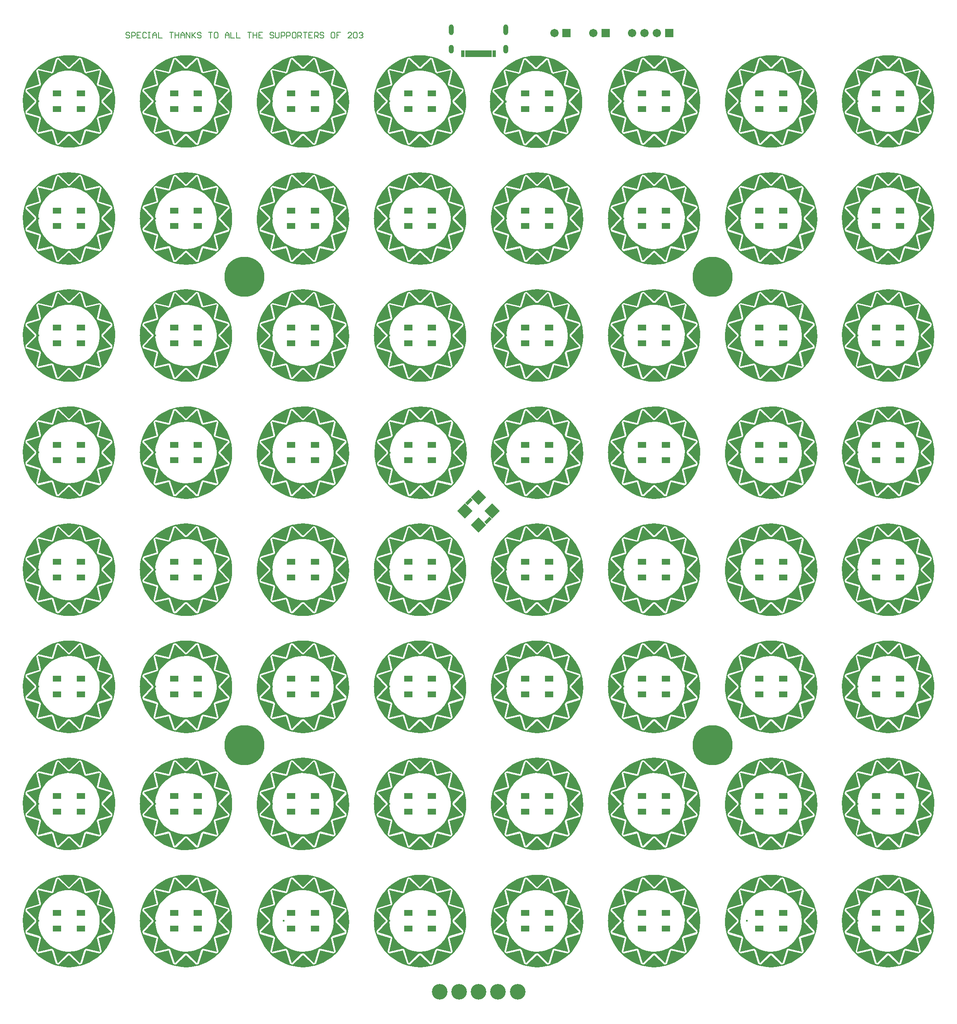
<source format=gts>
G04*
G04 #@! TF.GenerationSoftware,Altium Limited,Altium Designer,18.1.5 (160)*
G04*
G04 Layer_Color=8388736*
%FSLAX25Y25*%
%MOIN*%
G70*
G01*
G75*
G04:AMPARAMS|DCode=12|XSize=10mil|YSize=10mil|CornerRadius=2.5mil|HoleSize=0mil|Usage=FLASHONLY|Rotation=0.000|XOffset=0mil|YOffset=0mil|HoleType=Round|Shape=RoundedRectangle|*
%AMROUNDEDRECTD12*
21,1,0.01000,0.00500,0,0,0.0*
21,1,0.00500,0.01000,0,0,0.0*
1,1,0.00500,0.00250,-0.00250*
1,1,0.00500,-0.00250,-0.00250*
1,1,0.00500,-0.00250,0.00250*
1,1,0.00500,0.00250,0.00250*
%
%ADD12ROUNDEDRECTD12*%
%ADD18C,0.00750*%
G04:AMPARAMS|DCode=19|XSize=57.21mil|YSize=27.69mil|CornerRadius=0mil|HoleSize=0mil|Usage=FLASHONLY|Rotation=45.000|XOffset=0mil|YOffset=0mil|HoleType=Round|Shape=Rectangle|*
%AMROTATEDRECTD19*
4,1,4,-0.01044,-0.03002,-0.03002,-0.01044,0.01044,0.03002,0.03002,0.01044,-0.01044,-0.03002,0.0*
%
%ADD19ROTATEDRECTD19*%

%ADD20P,0.12267X4X90.0*%
%ADD21R,0.06710X0.04740*%
%ADD22R,0.01981X0.05328*%
%ADD23R,0.03162X0.05328*%
%ADD24R,0.06706X0.06706*%
%ADD25C,0.06706*%
%ADD26C,0.02362*%
%ADD27C,0.01600*%
%ADD28C,0.12611*%
%ADD29O,0.03937X0.07087*%
%ADD30O,0.03937X0.08661*%
%ADD31C,0.32296*%
G36*
X145428Y178726D02*
X149089Y178180D01*
X152678Y177273D01*
X156159Y176015D01*
X159498Y174418D01*
X162662Y172498D01*
X165621Y170273D01*
X168344Y167766D01*
X170805Y165002D01*
X172980Y162007D01*
X174848Y158811D01*
X176389Y155445D01*
X177589Y151944D01*
X178436Y148340D01*
X178921Y144671D01*
X179041Y140972D01*
X178792Y137278D01*
X178179Y133628D01*
X177207Y130057D01*
X175886Y126599D01*
X174228Y123289D01*
X172250Y120161D01*
X169972Y117243D01*
X167416Y114566D01*
X164607Y112156D01*
X161573Y110036D01*
X158343Y108227D01*
X154950Y106747D01*
X151427Y105612D01*
X150284Y105365D01*
X149147Y105076D01*
X145487Y104523D01*
X141790Y104337D01*
X138093Y104517D01*
X134433Y105064D01*
X130844Y105971D01*
X127363Y107229D01*
X124024Y108826D01*
X120859Y110746D01*
X117901Y112971D01*
X115178Y115478D01*
X112716Y118242D01*
X110541Y121237D01*
X108674Y124433D01*
X107133Y127798D01*
X105933Y131300D01*
X105086Y134903D01*
X104600Y138573D01*
X104481Y142272D01*
X104729Y145965D01*
X105343Y149616D01*
X106315Y153187D01*
X107636Y156645D01*
X109294Y159954D01*
X111271Y163083D01*
X113550Y166000D01*
X116106Y168677D01*
X118915Y171088D01*
X121949Y173208D01*
X125178Y175017D01*
X128571Y176496D01*
X132094Y177632D01*
X133238Y177879D01*
X134374Y178168D01*
X138034Y178720D01*
X141731Y178907D01*
X145428Y178726D01*
D02*
G37*
G36*
X239916D02*
X243577Y178180D01*
X247166Y177273D01*
X250647Y176015D01*
X253986Y174418D01*
X257151Y172498D01*
X260109Y170273D01*
X262832Y167766D01*
X265294Y165002D01*
X267469Y162007D01*
X269336Y158811D01*
X270877Y155445D01*
X272077Y151944D01*
X272924Y148340D01*
X273409Y144671D01*
X273529Y140972D01*
X273281Y137278D01*
X272667Y133628D01*
X271695Y130057D01*
X270374Y126599D01*
X268716Y123289D01*
X266739Y120161D01*
X264460Y117243D01*
X261904Y114566D01*
X259095Y112156D01*
X256061Y110036D01*
X252831Y108227D01*
X249439Y106747D01*
X245916Y105612D01*
X244772Y105365D01*
X243636Y105076D01*
X239976Y104523D01*
X236279Y104337D01*
X232582Y104517D01*
X228921Y105064D01*
X225332Y105971D01*
X221851Y107229D01*
X218512Y108826D01*
X215347Y110746D01*
X212389Y112971D01*
X209666Y115478D01*
X207205Y118242D01*
X205030Y121237D01*
X203162Y124433D01*
X201621Y127798D01*
X200421Y131300D01*
X199574Y134903D01*
X199089Y138573D01*
X198969Y142272D01*
X199218Y145965D01*
X199831Y149616D01*
X200803Y153187D01*
X202124Y156645D01*
X203782Y159954D01*
X205760Y163083D01*
X208038Y166000D01*
X210594Y168677D01*
X213403Y171088D01*
X216437Y173208D01*
X219667Y175017D01*
X223060Y176496D01*
X226582Y177632D01*
X227726Y177879D01*
X228863Y178168D01*
X232523Y178720D01*
X236219Y178907D01*
X239916Y178726D01*
D02*
G37*
G36*
X145428Y273215D02*
X149089Y272668D01*
X152678Y271761D01*
X156159Y270503D01*
X159498Y268906D01*
X162662Y266986D01*
X165621Y264761D01*
X168344Y262254D01*
X170805Y259490D01*
X172980Y256495D01*
X174848Y253299D01*
X176389Y249934D01*
X177589Y246432D01*
X178436Y242829D01*
X178921Y239159D01*
X179041Y235460D01*
X178792Y231767D01*
X178179Y228116D01*
X177207Y224545D01*
X175886Y221087D01*
X174228Y217778D01*
X172250Y214649D01*
X169972Y211732D01*
X167416Y209054D01*
X164607Y206644D01*
X161573Y204524D01*
X158343Y202715D01*
X154950Y201236D01*
X151427Y200100D01*
X150284Y199853D01*
X149147Y199564D01*
X145487Y199011D01*
X141790Y198825D01*
X138093Y199005D01*
X134433Y199552D01*
X130844Y200459D01*
X127363Y201717D01*
X124024Y203314D01*
X120859Y205234D01*
X117901Y207459D01*
X115178Y209966D01*
X112716Y212730D01*
X110541Y215725D01*
X108674Y218921D01*
X107133Y222287D01*
X105933Y225788D01*
X105086Y229391D01*
X104600Y233061D01*
X104481Y236760D01*
X104729Y240454D01*
X105343Y244104D01*
X106315Y247675D01*
X107636Y251133D01*
X109294Y254443D01*
X111271Y257571D01*
X113550Y260489D01*
X116106Y263166D01*
X118915Y265576D01*
X121949Y267696D01*
X125178Y269505D01*
X128571Y270985D01*
X132094Y272120D01*
X133238Y272367D01*
X134374Y272656D01*
X138034Y273209D01*
X141731Y273395D01*
X145428Y273215D01*
D02*
G37*
G36*
X239916D02*
X243577Y272668D01*
X247166Y271761D01*
X250647Y270503D01*
X253986Y268906D01*
X257151Y266986D01*
X260109Y264761D01*
X262832Y262254D01*
X265294Y259490D01*
X267469Y256495D01*
X269336Y253299D01*
X270877Y249934D01*
X272077Y246432D01*
X272924Y242829D01*
X273409Y239159D01*
X273529Y235460D01*
X273281Y231767D01*
X272667Y228116D01*
X271695Y224545D01*
X270374Y221087D01*
X268716Y217778D01*
X266739Y214649D01*
X264460Y211732D01*
X261904Y209054D01*
X259095Y206644D01*
X256061Y204524D01*
X252831Y202715D01*
X249439Y201236D01*
X245916Y200100D01*
X244772Y199853D01*
X243636Y199564D01*
X239976Y199011D01*
X236279Y198825D01*
X232582Y199005D01*
X228921Y199552D01*
X225332Y200459D01*
X221851Y201717D01*
X218512Y203314D01*
X215347Y205234D01*
X212389Y207459D01*
X209666Y209966D01*
X207205Y212730D01*
X205030Y215725D01*
X203162Y218921D01*
X201621Y222287D01*
X200421Y225788D01*
X199574Y229391D01*
X199089Y233061D01*
X198969Y236760D01*
X199218Y240454D01*
X199831Y244104D01*
X200803Y247675D01*
X202124Y251133D01*
X203782Y254443D01*
X205760Y257571D01*
X208038Y260489D01*
X210594Y263166D01*
X213403Y265576D01*
X216437Y267696D01*
X219667Y269505D01*
X223060Y270985D01*
X226582Y272120D01*
X227726Y272367D01*
X228863Y272656D01*
X232523Y273209D01*
X236219Y273395D01*
X239916Y273215D01*
D02*
G37*
G36*
X334405Y178726D02*
X338066Y178180D01*
X341654Y177273D01*
X345135Y176015D01*
X348474Y174418D01*
X351639Y172498D01*
X354597Y170273D01*
X357320Y167766D01*
X359782Y165002D01*
X361957Y162007D01*
X363824Y158811D01*
X365365Y155445D01*
X366565Y151944D01*
X367412Y148340D01*
X367898Y144671D01*
X368017Y140972D01*
X367769Y137278D01*
X367156Y133628D01*
X366183Y130057D01*
X364862Y126599D01*
X363204Y123289D01*
X361227Y120161D01*
X358948Y117243D01*
X356392Y114566D01*
X353583Y112156D01*
X350549Y110036D01*
X347320Y108227D01*
X343927Y106747D01*
X340404Y105612D01*
X339260Y105365D01*
X338124Y105076D01*
X334464Y104523D01*
X330767Y104337D01*
X327070Y104517D01*
X323409Y105064D01*
X319820Y105971D01*
X316339Y107229D01*
X313000Y108826D01*
X309836Y110746D01*
X306877Y112971D01*
X304154Y115478D01*
X301693Y118242D01*
X299518Y121237D01*
X297650Y124433D01*
X296109Y127798D01*
X294909Y131300D01*
X294062Y134903D01*
X293577Y138573D01*
X293458Y142272D01*
X293706Y145965D01*
X294319Y149616D01*
X295291Y153187D01*
X296612Y156645D01*
X298270Y159954D01*
X300248Y163083D01*
X302526Y166000D01*
X305082Y168677D01*
X307891Y171088D01*
X310925Y173208D01*
X314155Y175017D01*
X317548Y176496D01*
X321071Y177632D01*
X322215Y177879D01*
X323351Y178168D01*
X327011Y178720D01*
X330708Y178907D01*
X334405Y178726D01*
D02*
G37*
G36*
X428893D02*
X432554Y178180D01*
X436142Y177273D01*
X439623Y176015D01*
X442963Y174418D01*
X446127Y172498D01*
X449085Y170273D01*
X451809Y167766D01*
X454270Y165002D01*
X456445Y162007D01*
X458312Y158811D01*
X459854Y155445D01*
X461054Y151944D01*
X461900Y148340D01*
X462386Y144671D01*
X462505Y140972D01*
X462257Y137278D01*
X461644Y133628D01*
X460672Y130057D01*
X459350Y126599D01*
X457692Y123289D01*
X455715Y120161D01*
X453437Y117243D01*
X450880Y114566D01*
X448071Y112156D01*
X445037Y110036D01*
X441808Y108227D01*
X438415Y106747D01*
X434892Y105612D01*
X433749Y105365D01*
X432612Y105076D01*
X428952Y104523D01*
X425255Y104337D01*
X421558Y104517D01*
X417897Y105064D01*
X414309Y105971D01*
X410827Y107229D01*
X407488Y108826D01*
X404324Y110746D01*
X401365Y112971D01*
X398642Y115478D01*
X396181Y118242D01*
X394006Y121237D01*
X392139Y124433D01*
X390597Y127798D01*
X389397Y131300D01*
X388550Y134903D01*
X388065Y138573D01*
X387946Y142272D01*
X388194Y145965D01*
X388807Y149616D01*
X389779Y153187D01*
X391101Y156645D01*
X392758Y159954D01*
X394736Y163083D01*
X397014Y166000D01*
X399570Y168677D01*
X402379Y171088D01*
X405414Y173208D01*
X408643Y175017D01*
X412036Y176496D01*
X415559Y177632D01*
X416703Y177879D01*
X417839Y178168D01*
X421499Y178720D01*
X425196Y178907D01*
X428893Y178726D01*
D02*
G37*
G36*
X334405Y273215D02*
X338066Y272668D01*
X341654Y271761D01*
X345135Y270503D01*
X348474Y268906D01*
X351639Y266986D01*
X354597Y264761D01*
X357320Y262254D01*
X359782Y259490D01*
X361957Y256495D01*
X363824Y253299D01*
X365365Y249934D01*
X366565Y246432D01*
X367412Y242829D01*
X367898Y239159D01*
X368017Y235460D01*
X367769Y231767D01*
X367156Y228116D01*
X366183Y224545D01*
X364862Y221087D01*
X363204Y217778D01*
X361227Y214649D01*
X358948Y211732D01*
X356392Y209054D01*
X353583Y206644D01*
X350549Y204524D01*
X347320Y202715D01*
X343927Y201236D01*
X340404Y200100D01*
X339260Y199853D01*
X338124Y199564D01*
X334464Y199011D01*
X330767Y198825D01*
X327070Y199005D01*
X323409Y199552D01*
X319820Y200459D01*
X316339Y201717D01*
X313000Y203314D01*
X309836Y205234D01*
X306877Y207459D01*
X304154Y209966D01*
X301693Y212730D01*
X299518Y215725D01*
X297650Y218921D01*
X296109Y222287D01*
X294909Y225788D01*
X294062Y229391D01*
X293577Y233061D01*
X293458Y236760D01*
X293706Y240454D01*
X294319Y244104D01*
X295291Y247675D01*
X296612Y251133D01*
X298270Y254443D01*
X300248Y257571D01*
X302526Y260489D01*
X305082Y263166D01*
X307891Y265576D01*
X310925Y267696D01*
X314155Y269505D01*
X317548Y270985D01*
X321071Y272120D01*
X322215Y272367D01*
X323351Y272656D01*
X327011Y273209D01*
X330708Y273395D01*
X334405Y273215D01*
D02*
G37*
G36*
X428893D02*
X432554Y272668D01*
X436142Y271761D01*
X439623Y270503D01*
X442963Y268906D01*
X446127Y266986D01*
X449085Y264761D01*
X451809Y262254D01*
X454270Y259490D01*
X456445Y256495D01*
X458312Y253299D01*
X459854Y249934D01*
X461054Y246432D01*
X461900Y242829D01*
X462386Y239159D01*
X462505Y235460D01*
X462257Y231767D01*
X461644Y228116D01*
X460672Y224545D01*
X459350Y221087D01*
X457692Y217778D01*
X455715Y214649D01*
X453437Y211732D01*
X450880Y209054D01*
X448071Y206644D01*
X445037Y204524D01*
X441808Y202715D01*
X438415Y201236D01*
X434892Y200100D01*
X433749Y199853D01*
X432612Y199564D01*
X428952Y199011D01*
X425255Y198825D01*
X421558Y199005D01*
X417897Y199552D01*
X414309Y200459D01*
X410827Y201717D01*
X407488Y203314D01*
X404324Y205234D01*
X401365Y207459D01*
X398642Y209966D01*
X396181Y212730D01*
X394006Y215725D01*
X392139Y218921D01*
X390597Y222287D01*
X389397Y225788D01*
X388550Y229391D01*
X388065Y233061D01*
X387946Y236760D01*
X388194Y240454D01*
X388807Y244104D01*
X389779Y247675D01*
X391101Y251133D01*
X392758Y254443D01*
X394736Y257571D01*
X397014Y260489D01*
X399570Y263166D01*
X402379Y265576D01*
X405414Y267696D01*
X408643Y269505D01*
X412036Y270985D01*
X415559Y272120D01*
X416703Y272367D01*
X417839Y272656D01*
X421499Y273209D01*
X425196Y273395D01*
X428893Y273215D01*
D02*
G37*
G36*
X145428Y367703D02*
X149089Y367156D01*
X152678Y366249D01*
X156159Y364991D01*
X159498Y363394D01*
X162662Y361474D01*
X165621Y359249D01*
X168344Y356743D01*
X170805Y353978D01*
X172980Y350983D01*
X174848Y347787D01*
X176389Y344422D01*
X177589Y340920D01*
X178436Y337317D01*
X178921Y333647D01*
X179041Y329948D01*
X178792Y326255D01*
X178179Y322604D01*
X177207Y319033D01*
X175886Y315575D01*
X174228Y312266D01*
X172250Y309137D01*
X169972Y306220D01*
X167416Y303543D01*
X164607Y301132D01*
X161573Y299012D01*
X158343Y297203D01*
X154950Y295724D01*
X151427Y294588D01*
X150284Y294341D01*
X149147Y294052D01*
X145487Y293500D01*
X141790Y293313D01*
X138093Y293494D01*
X134433Y294040D01*
X130844Y294947D01*
X127363Y296205D01*
X124024Y297802D01*
X120859Y299722D01*
X117901Y301947D01*
X115178Y304454D01*
X112716Y307219D01*
X110541Y310213D01*
X108674Y313409D01*
X107133Y316775D01*
X105933Y320276D01*
X105086Y323880D01*
X104600Y327549D01*
X104481Y331249D01*
X104729Y334942D01*
X105343Y338592D01*
X106315Y342164D01*
X107636Y345621D01*
X109294Y348931D01*
X111271Y352060D01*
X113550Y354977D01*
X116106Y357654D01*
X118915Y360064D01*
X121949Y362184D01*
X125178Y363993D01*
X128571Y365473D01*
X132094Y366609D01*
X133238Y366856D01*
X134374Y367145D01*
X138034Y367697D01*
X141731Y367884D01*
X145428Y367703D01*
D02*
G37*
G36*
X239916D02*
X243577Y367156D01*
X247166Y366249D01*
X250647Y364991D01*
X253986Y363394D01*
X257151Y361474D01*
X260109Y359249D01*
X262832Y356743D01*
X265294Y353978D01*
X267469Y350983D01*
X269336Y347787D01*
X270877Y344422D01*
X272077Y340920D01*
X272924Y337317D01*
X273409Y333647D01*
X273529Y329948D01*
X273281Y326255D01*
X272667Y322604D01*
X271695Y319033D01*
X270374Y315575D01*
X268716Y312266D01*
X266739Y309137D01*
X264460Y306220D01*
X261904Y303543D01*
X259095Y301132D01*
X256061Y299012D01*
X252831Y297203D01*
X249439Y295724D01*
X245916Y294588D01*
X244772Y294341D01*
X243636Y294052D01*
X239976Y293500D01*
X236279Y293313D01*
X232582Y293494D01*
X228921Y294040D01*
X225332Y294947D01*
X221851Y296205D01*
X218512Y297802D01*
X215347Y299722D01*
X212389Y301947D01*
X209666Y304454D01*
X207205Y307219D01*
X205030Y310213D01*
X203162Y313409D01*
X201621Y316775D01*
X200421Y320276D01*
X199574Y323880D01*
X199089Y327549D01*
X198969Y331249D01*
X199218Y334942D01*
X199831Y338592D01*
X200803Y342164D01*
X202124Y345621D01*
X203782Y348931D01*
X205760Y352060D01*
X208038Y354977D01*
X210594Y357654D01*
X213403Y360064D01*
X216437Y362184D01*
X219667Y363993D01*
X223060Y365473D01*
X226582Y366609D01*
X227726Y366856D01*
X228863Y367145D01*
X232523Y367697D01*
X236219Y367884D01*
X239916Y367703D01*
D02*
G37*
G36*
X145428Y462191D02*
X149089Y461645D01*
X152678Y460738D01*
X156159Y459480D01*
X159498Y457883D01*
X162662Y455962D01*
X165621Y453738D01*
X168344Y451231D01*
X170805Y448466D01*
X172980Y445471D01*
X174848Y442275D01*
X176389Y438910D01*
X177589Y435408D01*
X178436Y431805D01*
X178921Y428136D01*
X179041Y424436D01*
X178792Y420743D01*
X178179Y417093D01*
X177207Y413521D01*
X175886Y410064D01*
X174228Y406754D01*
X172250Y403625D01*
X169972Y400708D01*
X167416Y398031D01*
X164607Y395620D01*
X161573Y393500D01*
X158343Y391692D01*
X154950Y390212D01*
X151427Y389076D01*
X150284Y388829D01*
X149147Y388540D01*
X145487Y387988D01*
X141790Y387801D01*
X138093Y387982D01*
X134433Y388528D01*
X130844Y389435D01*
X127363Y390693D01*
X124024Y392290D01*
X120859Y394211D01*
X117901Y396435D01*
X115178Y398942D01*
X112716Y401707D01*
X110541Y404702D01*
X108674Y407898D01*
X107133Y411263D01*
X105933Y414764D01*
X105086Y418368D01*
X104600Y422037D01*
X104481Y425737D01*
X104729Y429430D01*
X105343Y433080D01*
X106315Y436652D01*
X107636Y440109D01*
X109294Y443419D01*
X111271Y446548D01*
X113550Y449465D01*
X116106Y452142D01*
X118915Y454553D01*
X121949Y456673D01*
X125178Y458481D01*
X128571Y459961D01*
X132094Y461097D01*
X133238Y461344D01*
X134374Y461633D01*
X138034Y462185D01*
X141731Y462372D01*
X145428Y462191D01*
D02*
G37*
G36*
X239916D02*
X243577Y461645D01*
X247166Y460738D01*
X250647Y459480D01*
X253986Y457883D01*
X257151Y455962D01*
X260109Y453738D01*
X262832Y451231D01*
X265294Y448466D01*
X267469Y445471D01*
X269336Y442275D01*
X270877Y438910D01*
X272077Y435408D01*
X272924Y431805D01*
X273409Y428136D01*
X273529Y424436D01*
X273281Y420743D01*
X272667Y417093D01*
X271695Y413521D01*
X270374Y410064D01*
X268716Y406754D01*
X266739Y403625D01*
X264460Y400708D01*
X261904Y398031D01*
X259095Y395620D01*
X256061Y393500D01*
X252831Y391692D01*
X249439Y390212D01*
X245916Y389076D01*
X244772Y388829D01*
X243636Y388540D01*
X239976Y387988D01*
X236279Y387801D01*
X232582Y387982D01*
X228921Y388528D01*
X225332Y389435D01*
X221851Y390693D01*
X218512Y392290D01*
X215347Y394211D01*
X212389Y396435D01*
X209666Y398942D01*
X207205Y401707D01*
X205030Y404702D01*
X203162Y407898D01*
X201621Y411263D01*
X200421Y414764D01*
X199574Y418368D01*
X199089Y422037D01*
X198969Y425737D01*
X199218Y429430D01*
X199831Y433080D01*
X200803Y436652D01*
X202124Y440109D01*
X203782Y443419D01*
X205760Y446548D01*
X208038Y449465D01*
X210594Y452142D01*
X213403Y454553D01*
X216437Y456673D01*
X219667Y458481D01*
X223060Y459961D01*
X226582Y461097D01*
X227726Y461344D01*
X228863Y461633D01*
X232523Y462185D01*
X236219Y462372D01*
X239916Y462191D01*
D02*
G37*
G36*
X334405Y367703D02*
X338066Y367156D01*
X341654Y366249D01*
X345135Y364991D01*
X348474Y363394D01*
X351639Y361474D01*
X354597Y359249D01*
X357320Y356743D01*
X359782Y353978D01*
X361957Y350983D01*
X363824Y347787D01*
X365365Y344422D01*
X366565Y340920D01*
X367412Y337317D01*
X367898Y333647D01*
X368017Y329948D01*
X367769Y326255D01*
X367156Y322604D01*
X366183Y319033D01*
X364862Y315575D01*
X363204Y312266D01*
X361227Y309137D01*
X358948Y306220D01*
X356392Y303543D01*
X353583Y301132D01*
X350549Y299012D01*
X347320Y297203D01*
X343927Y295724D01*
X340404Y294588D01*
X339260Y294341D01*
X338124Y294052D01*
X334464Y293500D01*
X330767Y293313D01*
X327070Y293494D01*
X323409Y294040D01*
X319820Y294947D01*
X316339Y296205D01*
X313000Y297802D01*
X309836Y299722D01*
X306877Y301947D01*
X304154Y304454D01*
X301693Y307219D01*
X299518Y310213D01*
X297650Y313409D01*
X296109Y316775D01*
X294909Y320276D01*
X294062Y323880D01*
X293577Y327549D01*
X293458Y331249D01*
X293706Y334942D01*
X294319Y338592D01*
X295291Y342164D01*
X296612Y345621D01*
X298270Y348931D01*
X300248Y352060D01*
X302526Y354977D01*
X305082Y357654D01*
X307891Y360064D01*
X310925Y362184D01*
X314155Y363993D01*
X317548Y365473D01*
X321071Y366609D01*
X322215Y366856D01*
X323351Y367145D01*
X327011Y367697D01*
X330708Y367884D01*
X334405Y367703D01*
D02*
G37*
G36*
X428893D02*
X432554Y367156D01*
X436142Y366249D01*
X439623Y364991D01*
X442963Y363394D01*
X446127Y361474D01*
X449085Y359249D01*
X451809Y356743D01*
X454270Y353978D01*
X456445Y350983D01*
X458312Y347787D01*
X459854Y344422D01*
X461054Y340920D01*
X461900Y337317D01*
X462386Y333647D01*
X462505Y329948D01*
X462257Y326255D01*
X461644Y322604D01*
X460672Y319033D01*
X459350Y315575D01*
X457692Y312266D01*
X455715Y309137D01*
X453437Y306220D01*
X450880Y303543D01*
X448071Y301132D01*
X445037Y299012D01*
X441808Y297203D01*
X438415Y295724D01*
X434892Y294588D01*
X433749Y294341D01*
X432612Y294052D01*
X428952Y293500D01*
X425255Y293313D01*
X421558Y293494D01*
X417897Y294040D01*
X414309Y294947D01*
X410827Y296205D01*
X407488Y297802D01*
X404324Y299722D01*
X401365Y301947D01*
X398642Y304454D01*
X396181Y307219D01*
X394006Y310213D01*
X392139Y313409D01*
X390597Y316775D01*
X389397Y320276D01*
X388550Y323880D01*
X388065Y327549D01*
X387946Y331249D01*
X388194Y334942D01*
X388807Y338592D01*
X389779Y342164D01*
X391101Y345621D01*
X392758Y348931D01*
X394736Y352060D01*
X397014Y354977D01*
X399570Y357654D01*
X402379Y360064D01*
X405414Y362184D01*
X408643Y363993D01*
X412036Y365473D01*
X415559Y366609D01*
X416703Y366856D01*
X417839Y367145D01*
X421499Y367697D01*
X425196Y367884D01*
X428893Y367703D01*
D02*
G37*
G36*
X334405Y462191D02*
X338066Y461645D01*
X341654Y460738D01*
X345135Y459480D01*
X348474Y457883D01*
X351639Y455962D01*
X354597Y453738D01*
X357320Y451231D01*
X359782Y448466D01*
X361957Y445471D01*
X363824Y442275D01*
X365365Y438910D01*
X366565Y435408D01*
X367412Y431805D01*
X367898Y428136D01*
X368017Y424436D01*
X367769Y420743D01*
X367156Y417093D01*
X366183Y413521D01*
X364862Y410064D01*
X363204Y406754D01*
X361227Y403625D01*
X358948Y400708D01*
X356392Y398031D01*
X353583Y395620D01*
X350549Y393500D01*
X347320Y391692D01*
X343927Y390212D01*
X340404Y389076D01*
X339260Y388829D01*
X338124Y388540D01*
X334464Y387988D01*
X330767Y387801D01*
X327070Y387982D01*
X323409Y388528D01*
X319820Y389435D01*
X316339Y390693D01*
X313000Y392290D01*
X309836Y394211D01*
X306877Y396435D01*
X304154Y398942D01*
X301693Y401707D01*
X299518Y404702D01*
X297650Y407898D01*
X296109Y411263D01*
X294909Y414764D01*
X294062Y418368D01*
X293577Y422037D01*
X293458Y425737D01*
X293706Y429430D01*
X294319Y433080D01*
X295291Y436652D01*
X296612Y440109D01*
X298270Y443419D01*
X300248Y446548D01*
X302526Y449465D01*
X305082Y452142D01*
X307891Y454553D01*
X310925Y456673D01*
X314155Y458481D01*
X317548Y459961D01*
X321071Y461097D01*
X322215Y461344D01*
X323351Y461633D01*
X327011Y462185D01*
X330708Y462372D01*
X334405Y462191D01*
D02*
G37*
G36*
X428893D02*
X432554Y461645D01*
X436142Y460738D01*
X439623Y459480D01*
X442963Y457883D01*
X446127Y455962D01*
X449085Y453738D01*
X451809Y451231D01*
X454270Y448466D01*
X456445Y445471D01*
X458312Y442275D01*
X459854Y438910D01*
X461054Y435408D01*
X461900Y431805D01*
X462386Y428136D01*
X462505Y424436D01*
X462257Y420743D01*
X461644Y417093D01*
X460672Y413521D01*
X459350Y410064D01*
X457692Y406754D01*
X455715Y403625D01*
X453437Y400708D01*
X450880Y398031D01*
X448071Y395620D01*
X445037Y393500D01*
X441808Y391692D01*
X438415Y390212D01*
X434892Y389076D01*
X433749Y388829D01*
X432612Y388540D01*
X428952Y387988D01*
X425255Y387801D01*
X421558Y387982D01*
X417897Y388528D01*
X414309Y389435D01*
X410827Y390693D01*
X407488Y392290D01*
X404324Y394211D01*
X401365Y396435D01*
X398642Y398942D01*
X396181Y401707D01*
X394006Y404702D01*
X392139Y407898D01*
X390597Y411263D01*
X389397Y414764D01*
X388550Y418368D01*
X388065Y422037D01*
X387946Y425737D01*
X388194Y429430D01*
X388807Y433080D01*
X389779Y436652D01*
X391101Y440109D01*
X392758Y443419D01*
X394736Y446548D01*
X397014Y449465D01*
X399570Y452142D01*
X402379Y454553D01*
X405414Y456673D01*
X408643Y458481D01*
X412036Y459961D01*
X415559Y461097D01*
X416703Y461344D01*
X417839Y461633D01*
X421499Y462185D01*
X425196Y462372D01*
X428893Y462191D01*
D02*
G37*
G36*
X523381Y178726D02*
X527042Y178180D01*
X530630Y177273D01*
X534112Y176015D01*
X537451Y174418D01*
X540615Y172498D01*
X543574Y170273D01*
X546297Y167766D01*
X548758Y165002D01*
X550933Y162007D01*
X552800Y158811D01*
X554342Y155445D01*
X555542Y151944D01*
X556389Y148340D01*
X556874Y144671D01*
X556993Y140972D01*
X556745Y137278D01*
X556132Y133628D01*
X555160Y130057D01*
X553838Y126599D01*
X552181Y123289D01*
X550203Y120161D01*
X547925Y117243D01*
X545369Y114566D01*
X542560Y112156D01*
X539525Y110036D01*
X536296Y108227D01*
X532903Y106747D01*
X529380Y105612D01*
X528237Y105365D01*
X527100Y105076D01*
X523440Y104523D01*
X519743Y104337D01*
X516046Y104517D01*
X512385Y105064D01*
X508797Y105971D01*
X505316Y107229D01*
X501976Y108826D01*
X498812Y110746D01*
X495854Y112971D01*
X493130Y115478D01*
X490669Y118242D01*
X488494Y121237D01*
X486627Y124433D01*
X485085Y127798D01*
X483885Y131300D01*
X483039Y134903D01*
X482553Y138573D01*
X482434Y142272D01*
X482682Y145965D01*
X483295Y149616D01*
X484267Y153187D01*
X485589Y156645D01*
X487247Y159954D01*
X489224Y163083D01*
X491502Y166000D01*
X494059Y168677D01*
X496868Y171088D01*
X499902Y173208D01*
X503131Y175017D01*
X506524Y176496D01*
X510047Y177632D01*
X511191Y177879D01*
X512327Y178168D01*
X515987Y178720D01*
X519684Y178907D01*
X523381Y178726D01*
D02*
G37*
G36*
X617869D02*
X621530Y178180D01*
X625119Y177273D01*
X628600Y176015D01*
X631939Y174418D01*
X635103Y172498D01*
X638062Y170273D01*
X640785Y167766D01*
X643246Y165002D01*
X645421Y162007D01*
X647289Y158811D01*
X648830Y155445D01*
X650030Y151944D01*
X650877Y148340D01*
X651362Y144671D01*
X651481Y140972D01*
X651233Y137278D01*
X650620Y133628D01*
X649648Y130057D01*
X648327Y126599D01*
X646669Y123289D01*
X644691Y120161D01*
X642413Y117243D01*
X639857Y114566D01*
X637048Y112156D01*
X634014Y110036D01*
X630784Y108227D01*
X627391Y106747D01*
X623868Y105612D01*
X622725Y105365D01*
X621588Y105076D01*
X617928Y104523D01*
X614231Y104337D01*
X610534Y104517D01*
X606874Y105064D01*
X603285Y105971D01*
X599804Y107229D01*
X596465Y108826D01*
X593300Y110746D01*
X590342Y112971D01*
X587618Y115478D01*
X585157Y118242D01*
X582982Y121237D01*
X581115Y124433D01*
X579574Y127798D01*
X578374Y131300D01*
X577527Y134903D01*
X577041Y138573D01*
X576922Y142272D01*
X577170Y145965D01*
X577783Y149616D01*
X578756Y153187D01*
X580077Y156645D01*
X581735Y159954D01*
X583712Y163083D01*
X585990Y166000D01*
X588547Y168677D01*
X591356Y171088D01*
X594390Y173208D01*
X597619Y175017D01*
X601012Y176496D01*
X604535Y177632D01*
X605679Y177879D01*
X606815Y178168D01*
X610475Y178720D01*
X614172Y178907D01*
X617869Y178726D01*
D02*
G37*
G36*
X523381Y273215D02*
X527042Y272668D01*
X530630Y271761D01*
X534112Y270503D01*
X537451Y268906D01*
X540615Y266986D01*
X543574Y264761D01*
X546297Y262254D01*
X548758Y259490D01*
X550933Y256495D01*
X552800Y253299D01*
X554342Y249934D01*
X555542Y246432D01*
X556389Y242829D01*
X556874Y239159D01*
X556993Y235460D01*
X556745Y231767D01*
X556132Y228116D01*
X555160Y224545D01*
X553838Y221087D01*
X552181Y217778D01*
X550203Y214649D01*
X547925Y211732D01*
X545369Y209054D01*
X542560Y206644D01*
X539525Y204524D01*
X536296Y202715D01*
X532903Y201236D01*
X529380Y200100D01*
X528237Y199853D01*
X527100Y199564D01*
X523440Y199011D01*
X519743Y198825D01*
X516046Y199005D01*
X512385Y199552D01*
X508797Y200459D01*
X505316Y201717D01*
X501976Y203314D01*
X498812Y205234D01*
X495854Y207459D01*
X493130Y209966D01*
X490669Y212730D01*
X488494Y215725D01*
X486627Y218921D01*
X485085Y222287D01*
X483885Y225788D01*
X483039Y229391D01*
X482553Y233061D01*
X482434Y236760D01*
X482682Y240454D01*
X483295Y244104D01*
X484267Y247675D01*
X485589Y251133D01*
X487247Y254443D01*
X489224Y257571D01*
X491502Y260489D01*
X494059Y263166D01*
X496868Y265576D01*
X499902Y267696D01*
X503131Y269505D01*
X506524Y270985D01*
X510047Y272120D01*
X511191Y272367D01*
X512327Y272656D01*
X515987Y273209D01*
X519684Y273395D01*
X523381Y273215D01*
D02*
G37*
G36*
X617869D02*
X621530Y272668D01*
X625119Y271761D01*
X628600Y270503D01*
X631939Y268906D01*
X635103Y266986D01*
X638062Y264761D01*
X640785Y262254D01*
X643246Y259490D01*
X645421Y256495D01*
X647289Y253299D01*
X648830Y249934D01*
X650030Y246432D01*
X650877Y242829D01*
X651362Y239159D01*
X651481Y235460D01*
X651233Y231767D01*
X650620Y228116D01*
X649648Y224545D01*
X648327Y221087D01*
X646669Y217778D01*
X644691Y214649D01*
X642413Y211732D01*
X639857Y209054D01*
X637048Y206644D01*
X634014Y204524D01*
X630784Y202715D01*
X627391Y201236D01*
X623868Y200100D01*
X622725Y199853D01*
X621588Y199564D01*
X617928Y199011D01*
X614231Y198825D01*
X610534Y199005D01*
X606874Y199552D01*
X603285Y200459D01*
X599804Y201717D01*
X596465Y203314D01*
X593300Y205234D01*
X590342Y207459D01*
X587618Y209966D01*
X585157Y212730D01*
X582982Y215725D01*
X581115Y218921D01*
X579574Y222287D01*
X578374Y225788D01*
X577527Y229391D01*
X577041Y233061D01*
X576922Y236760D01*
X577170Y240454D01*
X577783Y244104D01*
X578756Y247675D01*
X580077Y251133D01*
X581735Y254443D01*
X583712Y257571D01*
X585990Y260489D01*
X588547Y263166D01*
X591356Y265576D01*
X594390Y267696D01*
X597619Y269505D01*
X601012Y270985D01*
X604535Y272120D01*
X605679Y272367D01*
X606815Y272656D01*
X610475Y273209D01*
X614172Y273395D01*
X617869Y273215D01*
D02*
G37*
G36*
X712357Y178726D02*
X716018Y178180D01*
X719607Y177273D01*
X723088Y176015D01*
X726427Y174418D01*
X729592Y172498D01*
X732550Y170273D01*
X735273Y167766D01*
X737735Y165002D01*
X739910Y162007D01*
X741777Y158811D01*
X743318Y155445D01*
X744518Y151944D01*
X745365Y148340D01*
X745850Y144671D01*
X745970Y140972D01*
X745721Y137278D01*
X745108Y133628D01*
X744136Y130057D01*
X742815Y126599D01*
X741157Y123289D01*
X739179Y120161D01*
X736901Y117243D01*
X734345Y114566D01*
X731536Y112156D01*
X728502Y110036D01*
X725272Y108227D01*
X721879Y106747D01*
X718357Y105612D01*
X717213Y105365D01*
X716077Y105076D01*
X712416Y104523D01*
X708720Y104337D01*
X705023Y104517D01*
X701362Y105064D01*
X697773Y105971D01*
X694292Y107229D01*
X690953Y108826D01*
X687788Y110746D01*
X684830Y112971D01*
X682107Y115478D01*
X679645Y118242D01*
X677470Y121237D01*
X675603Y124433D01*
X674062Y127798D01*
X672862Y131300D01*
X672015Y134903D01*
X671530Y138573D01*
X671410Y142272D01*
X671659Y145965D01*
X672272Y149616D01*
X673244Y153187D01*
X674565Y156645D01*
X676223Y159954D01*
X678200Y163083D01*
X680479Y166000D01*
X683035Y168677D01*
X685844Y171088D01*
X688878Y173208D01*
X692108Y175017D01*
X695501Y176496D01*
X699023Y177632D01*
X700167Y177879D01*
X701303Y178168D01*
X704963Y178720D01*
X708660Y178907D01*
X712357Y178726D01*
D02*
G37*
G36*
X806845D02*
X810506Y178180D01*
X814095Y177273D01*
X817576Y176015D01*
X820915Y174418D01*
X824080Y172498D01*
X827038Y170273D01*
X829761Y167766D01*
X832223Y165002D01*
X834398Y162007D01*
X836265Y158811D01*
X837806Y155445D01*
X839006Y151944D01*
X839853Y148340D01*
X840339Y144671D01*
X840458Y140972D01*
X840210Y137278D01*
X839596Y133628D01*
X838624Y130057D01*
X837303Y126599D01*
X835645Y123289D01*
X833668Y120161D01*
X831389Y117243D01*
X828833Y114566D01*
X826024Y112156D01*
X822990Y110036D01*
X819761Y108227D01*
X816368Y106747D01*
X812845Y105612D01*
X811701Y105365D01*
X810565Y105076D01*
X806905Y104523D01*
X803208Y104337D01*
X799511Y104517D01*
X795850Y105064D01*
X792261Y105971D01*
X788780Y107229D01*
X785441Y108826D01*
X782277Y110746D01*
X779318Y112971D01*
X776595Y115478D01*
X774134Y118242D01*
X771959Y121237D01*
X770091Y124433D01*
X768550Y127798D01*
X767350Y131300D01*
X766503Y134903D01*
X766018Y138573D01*
X765899Y142272D01*
X766147Y145965D01*
X766760Y149616D01*
X767732Y153187D01*
X769053Y156645D01*
X770711Y159954D01*
X772689Y163083D01*
X774967Y166000D01*
X777523Y168677D01*
X780332Y171088D01*
X783366Y173208D01*
X786596Y175017D01*
X789989Y176496D01*
X793511Y177632D01*
X794656Y177879D01*
X795792Y178168D01*
X799452Y178720D01*
X803148Y178907D01*
X806845Y178726D01*
D02*
G37*
G36*
X712357Y273215D02*
X716018Y272668D01*
X719607Y271761D01*
X723088Y270503D01*
X726427Y268906D01*
X729592Y266986D01*
X732550Y264761D01*
X735273Y262254D01*
X737735Y259490D01*
X739910Y256495D01*
X741777Y253299D01*
X743318Y249934D01*
X744518Y246432D01*
X745365Y242829D01*
X745850Y239159D01*
X745970Y235460D01*
X745721Y231767D01*
X745108Y228116D01*
X744136Y224545D01*
X742815Y221087D01*
X741157Y217778D01*
X739179Y214649D01*
X736901Y211732D01*
X734345Y209054D01*
X731536Y206644D01*
X728502Y204524D01*
X725272Y202715D01*
X721879Y201236D01*
X718357Y200100D01*
X717213Y199853D01*
X716077Y199564D01*
X712416Y199011D01*
X708720Y198825D01*
X705023Y199005D01*
X701362Y199552D01*
X697773Y200459D01*
X694292Y201717D01*
X690953Y203314D01*
X687788Y205234D01*
X684830Y207459D01*
X682107Y209966D01*
X679645Y212730D01*
X677470Y215725D01*
X675603Y218921D01*
X674062Y222287D01*
X672862Y225788D01*
X672015Y229391D01*
X671530Y233061D01*
X671410Y236760D01*
X671659Y240454D01*
X672272Y244104D01*
X673244Y247675D01*
X674565Y251133D01*
X676223Y254443D01*
X678200Y257571D01*
X680479Y260489D01*
X683035Y263166D01*
X685844Y265576D01*
X688878Y267696D01*
X692108Y269505D01*
X695501Y270985D01*
X699023Y272120D01*
X700167Y272367D01*
X701303Y272656D01*
X704963Y273209D01*
X708660Y273395D01*
X712357Y273215D01*
D02*
G37*
G36*
X806845D02*
X810506Y272668D01*
X814095Y271761D01*
X817576Y270503D01*
X820915Y268906D01*
X824080Y266986D01*
X827038Y264761D01*
X829761Y262254D01*
X832223Y259490D01*
X834398Y256495D01*
X836265Y253299D01*
X837806Y249934D01*
X839006Y246432D01*
X839853Y242829D01*
X840339Y239159D01*
X840458Y235460D01*
X840210Y231767D01*
X839596Y228116D01*
X838624Y224545D01*
X837303Y221087D01*
X835645Y217778D01*
X833668Y214649D01*
X831389Y211732D01*
X828833Y209054D01*
X826024Y206644D01*
X822990Y204524D01*
X819761Y202715D01*
X816368Y201236D01*
X812845Y200100D01*
X811701Y199853D01*
X810565Y199564D01*
X806905Y199011D01*
X803208Y198825D01*
X799511Y199005D01*
X795850Y199552D01*
X792261Y200459D01*
X788780Y201717D01*
X785441Y203314D01*
X782277Y205234D01*
X779318Y207459D01*
X776595Y209966D01*
X774134Y212730D01*
X771959Y215725D01*
X770091Y218921D01*
X768550Y222287D01*
X767350Y225788D01*
X766503Y229391D01*
X766018Y233061D01*
X765899Y236760D01*
X766147Y240454D01*
X766760Y244104D01*
X767732Y247675D01*
X769053Y251133D01*
X770711Y254443D01*
X772689Y257571D01*
X774967Y260489D01*
X777523Y263166D01*
X780332Y265576D01*
X783366Y267696D01*
X786596Y269505D01*
X789989Y270985D01*
X793511Y272120D01*
X794656Y272367D01*
X795792Y272656D01*
X799452Y273209D01*
X803148Y273395D01*
X806845Y273215D01*
D02*
G37*
G36*
X523381Y367703D02*
X527042Y367156D01*
X530630Y366249D01*
X534112Y364991D01*
X537451Y363394D01*
X540615Y361474D01*
X543574Y359249D01*
X546297Y356743D01*
X548758Y353978D01*
X550933Y350983D01*
X552800Y347787D01*
X554342Y344422D01*
X555542Y340920D01*
X556389Y337317D01*
X556874Y333647D01*
X556993Y329948D01*
X556745Y326255D01*
X556132Y322604D01*
X555160Y319033D01*
X553838Y315575D01*
X552181Y312266D01*
X550203Y309137D01*
X547925Y306220D01*
X545369Y303543D01*
X542560Y301132D01*
X539525Y299012D01*
X536296Y297203D01*
X532903Y295724D01*
X529380Y294588D01*
X528237Y294341D01*
X527100Y294052D01*
X523440Y293500D01*
X519743Y293313D01*
X516046Y293494D01*
X512385Y294040D01*
X508797Y294947D01*
X505316Y296205D01*
X501976Y297802D01*
X498812Y299722D01*
X495854Y301947D01*
X493130Y304454D01*
X490669Y307219D01*
X488494Y310213D01*
X486627Y313409D01*
X485085Y316775D01*
X483885Y320276D01*
X483039Y323880D01*
X482553Y327549D01*
X482434Y331249D01*
X482682Y334942D01*
X483295Y338592D01*
X484267Y342164D01*
X485589Y345621D01*
X487247Y348931D01*
X489224Y352060D01*
X491502Y354977D01*
X494059Y357654D01*
X496868Y360064D01*
X499902Y362184D01*
X503131Y363993D01*
X506524Y365473D01*
X510047Y366609D01*
X511191Y366856D01*
X512327Y367145D01*
X515987Y367697D01*
X519684Y367884D01*
X523381Y367703D01*
D02*
G37*
G36*
X617869D02*
X621530Y367156D01*
X625119Y366249D01*
X628600Y364991D01*
X631939Y363394D01*
X635103Y361474D01*
X638062Y359249D01*
X640785Y356743D01*
X643246Y353978D01*
X645421Y350983D01*
X647289Y347787D01*
X648830Y344422D01*
X650030Y340920D01*
X650877Y337317D01*
X651362Y333647D01*
X651481Y329948D01*
X651233Y326255D01*
X650620Y322604D01*
X649648Y319033D01*
X648327Y315575D01*
X646669Y312266D01*
X644691Y309137D01*
X642413Y306220D01*
X639857Y303543D01*
X637048Y301132D01*
X634014Y299012D01*
X630784Y297203D01*
X627391Y295724D01*
X623868Y294588D01*
X622725Y294341D01*
X621588Y294052D01*
X617928Y293500D01*
X614231Y293313D01*
X610534Y293494D01*
X606874Y294040D01*
X603285Y294947D01*
X599804Y296205D01*
X596465Y297802D01*
X593300Y299722D01*
X590342Y301947D01*
X587618Y304454D01*
X585157Y307219D01*
X582982Y310213D01*
X581115Y313409D01*
X579574Y316775D01*
X578374Y320276D01*
X577527Y323880D01*
X577041Y327549D01*
X576922Y331249D01*
X577170Y334942D01*
X577783Y338592D01*
X578756Y342164D01*
X580077Y345621D01*
X581735Y348931D01*
X583712Y352060D01*
X585990Y354977D01*
X588547Y357654D01*
X591356Y360064D01*
X594390Y362184D01*
X597619Y363993D01*
X601012Y365473D01*
X604535Y366609D01*
X605679Y366856D01*
X606815Y367145D01*
X610475Y367697D01*
X614172Y367884D01*
X617869Y367703D01*
D02*
G37*
G36*
X523381Y462191D02*
X527042Y461645D01*
X530630Y460738D01*
X534112Y459480D01*
X537451Y457883D01*
X540615Y455962D01*
X543574Y453738D01*
X546297Y451231D01*
X548758Y448466D01*
X550933Y445471D01*
X552800Y442275D01*
X554342Y438910D01*
X555542Y435408D01*
X556389Y431805D01*
X556874Y428136D01*
X556993Y424436D01*
X556745Y420743D01*
X556132Y417093D01*
X555160Y413521D01*
X553838Y410064D01*
X552181Y406754D01*
X550203Y403625D01*
X547925Y400708D01*
X545369Y398031D01*
X542560Y395620D01*
X539525Y393500D01*
X536296Y391692D01*
X532903Y390212D01*
X529380Y389076D01*
X528237Y388829D01*
X527100Y388540D01*
X523440Y387988D01*
X519743Y387801D01*
X516046Y387982D01*
X512385Y388528D01*
X508797Y389435D01*
X505316Y390693D01*
X501976Y392290D01*
X498812Y394211D01*
X495854Y396435D01*
X493130Y398942D01*
X490669Y401707D01*
X488494Y404702D01*
X486627Y407898D01*
X485085Y411263D01*
X483885Y414764D01*
X483039Y418368D01*
X482553Y422037D01*
X482434Y425737D01*
X482682Y429430D01*
X483295Y433080D01*
X484267Y436652D01*
X485589Y440109D01*
X487247Y443419D01*
X489224Y446548D01*
X491502Y449465D01*
X494059Y452142D01*
X496868Y454553D01*
X499902Y456673D01*
X503131Y458481D01*
X506524Y459961D01*
X510047Y461097D01*
X511191Y461344D01*
X512327Y461633D01*
X515987Y462185D01*
X519684Y462372D01*
X523381Y462191D01*
D02*
G37*
G36*
X617869D02*
X621530Y461645D01*
X625119Y460738D01*
X628600Y459480D01*
X631939Y457883D01*
X635103Y455962D01*
X638062Y453738D01*
X640785Y451231D01*
X643246Y448466D01*
X645421Y445471D01*
X647289Y442275D01*
X648830Y438910D01*
X650030Y435408D01*
X650877Y431805D01*
X651362Y428136D01*
X651481Y424436D01*
X651233Y420743D01*
X650620Y417093D01*
X649648Y413521D01*
X648327Y410064D01*
X646669Y406754D01*
X644691Y403625D01*
X642413Y400708D01*
X639857Y398031D01*
X637048Y395620D01*
X634014Y393500D01*
X630784Y391692D01*
X627391Y390212D01*
X623868Y389076D01*
X622725Y388829D01*
X621588Y388540D01*
X617928Y387988D01*
X614231Y387801D01*
X610534Y387982D01*
X606874Y388528D01*
X603285Y389435D01*
X599804Y390693D01*
X596465Y392290D01*
X593300Y394211D01*
X590342Y396435D01*
X587618Y398942D01*
X585157Y401707D01*
X582982Y404702D01*
X581115Y407898D01*
X579574Y411263D01*
X578374Y414764D01*
X577527Y418368D01*
X577041Y422037D01*
X576922Y425737D01*
X577170Y429430D01*
X577783Y433080D01*
X578756Y436652D01*
X580077Y440109D01*
X581735Y443419D01*
X583712Y446548D01*
X585990Y449465D01*
X588547Y452142D01*
X591356Y454553D01*
X594390Y456673D01*
X597619Y458481D01*
X601012Y459961D01*
X604535Y461097D01*
X605679Y461344D01*
X606815Y461633D01*
X610475Y462185D01*
X614172Y462372D01*
X617869Y462191D01*
D02*
G37*
G36*
X712357Y367703D02*
X716018Y367156D01*
X719607Y366249D01*
X723088Y364991D01*
X726427Y363394D01*
X729592Y361474D01*
X732550Y359249D01*
X735273Y356743D01*
X737735Y353978D01*
X739910Y350983D01*
X741777Y347787D01*
X743318Y344422D01*
X744518Y340920D01*
X745365Y337317D01*
X745850Y333647D01*
X745970Y329948D01*
X745721Y326255D01*
X745108Y322604D01*
X744136Y319033D01*
X742815Y315575D01*
X741157Y312266D01*
X739179Y309137D01*
X736901Y306220D01*
X734345Y303543D01*
X731536Y301132D01*
X728502Y299012D01*
X725272Y297203D01*
X721879Y295724D01*
X718357Y294588D01*
X717213Y294341D01*
X716077Y294052D01*
X712416Y293500D01*
X708720Y293313D01*
X705023Y293494D01*
X701362Y294040D01*
X697773Y294947D01*
X694292Y296205D01*
X690953Y297802D01*
X687788Y299722D01*
X684830Y301947D01*
X682107Y304454D01*
X679645Y307219D01*
X677470Y310213D01*
X675603Y313409D01*
X674062Y316775D01*
X672862Y320276D01*
X672015Y323880D01*
X671530Y327549D01*
X671410Y331249D01*
X671659Y334942D01*
X672272Y338592D01*
X673244Y342164D01*
X674565Y345621D01*
X676223Y348931D01*
X678200Y352060D01*
X680479Y354977D01*
X683035Y357654D01*
X685844Y360064D01*
X688878Y362184D01*
X692108Y363993D01*
X695501Y365473D01*
X699023Y366609D01*
X700167Y366856D01*
X701303Y367145D01*
X704963Y367697D01*
X708660Y367884D01*
X712357Y367703D01*
D02*
G37*
G36*
X806845D02*
X810506Y367156D01*
X814095Y366249D01*
X817576Y364991D01*
X820915Y363394D01*
X824080Y361474D01*
X827038Y359249D01*
X829761Y356743D01*
X832223Y353978D01*
X834398Y350983D01*
X836265Y347787D01*
X837806Y344422D01*
X839006Y340920D01*
X839853Y337317D01*
X840339Y333647D01*
X840458Y329948D01*
X840210Y326255D01*
X839596Y322604D01*
X838624Y319033D01*
X837303Y315575D01*
X835645Y312266D01*
X833668Y309137D01*
X831389Y306220D01*
X828833Y303543D01*
X826024Y301132D01*
X822990Y299012D01*
X819761Y297203D01*
X816368Y295724D01*
X812845Y294588D01*
X811701Y294341D01*
X810565Y294052D01*
X806905Y293500D01*
X803208Y293313D01*
X799511Y293494D01*
X795850Y294040D01*
X792261Y294947D01*
X788780Y296205D01*
X785441Y297802D01*
X782277Y299722D01*
X779318Y301947D01*
X776595Y304454D01*
X774134Y307219D01*
X771959Y310213D01*
X770091Y313409D01*
X768550Y316775D01*
X767350Y320276D01*
X766503Y323880D01*
X766018Y327549D01*
X765899Y331249D01*
X766147Y334942D01*
X766760Y338592D01*
X767732Y342164D01*
X769053Y345621D01*
X770711Y348931D01*
X772689Y352060D01*
X774967Y354977D01*
X777523Y357654D01*
X780332Y360064D01*
X783366Y362184D01*
X786596Y363993D01*
X789989Y365473D01*
X793511Y366609D01*
X794656Y366856D01*
X795792Y367145D01*
X799452Y367697D01*
X803148Y367884D01*
X806845Y367703D01*
D02*
G37*
G36*
X712357Y462191D02*
X716018Y461645D01*
X719607Y460738D01*
X723088Y459480D01*
X726427Y457883D01*
X729592Y455962D01*
X732550Y453738D01*
X735273Y451231D01*
X737735Y448466D01*
X739910Y445471D01*
X741777Y442275D01*
X743318Y438910D01*
X744518Y435408D01*
X745365Y431805D01*
X745850Y428136D01*
X745970Y424436D01*
X745721Y420743D01*
X745108Y417093D01*
X744136Y413521D01*
X742815Y410064D01*
X741157Y406754D01*
X739179Y403625D01*
X736901Y400708D01*
X734345Y398031D01*
X731536Y395620D01*
X728502Y393500D01*
X725272Y391692D01*
X721879Y390212D01*
X718357Y389076D01*
X717213Y388829D01*
X716077Y388540D01*
X712416Y387988D01*
X708720Y387801D01*
X705023Y387982D01*
X701362Y388528D01*
X697773Y389435D01*
X694292Y390693D01*
X690953Y392290D01*
X687788Y394211D01*
X684830Y396435D01*
X682107Y398942D01*
X679645Y401707D01*
X677470Y404702D01*
X675603Y407898D01*
X674062Y411263D01*
X672862Y414764D01*
X672015Y418368D01*
X671530Y422037D01*
X671410Y425737D01*
X671659Y429430D01*
X672272Y433080D01*
X673244Y436652D01*
X674565Y440109D01*
X676223Y443419D01*
X678200Y446548D01*
X680479Y449465D01*
X683035Y452142D01*
X685844Y454553D01*
X688878Y456673D01*
X692108Y458481D01*
X695501Y459961D01*
X699023Y461097D01*
X700167Y461344D01*
X701303Y461633D01*
X704963Y462185D01*
X708660Y462372D01*
X712357Y462191D01*
D02*
G37*
G36*
X806845D02*
X810506Y461645D01*
X814095Y460738D01*
X817576Y459480D01*
X820915Y457883D01*
X824080Y455962D01*
X827038Y453738D01*
X829761Y451231D01*
X832223Y448466D01*
X834398Y445471D01*
X836265Y442275D01*
X837806Y438910D01*
X839006Y435408D01*
X839853Y431805D01*
X840339Y428136D01*
X840458Y424436D01*
X840210Y420743D01*
X839596Y417093D01*
X838624Y413521D01*
X837303Y410064D01*
X835645Y406754D01*
X833668Y403625D01*
X831389Y400708D01*
X828833Y398031D01*
X826024Y395620D01*
X822990Y393500D01*
X819761Y391692D01*
X816368Y390212D01*
X812845Y389076D01*
X811701Y388829D01*
X810565Y388540D01*
X806905Y387988D01*
X803208Y387801D01*
X799511Y387982D01*
X795850Y388528D01*
X792261Y389435D01*
X788780Y390693D01*
X785441Y392290D01*
X782277Y394211D01*
X779318Y396435D01*
X776595Y398942D01*
X774134Y401707D01*
X771959Y404702D01*
X770091Y407898D01*
X768550Y411263D01*
X767350Y414764D01*
X766503Y418368D01*
X766018Y422037D01*
X765899Y425737D01*
X766147Y429430D01*
X766760Y433080D01*
X767732Y436652D01*
X769053Y440109D01*
X770711Y443419D01*
X772689Y446548D01*
X774967Y449465D01*
X777523Y452142D01*
X780332Y454553D01*
X783366Y456673D01*
X786596Y458481D01*
X789989Y459961D01*
X793511Y461097D01*
X794656Y461344D01*
X795792Y461633D01*
X799452Y462185D01*
X803148Y462372D01*
X806845Y462191D01*
D02*
G37*
G36*
X145428Y556679D02*
X149089Y556133D01*
X152678Y555226D01*
X156159Y553968D01*
X159498Y552371D01*
X162662Y550451D01*
X165621Y548226D01*
X168344Y545719D01*
X170805Y542954D01*
X172980Y539959D01*
X174848Y536763D01*
X176389Y533398D01*
X177589Y529897D01*
X178436Y526293D01*
X178921Y522624D01*
X179041Y518924D01*
X178792Y515231D01*
X178179Y511581D01*
X177207Y508009D01*
X175886Y504552D01*
X174228Y501242D01*
X172250Y498113D01*
X169972Y495196D01*
X167416Y492519D01*
X164607Y490108D01*
X161573Y487989D01*
X158343Y486180D01*
X154950Y484700D01*
X151427Y483564D01*
X150284Y483317D01*
X149147Y483028D01*
X145487Y482476D01*
X141790Y482289D01*
X138093Y482470D01*
X134433Y483017D01*
X130844Y483923D01*
X127363Y485181D01*
X124024Y486778D01*
X120859Y488699D01*
X117901Y490923D01*
X115178Y493430D01*
X112716Y496195D01*
X110541Y499190D01*
X108674Y502386D01*
X107133Y505751D01*
X105933Y509253D01*
X105086Y512856D01*
X104600Y516526D01*
X104481Y520225D01*
X104729Y523918D01*
X105343Y527568D01*
X106315Y531140D01*
X107636Y534598D01*
X109294Y537907D01*
X111271Y541036D01*
X113550Y543953D01*
X116106Y546630D01*
X118915Y549041D01*
X121949Y551161D01*
X125178Y552970D01*
X128571Y554449D01*
X132094Y555585D01*
X133238Y555832D01*
X134374Y556121D01*
X138034Y556673D01*
X141731Y556860D01*
X145428Y556679D01*
D02*
G37*
G36*
X239916D02*
X243577Y556133D01*
X247166Y555226D01*
X250647Y553968D01*
X253986Y552371D01*
X257151Y550451D01*
X260109Y548226D01*
X262832Y545719D01*
X265294Y542954D01*
X267469Y539959D01*
X269336Y536763D01*
X270877Y533398D01*
X272077Y529897D01*
X272924Y526293D01*
X273409Y522624D01*
X273529Y518924D01*
X273281Y515231D01*
X272667Y511581D01*
X271695Y508009D01*
X270374Y504552D01*
X268716Y501242D01*
X266739Y498113D01*
X264460Y495196D01*
X261904Y492519D01*
X259095Y490108D01*
X256061Y487989D01*
X252831Y486180D01*
X249439Y484700D01*
X245916Y483564D01*
X244772Y483317D01*
X243636Y483028D01*
X239976Y482476D01*
X236279Y482289D01*
X232582Y482470D01*
X228921Y483017D01*
X225332Y483923D01*
X221851Y485181D01*
X218512Y486778D01*
X215347Y488699D01*
X212389Y490923D01*
X209666Y493430D01*
X207205Y496195D01*
X205030Y499190D01*
X203162Y502386D01*
X201621Y505751D01*
X200421Y509253D01*
X199574Y512856D01*
X199089Y516526D01*
X198969Y520225D01*
X199218Y523918D01*
X199831Y527568D01*
X200803Y531140D01*
X202124Y534598D01*
X203782Y537907D01*
X205760Y541036D01*
X208038Y543953D01*
X210594Y546630D01*
X213403Y549041D01*
X216437Y551161D01*
X219667Y552970D01*
X223060Y554449D01*
X226582Y555585D01*
X227726Y555832D01*
X228863Y556121D01*
X232523Y556673D01*
X236219Y556860D01*
X239916Y556679D01*
D02*
G37*
G36*
X145428Y651167D02*
X149089Y650621D01*
X152678Y649714D01*
X156159Y648456D01*
X159498Y646859D01*
X162662Y644939D01*
X165621Y642714D01*
X168344Y640207D01*
X170805Y637442D01*
X172980Y634447D01*
X174848Y631252D01*
X176389Y627886D01*
X177589Y624385D01*
X178436Y620782D01*
X178921Y617112D01*
X179041Y613412D01*
X178792Y609719D01*
X178179Y606069D01*
X177207Y602497D01*
X175886Y599040D01*
X174228Y595730D01*
X172250Y592601D01*
X169972Y589684D01*
X167416Y587007D01*
X164607Y584597D01*
X161573Y582477D01*
X158343Y580668D01*
X154950Y579188D01*
X151427Y578053D01*
X150284Y577806D01*
X149147Y577517D01*
X145487Y576964D01*
X141790Y576778D01*
X138093Y576958D01*
X134433Y577505D01*
X130844Y578411D01*
X127363Y579670D01*
X124024Y581267D01*
X120859Y583187D01*
X117901Y585412D01*
X115178Y587919D01*
X112716Y590683D01*
X110541Y593678D01*
X108674Y596874D01*
X107133Y600239D01*
X105933Y603741D01*
X105086Y607344D01*
X104600Y611014D01*
X104481Y614713D01*
X104729Y618406D01*
X105343Y622057D01*
X106315Y625628D01*
X107636Y629086D01*
X109294Y632395D01*
X111271Y635524D01*
X113550Y638441D01*
X116106Y641118D01*
X118915Y643529D01*
X121949Y645649D01*
X125178Y647458D01*
X128571Y648937D01*
X132094Y650073D01*
X133238Y650320D01*
X134374Y650609D01*
X138034Y651161D01*
X141731Y651348D01*
X145428Y651167D01*
D02*
G37*
G36*
X239916D02*
X243577Y650621D01*
X247166Y649714D01*
X250647Y648456D01*
X253986Y646859D01*
X257151Y644939D01*
X260109Y642714D01*
X262832Y640207D01*
X265294Y637442D01*
X267469Y634447D01*
X269336Y631252D01*
X270877Y627886D01*
X272077Y624385D01*
X272924Y620782D01*
X273409Y617112D01*
X273529Y613412D01*
X273281Y609719D01*
X272667Y606069D01*
X271695Y602497D01*
X270374Y599040D01*
X268716Y595730D01*
X266739Y592601D01*
X264460Y589684D01*
X261904Y587007D01*
X259095Y584597D01*
X256061Y582477D01*
X252831Y580668D01*
X249439Y579188D01*
X245916Y578053D01*
X244772Y577806D01*
X243636Y577517D01*
X239976Y576964D01*
X236279Y576778D01*
X232582Y576958D01*
X228921Y577505D01*
X225332Y578411D01*
X221851Y579670D01*
X218512Y581267D01*
X215347Y583187D01*
X212389Y585412D01*
X209666Y587919D01*
X207205Y590683D01*
X205030Y593678D01*
X203162Y596874D01*
X201621Y600239D01*
X200421Y603741D01*
X199574Y607344D01*
X199089Y611014D01*
X198969Y614713D01*
X199218Y618406D01*
X199831Y622057D01*
X200803Y625628D01*
X202124Y629086D01*
X203782Y632395D01*
X205760Y635524D01*
X208038Y638441D01*
X210594Y641118D01*
X213403Y643529D01*
X216437Y645649D01*
X219667Y647458D01*
X223060Y648937D01*
X226582Y650073D01*
X227726Y650320D01*
X228863Y650609D01*
X232523Y651161D01*
X236219Y651348D01*
X239916Y651167D01*
D02*
G37*
G36*
X334405Y556679D02*
X338066Y556133D01*
X341654Y555226D01*
X345135Y553968D01*
X348474Y552371D01*
X351639Y550451D01*
X354597Y548226D01*
X357320Y545719D01*
X359782Y542954D01*
X361957Y539959D01*
X363824Y536763D01*
X365365Y533398D01*
X366565Y529897D01*
X367412Y526293D01*
X367898Y522624D01*
X368017Y518924D01*
X367769Y515231D01*
X367156Y511581D01*
X366183Y508009D01*
X364862Y504552D01*
X363204Y501242D01*
X361227Y498113D01*
X358948Y495196D01*
X356392Y492519D01*
X353583Y490108D01*
X350549Y487989D01*
X347320Y486180D01*
X343927Y484700D01*
X340404Y483564D01*
X339260Y483317D01*
X338124Y483028D01*
X334464Y482476D01*
X330767Y482289D01*
X327070Y482470D01*
X323409Y483017D01*
X319820Y483923D01*
X316339Y485181D01*
X313000Y486778D01*
X309836Y488699D01*
X306877Y490923D01*
X304154Y493430D01*
X301693Y496195D01*
X299518Y499190D01*
X297650Y502386D01*
X296109Y505751D01*
X294909Y509253D01*
X294062Y512856D01*
X293577Y516526D01*
X293458Y520225D01*
X293706Y523918D01*
X294319Y527568D01*
X295291Y531140D01*
X296612Y534598D01*
X298270Y537907D01*
X300248Y541036D01*
X302526Y543953D01*
X305082Y546630D01*
X307891Y549041D01*
X310925Y551161D01*
X314155Y552970D01*
X317548Y554449D01*
X321071Y555585D01*
X322215Y555832D01*
X323351Y556121D01*
X327011Y556673D01*
X330708Y556860D01*
X334405Y556679D01*
D02*
G37*
G36*
Y651167D02*
X338066Y650621D01*
X341654Y649714D01*
X345135Y648456D01*
X348474Y646859D01*
X351639Y644939D01*
X354597Y642714D01*
X357320Y640207D01*
X359782Y637442D01*
X361957Y634447D01*
X363824Y631252D01*
X365365Y627886D01*
X366565Y624385D01*
X367412Y620782D01*
X367898Y617112D01*
X368017Y613412D01*
X367769Y609719D01*
X367156Y606069D01*
X366183Y602497D01*
X364862Y599040D01*
X363204Y595730D01*
X361227Y592601D01*
X358948Y589684D01*
X356392Y587007D01*
X353583Y584597D01*
X350549Y582477D01*
X347320Y580668D01*
X343927Y579188D01*
X340404Y578053D01*
X339260Y577806D01*
X338124Y577517D01*
X334464Y576964D01*
X330767Y576778D01*
X327070Y576958D01*
X323409Y577505D01*
X319820Y578411D01*
X316339Y579670D01*
X313000Y581267D01*
X309836Y583187D01*
X306877Y585412D01*
X304154Y587919D01*
X301693Y590683D01*
X299518Y593678D01*
X297650Y596874D01*
X296109Y600239D01*
X294909Y603741D01*
X294062Y607344D01*
X293577Y611014D01*
X293458Y614713D01*
X293706Y618406D01*
X294319Y622057D01*
X295291Y625628D01*
X296612Y629086D01*
X298270Y632395D01*
X300248Y635524D01*
X302526Y638441D01*
X305082Y641118D01*
X307891Y643529D01*
X310925Y645649D01*
X314155Y647458D01*
X317548Y648937D01*
X321071Y650073D01*
X322215Y650320D01*
X323351Y650609D01*
X327011Y651161D01*
X330708Y651348D01*
X334405Y651167D01*
D02*
G37*
G36*
X429326Y556626D02*
X432987Y556080D01*
X436575Y555173D01*
X440057Y553915D01*
X443396Y552318D01*
X446560Y550397D01*
X449518Y548173D01*
X452242Y545666D01*
X454703Y542901D01*
X456878Y539906D01*
X458745Y536710D01*
X460287Y533345D01*
X461487Y529844D01*
X462333Y526240D01*
X462819Y522571D01*
X462938Y518871D01*
X462690Y515178D01*
X462077Y511528D01*
X461105Y507956D01*
X459783Y504499D01*
X458126Y501189D01*
X456148Y498060D01*
X453870Y495143D01*
X451313Y492466D01*
X448504Y490056D01*
X445470Y487935D01*
X442241Y486127D01*
X438848Y484647D01*
X435325Y483511D01*
X434182Y483264D01*
X433045Y482975D01*
X429385Y482423D01*
X425688Y482236D01*
X421991Y482417D01*
X418330Y482964D01*
X414742Y483870D01*
X411261Y485128D01*
X407921Y486725D01*
X404757Y488646D01*
X401798Y490870D01*
X399075Y493377D01*
X396614Y496142D01*
X394439Y499137D01*
X392572Y502333D01*
X391030Y505698D01*
X389830Y509200D01*
X388983Y512803D01*
X388498Y516472D01*
X388379Y520172D01*
X388627Y523865D01*
X389240Y527515D01*
X390212Y531087D01*
X391534Y534545D01*
X393191Y537854D01*
X395169Y540983D01*
X397447Y543900D01*
X400003Y546577D01*
X402812Y548988D01*
X405847Y551108D01*
X409076Y552916D01*
X412469Y554396D01*
X415992Y555532D01*
X417136Y555779D01*
X418272Y556068D01*
X421932Y556620D01*
X425629Y556807D01*
X429326Y556626D01*
D02*
G37*
G36*
X428893Y651167D02*
X432554Y650621D01*
X436142Y649714D01*
X439623Y648456D01*
X442963Y646859D01*
X446127Y644939D01*
X449085Y642714D01*
X451809Y640207D01*
X454270Y637442D01*
X456445Y634447D01*
X458312Y631252D01*
X459854Y627886D01*
X461054Y624385D01*
X461900Y620782D01*
X462386Y617112D01*
X462505Y613412D01*
X462257Y609719D01*
X461644Y606069D01*
X460672Y602497D01*
X459350Y599040D01*
X457692Y595730D01*
X455715Y592601D01*
X453437Y589684D01*
X450880Y587007D01*
X448071Y584597D01*
X445037Y582477D01*
X441808Y580668D01*
X438415Y579188D01*
X434892Y578053D01*
X433749Y577806D01*
X432612Y577517D01*
X428952Y576964D01*
X425255Y576778D01*
X421558Y576958D01*
X417897Y577505D01*
X414309Y578411D01*
X410827Y579670D01*
X407488Y581267D01*
X404324Y583187D01*
X401365Y585412D01*
X398642Y587919D01*
X396181Y590683D01*
X394006Y593678D01*
X392139Y596874D01*
X390597Y600239D01*
X389397Y603741D01*
X388550Y607344D01*
X388065Y611014D01*
X387946Y614713D01*
X388194Y618406D01*
X388807Y622057D01*
X389779Y625628D01*
X391101Y629086D01*
X392758Y632395D01*
X394736Y635524D01*
X397014Y638441D01*
X399570Y641118D01*
X402379Y643529D01*
X405414Y645649D01*
X408643Y647458D01*
X412036Y648937D01*
X415559Y650073D01*
X416703Y650320D01*
X417839Y650609D01*
X421499Y651161D01*
X425196Y651348D01*
X428893Y651167D01*
D02*
G37*
G36*
X145428Y745655D02*
X149089Y745109D01*
X152678Y744202D01*
X156159Y742944D01*
X159498Y741347D01*
X162662Y739427D01*
X165621Y737202D01*
X168344Y734695D01*
X170805Y731931D01*
X172980Y728936D01*
X174848Y725740D01*
X176389Y722374D01*
X177589Y718873D01*
X178436Y715270D01*
X178921Y711600D01*
X179041Y707901D01*
X178792Y704208D01*
X178179Y700557D01*
X177207Y696986D01*
X175886Y693528D01*
X174228Y690219D01*
X172250Y687090D01*
X169972Y684172D01*
X167416Y681495D01*
X164607Y679085D01*
X161573Y676965D01*
X158343Y675156D01*
X154950Y673677D01*
X151427Y672541D01*
X150284Y672294D01*
X149147Y672005D01*
X145487Y671452D01*
X141790Y671266D01*
X138093Y671447D01*
X134433Y671993D01*
X130844Y672900D01*
X127363Y674158D01*
X124024Y675755D01*
X120859Y677675D01*
X117901Y679900D01*
X115178Y682407D01*
X112716Y685171D01*
X110541Y688166D01*
X108674Y691362D01*
X107133Y694728D01*
X105933Y698229D01*
X105086Y701832D01*
X104600Y705502D01*
X104481Y709201D01*
X104729Y712894D01*
X105343Y716545D01*
X106315Y720116D01*
X107636Y723574D01*
X109294Y726884D01*
X111271Y730012D01*
X113550Y732930D01*
X116106Y735607D01*
X118915Y738017D01*
X121949Y740137D01*
X125178Y741946D01*
X128571Y743426D01*
X132094Y744561D01*
X133238Y744808D01*
X134374Y745097D01*
X138034Y745650D01*
X141731Y745836D01*
X145428Y745655D01*
D02*
G37*
G36*
X239916D02*
X243577Y745109D01*
X247166Y744202D01*
X250647Y742944D01*
X253986Y741347D01*
X257151Y739427D01*
X260109Y737202D01*
X262832Y734695D01*
X265294Y731931D01*
X267469Y728936D01*
X269336Y725740D01*
X270877Y722374D01*
X272077Y718873D01*
X272924Y715270D01*
X273409Y711600D01*
X273529Y707901D01*
X273281Y704208D01*
X272667Y700557D01*
X271695Y696986D01*
X270374Y693528D01*
X268716Y690219D01*
X266739Y687090D01*
X264460Y684172D01*
X261904Y681495D01*
X259095Y679085D01*
X256061Y676965D01*
X252831Y675156D01*
X249439Y673677D01*
X245916Y672541D01*
X244772Y672294D01*
X243636Y672005D01*
X239976Y671452D01*
X236279Y671266D01*
X232582Y671447D01*
X228921Y671993D01*
X225332Y672900D01*
X221851Y674158D01*
X218512Y675755D01*
X215347Y677675D01*
X212389Y679900D01*
X209666Y682407D01*
X207205Y685171D01*
X205030Y688166D01*
X203162Y691362D01*
X201621Y694728D01*
X200421Y698229D01*
X199574Y701832D01*
X199089Y705502D01*
X198969Y709201D01*
X199218Y712894D01*
X199831Y716545D01*
X200803Y720116D01*
X202124Y723574D01*
X203782Y726884D01*
X205760Y730012D01*
X208038Y732930D01*
X210594Y735607D01*
X213403Y738017D01*
X216437Y740137D01*
X219667Y741946D01*
X223060Y743426D01*
X226582Y744561D01*
X227726Y744808D01*
X228863Y745097D01*
X232523Y745650D01*
X236219Y745836D01*
X239916Y745655D01*
D02*
G37*
G36*
X145428Y840144D02*
X149089Y839597D01*
X152678Y838690D01*
X156159Y837432D01*
X159498Y835835D01*
X162662Y833915D01*
X165621Y831691D01*
X168344Y829183D01*
X170805Y826419D01*
X172980Y823424D01*
X174848Y820228D01*
X176389Y816863D01*
X177589Y813361D01*
X178436Y809758D01*
X178921Y806088D01*
X179041Y802389D01*
X178792Y798696D01*
X178179Y795045D01*
X177207Y791474D01*
X175886Y788016D01*
X174228Y784707D01*
X172250Y781578D01*
X169972Y778661D01*
X167416Y775983D01*
X164607Y773573D01*
X161573Y771453D01*
X158343Y769644D01*
X154950Y768165D01*
X151427Y767029D01*
X150284Y766782D01*
X149147Y766493D01*
X145487Y765941D01*
X141790Y765754D01*
X138093Y765935D01*
X134433Y766481D01*
X130844Y767388D01*
X127363Y768646D01*
X124024Y770243D01*
X120859Y772163D01*
X117901Y774388D01*
X115178Y776895D01*
X112716Y779660D01*
X110541Y782654D01*
X108674Y785850D01*
X107133Y789216D01*
X105933Y792717D01*
X105086Y796321D01*
X104600Y799990D01*
X104481Y803690D01*
X104729Y807383D01*
X105343Y811033D01*
X106315Y814605D01*
X107636Y818062D01*
X109294Y821372D01*
X111271Y824500D01*
X113550Y827418D01*
X116106Y830095D01*
X118915Y832505D01*
X121949Y834625D01*
X125178Y836434D01*
X128571Y837914D01*
X132094Y839050D01*
X133238Y839297D01*
X134374Y839585D01*
X138034Y840138D01*
X141731Y840324D01*
X145428Y840144D01*
D02*
G37*
G36*
X239916D02*
X243577Y839597D01*
X247166Y838690D01*
X250647Y837432D01*
X253986Y835835D01*
X257151Y833915D01*
X260109Y831691D01*
X262832Y829183D01*
X265294Y826419D01*
X267469Y823424D01*
X269336Y820228D01*
X270877Y816863D01*
X272077Y813361D01*
X272924Y809758D01*
X273409Y806088D01*
X273529Y802389D01*
X273281Y798696D01*
X272667Y795045D01*
X271695Y791474D01*
X270374Y788016D01*
X268716Y784707D01*
X266739Y781578D01*
X264460Y778661D01*
X261904Y775983D01*
X259095Y773573D01*
X256061Y771453D01*
X252831Y769644D01*
X249439Y768165D01*
X245916Y767029D01*
X244772Y766782D01*
X243636Y766493D01*
X239976Y765941D01*
X236279Y765754D01*
X232582Y765935D01*
X228921Y766481D01*
X225332Y767388D01*
X221851Y768646D01*
X218512Y770243D01*
X215347Y772163D01*
X212389Y774388D01*
X209666Y776895D01*
X207205Y779660D01*
X205030Y782654D01*
X203162Y785850D01*
X201621Y789216D01*
X200421Y792717D01*
X199574Y796321D01*
X199089Y799990D01*
X198969Y803690D01*
X199218Y807383D01*
X199831Y811033D01*
X200803Y814605D01*
X202124Y818062D01*
X203782Y821372D01*
X205760Y824500D01*
X208038Y827418D01*
X210594Y830095D01*
X213403Y832505D01*
X216437Y834625D01*
X219667Y836434D01*
X223060Y837914D01*
X226582Y839050D01*
X227726Y839297D01*
X228863Y839585D01*
X232523Y840138D01*
X236219Y840324D01*
X239916Y840144D01*
D02*
G37*
G36*
X334405Y745655D02*
X338066Y745109D01*
X341654Y744202D01*
X345135Y742944D01*
X348474Y741347D01*
X351639Y739427D01*
X354597Y737202D01*
X357320Y734695D01*
X359782Y731931D01*
X361957Y728936D01*
X363824Y725740D01*
X365365Y722374D01*
X366565Y718873D01*
X367412Y715270D01*
X367898Y711600D01*
X368017Y707901D01*
X367769Y704208D01*
X367156Y700557D01*
X366183Y696986D01*
X364862Y693528D01*
X363204Y690219D01*
X361227Y687090D01*
X358948Y684172D01*
X356392Y681495D01*
X353583Y679085D01*
X350549Y676965D01*
X347320Y675156D01*
X343927Y673677D01*
X340404Y672541D01*
X339260Y672294D01*
X338124Y672005D01*
X334464Y671452D01*
X330767Y671266D01*
X327070Y671447D01*
X323409Y671993D01*
X319820Y672900D01*
X316339Y674158D01*
X313000Y675755D01*
X309836Y677675D01*
X306877Y679900D01*
X304154Y682407D01*
X301693Y685171D01*
X299518Y688166D01*
X297650Y691362D01*
X296109Y694728D01*
X294909Y698229D01*
X294062Y701832D01*
X293577Y705502D01*
X293458Y709201D01*
X293706Y712894D01*
X294319Y716545D01*
X295291Y720116D01*
X296612Y723574D01*
X298270Y726884D01*
X300248Y730012D01*
X302526Y732930D01*
X305082Y735607D01*
X307891Y738017D01*
X310925Y740137D01*
X314155Y741946D01*
X317548Y743426D01*
X321071Y744561D01*
X322215Y744808D01*
X323351Y745097D01*
X327011Y745650D01*
X330708Y745836D01*
X334405Y745655D01*
D02*
G37*
G36*
X428893Y745655D02*
X432554Y745109D01*
X436142Y744202D01*
X439623Y742944D01*
X442963Y741347D01*
X446127Y739427D01*
X449085Y737202D01*
X451809Y734695D01*
X454270Y731931D01*
X456445Y728936D01*
X458312Y725740D01*
X459854Y722374D01*
X461054Y718873D01*
X461900Y715270D01*
X462386Y711600D01*
X462505Y707901D01*
X462257Y704208D01*
X461644Y700557D01*
X460672Y696986D01*
X459350Y693528D01*
X457692Y690219D01*
X455715Y687090D01*
X453437Y684172D01*
X450880Y681495D01*
X448071Y679085D01*
X445037Y676965D01*
X441808Y675156D01*
X438415Y673677D01*
X434892Y672541D01*
X433749Y672294D01*
X432612Y672005D01*
X428952Y671452D01*
X425255Y671266D01*
X421558Y671447D01*
X417897Y671993D01*
X414309Y672900D01*
X410827Y674158D01*
X407488Y675755D01*
X404324Y677675D01*
X401365Y679900D01*
X398642Y682407D01*
X396181Y685171D01*
X394006Y688166D01*
X392139Y691362D01*
X390597Y694728D01*
X389397Y698229D01*
X388550Y701832D01*
X388065Y705502D01*
X387946Y709201D01*
X388194Y712894D01*
X388807Y716545D01*
X389779Y720116D01*
X391101Y723574D01*
X392758Y726884D01*
X394736Y730012D01*
X397014Y732930D01*
X399570Y735607D01*
X402379Y738017D01*
X405414Y740137D01*
X408643Y741946D01*
X412036Y743426D01*
X415559Y744561D01*
X416703Y744808D01*
X417839Y745097D01*
X421499Y745650D01*
X425196Y745836D01*
X428893Y745655D01*
D02*
G37*
G36*
X334405Y840144D02*
X338066Y839597D01*
X341654Y838690D01*
X345135Y837432D01*
X348474Y835835D01*
X351639Y833915D01*
X354597Y831691D01*
X357320Y829183D01*
X359782Y826419D01*
X361957Y823424D01*
X363824Y820228D01*
X365365Y816863D01*
X366565Y813361D01*
X367412Y809758D01*
X367898Y806088D01*
X368017Y802389D01*
X367769Y798696D01*
X367156Y795045D01*
X366183Y791474D01*
X364862Y788016D01*
X363204Y784707D01*
X361227Y781578D01*
X358948Y778661D01*
X356392Y775983D01*
X353583Y773573D01*
X350549Y771453D01*
X347320Y769644D01*
X343927Y768165D01*
X340404Y767029D01*
X339260Y766782D01*
X338124Y766493D01*
X334464Y765941D01*
X330767Y765754D01*
X327070Y765935D01*
X323409Y766481D01*
X319820Y767388D01*
X316339Y768646D01*
X313000Y770243D01*
X309836Y772163D01*
X306877Y774388D01*
X304154Y776895D01*
X301693Y779660D01*
X299518Y782654D01*
X297650Y785850D01*
X296109Y789216D01*
X294909Y792717D01*
X294062Y796321D01*
X293577Y799990D01*
X293458Y803690D01*
X293706Y807383D01*
X294319Y811033D01*
X295291Y814605D01*
X296612Y818062D01*
X298270Y821372D01*
X300248Y824500D01*
X302526Y827418D01*
X305082Y830095D01*
X307891Y832505D01*
X310925Y834625D01*
X314155Y836434D01*
X317548Y837914D01*
X321071Y839050D01*
X322215Y839297D01*
X323351Y839585D01*
X327011Y840138D01*
X330708Y840324D01*
X334405Y840144D01*
D02*
G37*
G36*
X428893D02*
X432554Y839597D01*
X436142Y838690D01*
X439623Y837432D01*
X442963Y835835D01*
X446127Y833915D01*
X449085Y831691D01*
X451809Y829183D01*
X454270Y826419D01*
X456445Y823424D01*
X458312Y820228D01*
X459854Y816863D01*
X461054Y813361D01*
X461900Y809758D01*
X462386Y806088D01*
X462505Y802389D01*
X462257Y798696D01*
X461644Y795045D01*
X460672Y791474D01*
X459350Y788016D01*
X457692Y784707D01*
X455715Y781578D01*
X453437Y778661D01*
X450880Y775983D01*
X448071Y773573D01*
X445037Y771453D01*
X441808Y769644D01*
X438415Y768165D01*
X434892Y767029D01*
X433749Y766782D01*
X432612Y766493D01*
X428952Y765941D01*
X425255Y765754D01*
X421558Y765935D01*
X417897Y766481D01*
X414309Y767388D01*
X410827Y768646D01*
X407488Y770243D01*
X404324Y772163D01*
X401365Y774388D01*
X398642Y776895D01*
X396181Y779660D01*
X394006Y782654D01*
X392139Y785850D01*
X390597Y789216D01*
X389397Y792717D01*
X388550Y796321D01*
X388065Y799990D01*
X387946Y803690D01*
X388194Y807383D01*
X388807Y811033D01*
X389779Y814605D01*
X391101Y818062D01*
X392758Y821372D01*
X394736Y824500D01*
X397014Y827418D01*
X399570Y830095D01*
X402379Y832505D01*
X405414Y834625D01*
X408643Y836434D01*
X412036Y837914D01*
X415559Y839050D01*
X416703Y839297D01*
X417839Y839585D01*
X421499Y840138D01*
X425196Y840324D01*
X428893Y840144D01*
D02*
G37*
G36*
X523381Y556679D02*
X527042Y556133D01*
X530630Y555226D01*
X534112Y553968D01*
X537451Y552371D01*
X540615Y550451D01*
X543574Y548226D01*
X546297Y545719D01*
X548758Y542954D01*
X550933Y539959D01*
X552800Y536763D01*
X554342Y533398D01*
X555542Y529897D01*
X556389Y526293D01*
X556874Y522624D01*
X556993Y518924D01*
X556745Y515231D01*
X556132Y511581D01*
X555160Y508009D01*
X553838Y504552D01*
X552181Y501242D01*
X550203Y498113D01*
X547925Y495196D01*
X545369Y492519D01*
X542560Y490108D01*
X539525Y487989D01*
X536296Y486180D01*
X532903Y484700D01*
X529380Y483564D01*
X528237Y483317D01*
X527100Y483028D01*
X523440Y482476D01*
X519743Y482289D01*
X516046Y482470D01*
X512385Y483017D01*
X508797Y483923D01*
X505316Y485181D01*
X501976Y486778D01*
X498812Y488699D01*
X495854Y490923D01*
X493130Y493430D01*
X490669Y496195D01*
X488494Y499190D01*
X486627Y502386D01*
X485085Y505751D01*
X483885Y509253D01*
X483039Y512856D01*
X482553Y516526D01*
X482434Y520225D01*
X482682Y523918D01*
X483295Y527568D01*
X484267Y531140D01*
X485589Y534598D01*
X487247Y537907D01*
X489224Y541036D01*
X491502Y543953D01*
X494059Y546630D01*
X496868Y549041D01*
X499902Y551161D01*
X503131Y552970D01*
X506524Y554449D01*
X510047Y555585D01*
X511191Y555832D01*
X512327Y556121D01*
X515987Y556673D01*
X519684Y556860D01*
X523381Y556679D01*
D02*
G37*
G36*
X617869D02*
X621530Y556133D01*
X625119Y555226D01*
X628600Y553968D01*
X631939Y552371D01*
X635103Y550451D01*
X638062Y548226D01*
X640785Y545719D01*
X643246Y542954D01*
X645421Y539959D01*
X647289Y536763D01*
X648830Y533398D01*
X650030Y529897D01*
X650877Y526293D01*
X651362Y522624D01*
X651481Y518924D01*
X651233Y515231D01*
X650620Y511581D01*
X649648Y508009D01*
X648327Y504552D01*
X646669Y501242D01*
X644691Y498113D01*
X642413Y495196D01*
X639857Y492519D01*
X637048Y490108D01*
X634014Y487989D01*
X630784Y486180D01*
X627391Y484700D01*
X623868Y483564D01*
X622725Y483317D01*
X621588Y483028D01*
X617928Y482476D01*
X614231Y482289D01*
X610534Y482470D01*
X606874Y483017D01*
X603285Y483923D01*
X599804Y485181D01*
X596465Y486778D01*
X593300Y488699D01*
X590342Y490923D01*
X587618Y493430D01*
X585157Y496195D01*
X582982Y499190D01*
X581115Y502386D01*
X579574Y505751D01*
X578374Y509253D01*
X577527Y512856D01*
X577041Y516526D01*
X576922Y520225D01*
X577170Y523918D01*
X577783Y527568D01*
X578756Y531140D01*
X580077Y534598D01*
X581735Y537907D01*
X583712Y541036D01*
X585990Y543953D01*
X588547Y546630D01*
X591356Y549041D01*
X594390Y551161D01*
X597619Y552970D01*
X601012Y554449D01*
X604535Y555585D01*
X605679Y555832D01*
X606815Y556121D01*
X610475Y556673D01*
X614172Y556860D01*
X617869Y556679D01*
D02*
G37*
G36*
X523381Y651167D02*
X527042Y650621D01*
X530630Y649714D01*
X534112Y648456D01*
X537451Y646859D01*
X540615Y644939D01*
X543574Y642714D01*
X546297Y640207D01*
X548758Y637442D01*
X550933Y634447D01*
X552800Y631252D01*
X554342Y627886D01*
X555542Y624385D01*
X556389Y620782D01*
X556874Y617112D01*
X556993Y613412D01*
X556745Y609719D01*
X556132Y606069D01*
X555160Y602497D01*
X553838Y599040D01*
X552181Y595730D01*
X550203Y592601D01*
X547925Y589684D01*
X545369Y587007D01*
X542560Y584597D01*
X539525Y582477D01*
X536296Y580668D01*
X532903Y579188D01*
X529380Y578053D01*
X528237Y577806D01*
X527100Y577517D01*
X523440Y576964D01*
X519743Y576778D01*
X516046Y576958D01*
X512385Y577505D01*
X508797Y578411D01*
X505316Y579670D01*
X501976Y581267D01*
X498812Y583187D01*
X495854Y585412D01*
X493130Y587919D01*
X490669Y590683D01*
X488494Y593678D01*
X486627Y596874D01*
X485085Y600239D01*
X483885Y603741D01*
X483039Y607344D01*
X482553Y611014D01*
X482434Y614713D01*
X482682Y618406D01*
X483295Y622057D01*
X484267Y625628D01*
X485589Y629086D01*
X487247Y632395D01*
X489224Y635524D01*
X491502Y638441D01*
X494059Y641118D01*
X496868Y643529D01*
X499902Y645649D01*
X503131Y647458D01*
X506524Y648937D01*
X510047Y650073D01*
X511191Y650320D01*
X512327Y650609D01*
X515987Y651161D01*
X519684Y651348D01*
X523381Y651167D01*
D02*
G37*
G36*
X617869D02*
X621530Y650621D01*
X625119Y649714D01*
X628600Y648456D01*
X631939Y646859D01*
X635103Y644939D01*
X638062Y642714D01*
X640785Y640207D01*
X643246Y637442D01*
X645421Y634447D01*
X647289Y631252D01*
X648830Y627886D01*
X650030Y624385D01*
X650877Y620782D01*
X651362Y617112D01*
X651481Y613412D01*
X651233Y609719D01*
X650620Y606069D01*
X649648Y602497D01*
X648327Y599040D01*
X646669Y595730D01*
X644691Y592601D01*
X642413Y589684D01*
X639857Y587007D01*
X637048Y584597D01*
X634014Y582477D01*
X630784Y580668D01*
X627391Y579188D01*
X623868Y578053D01*
X622725Y577806D01*
X621588Y577517D01*
X617928Y576964D01*
X614231Y576778D01*
X610534Y576958D01*
X606874Y577505D01*
X603285Y578411D01*
X599804Y579670D01*
X596465Y581267D01*
X593300Y583187D01*
X590342Y585412D01*
X587618Y587919D01*
X585157Y590683D01*
X582982Y593678D01*
X581115Y596874D01*
X579574Y600239D01*
X578374Y603741D01*
X577527Y607344D01*
X577041Y611014D01*
X576922Y614713D01*
X577170Y618406D01*
X577783Y622057D01*
X578756Y625628D01*
X580077Y629086D01*
X581735Y632395D01*
X583712Y635524D01*
X585990Y638441D01*
X588547Y641118D01*
X591356Y643529D01*
X594390Y645649D01*
X597619Y647458D01*
X601012Y648937D01*
X604535Y650073D01*
X605679Y650320D01*
X606815Y650609D01*
X610475Y651161D01*
X614172Y651348D01*
X617869Y651167D01*
D02*
G37*
G36*
X523381Y745655D02*
X527042Y745109D01*
X530630Y744202D01*
X534112Y742944D01*
X537451Y741347D01*
X540615Y739427D01*
X543574Y737202D01*
X546297Y734695D01*
X548758Y731931D01*
X550933Y728936D01*
X552800Y725740D01*
X554342Y722374D01*
X555542Y718873D01*
X556389Y715270D01*
X556874Y711600D01*
X556993Y707901D01*
X556745Y704208D01*
X556132Y700557D01*
X555160Y696986D01*
X553838Y693528D01*
X552181Y690219D01*
X550203Y687090D01*
X547925Y684172D01*
X545369Y681495D01*
X542560Y679085D01*
X539525Y676965D01*
X536296Y675156D01*
X532903Y673677D01*
X529380Y672541D01*
X528237Y672294D01*
X527100Y672005D01*
X523440Y671452D01*
X519743Y671266D01*
X516046Y671447D01*
X512385Y671993D01*
X508797Y672900D01*
X505316Y674158D01*
X501976Y675755D01*
X498812Y677675D01*
X495854Y679900D01*
X493130Y682407D01*
X490669Y685171D01*
X488494Y688166D01*
X486627Y691362D01*
X485085Y694728D01*
X483885Y698229D01*
X483039Y701832D01*
X482553Y705502D01*
X482434Y709201D01*
X482682Y712894D01*
X483295Y716545D01*
X484267Y720116D01*
X485589Y723574D01*
X487247Y726884D01*
X489224Y730012D01*
X491502Y732930D01*
X494059Y735607D01*
X496868Y738017D01*
X499902Y740137D01*
X503131Y741946D01*
X506524Y743426D01*
X510047Y744561D01*
X511191Y744808D01*
X512327Y745097D01*
X515987Y745650D01*
X519684Y745836D01*
X523381Y745655D01*
D02*
G37*
G36*
X522554Y839789D02*
X526215Y839243D01*
X529804Y838336D01*
X533285Y837078D01*
X536624Y835481D01*
X539788Y833561D01*
X542747Y831336D01*
X545470Y828829D01*
X547931Y826065D01*
X550106Y823070D01*
X551974Y819874D01*
X553515Y816508D01*
X554715Y813007D01*
X555562Y809404D01*
X556047Y805734D01*
X556166Y802034D01*
X555918Y798341D01*
X555305Y794691D01*
X554333Y791119D01*
X553012Y787662D01*
X551354Y784352D01*
X549376Y781224D01*
X547098Y778306D01*
X544542Y775629D01*
X541733Y773219D01*
X538699Y771099D01*
X535469Y769290D01*
X532076Y767810D01*
X528553Y766675D01*
X527410Y766428D01*
X526273Y766139D01*
X522613Y765586D01*
X518917Y765400D01*
X515219Y765580D01*
X511559Y766127D01*
X507970Y767034D01*
X504489Y768292D01*
X501150Y769889D01*
X497985Y771809D01*
X495027Y774034D01*
X492304Y776541D01*
X489842Y779305D01*
X487667Y782300D01*
X485800Y785496D01*
X484259Y788861D01*
X483059Y792363D01*
X482212Y795966D01*
X481726Y799636D01*
X481607Y803335D01*
X481855Y807028D01*
X482469Y810679D01*
X483441Y814250D01*
X484762Y817708D01*
X486420Y821017D01*
X488397Y824146D01*
X490676Y827063D01*
X493232Y829741D01*
X496041Y832151D01*
X499075Y834271D01*
X502304Y836080D01*
X505697Y837559D01*
X509220Y838695D01*
X510364Y838942D01*
X511500Y839231D01*
X515160Y839783D01*
X518857Y839970D01*
X522554Y839789D01*
D02*
G37*
G36*
X617869Y745655D02*
X621530Y745109D01*
X625119Y744202D01*
X628600Y742944D01*
X631939Y741347D01*
X635103Y739427D01*
X638062Y737202D01*
X640785Y734695D01*
X643246Y731931D01*
X645421Y728936D01*
X647289Y725740D01*
X648830Y722374D01*
X650030Y718873D01*
X650877Y715270D01*
X651362Y711600D01*
X651481Y707901D01*
X651233Y704208D01*
X650620Y700557D01*
X649648Y696986D01*
X648327Y693528D01*
X646669Y690219D01*
X644691Y687090D01*
X642413Y684172D01*
X639857Y681495D01*
X637048Y679085D01*
X634014Y676965D01*
X630784Y675156D01*
X627391Y673677D01*
X623868Y672541D01*
X622725Y672294D01*
X621588Y672005D01*
X617928Y671452D01*
X614231Y671266D01*
X610534Y671447D01*
X606874Y671993D01*
X603285Y672900D01*
X599804Y674158D01*
X596465Y675755D01*
X593300Y677675D01*
X590342Y679900D01*
X587618Y682407D01*
X585157Y685171D01*
X582982Y688166D01*
X581115Y691362D01*
X579574Y694728D01*
X578374Y698229D01*
X577527Y701832D01*
X577041Y705502D01*
X576922Y709201D01*
X577170Y712894D01*
X577783Y716545D01*
X578756Y720116D01*
X580077Y723574D01*
X581735Y726884D01*
X583712Y730012D01*
X585990Y732930D01*
X588547Y735607D01*
X591356Y738017D01*
X594390Y740137D01*
X597619Y741946D01*
X601012Y743426D01*
X604535Y744561D01*
X605679Y744808D01*
X606815Y745097D01*
X610475Y745650D01*
X614172Y745836D01*
X617869Y745655D01*
D02*
G37*
G36*
Y840144D02*
X621530Y839597D01*
X625119Y838690D01*
X628600Y837432D01*
X631939Y835835D01*
X635103Y833915D01*
X638062Y831691D01*
X640785Y829183D01*
X643246Y826419D01*
X645421Y823424D01*
X647289Y820228D01*
X648830Y816863D01*
X650030Y813361D01*
X650877Y809758D01*
X651362Y806088D01*
X651481Y802389D01*
X651233Y798696D01*
X650620Y795045D01*
X649648Y791474D01*
X648327Y788016D01*
X646669Y784707D01*
X644691Y781578D01*
X642413Y778661D01*
X639857Y775983D01*
X637048Y773573D01*
X634014Y771453D01*
X630784Y769644D01*
X627391Y768165D01*
X623868Y767029D01*
X622725Y766782D01*
X621588Y766493D01*
X617928Y765941D01*
X614231Y765754D01*
X610534Y765935D01*
X606874Y766481D01*
X603285Y767388D01*
X599804Y768646D01*
X596465Y770243D01*
X593300Y772163D01*
X590342Y774388D01*
X587618Y776895D01*
X585157Y779660D01*
X582982Y782654D01*
X581115Y785850D01*
X579574Y789216D01*
X578374Y792717D01*
X577527Y796321D01*
X577041Y799990D01*
X576922Y803690D01*
X577170Y807383D01*
X577783Y811033D01*
X578756Y814605D01*
X580077Y818062D01*
X581735Y821372D01*
X583712Y824500D01*
X585990Y827418D01*
X588547Y830095D01*
X591356Y832505D01*
X594390Y834625D01*
X597619Y836434D01*
X601012Y837914D01*
X604535Y839050D01*
X605679Y839297D01*
X606815Y839585D01*
X610475Y840138D01*
X614172Y840324D01*
X617869Y840144D01*
D02*
G37*
G36*
X712357Y556679D02*
X716018Y556133D01*
X719607Y555226D01*
X723088Y553968D01*
X726427Y552371D01*
X729592Y550451D01*
X732550Y548226D01*
X735273Y545719D01*
X737735Y542954D01*
X739910Y539959D01*
X741777Y536763D01*
X743318Y533398D01*
X744518Y529897D01*
X745365Y526293D01*
X745850Y522624D01*
X745970Y518924D01*
X745721Y515231D01*
X745108Y511581D01*
X744136Y508009D01*
X742815Y504552D01*
X741157Y501242D01*
X739179Y498113D01*
X736901Y495196D01*
X734345Y492519D01*
X731536Y490108D01*
X728502Y487989D01*
X725272Y486180D01*
X721879Y484700D01*
X718357Y483564D01*
X717213Y483317D01*
X716077Y483028D01*
X712416Y482476D01*
X708720Y482289D01*
X705023Y482470D01*
X701362Y483017D01*
X697773Y483923D01*
X694292Y485181D01*
X690953Y486778D01*
X687788Y488699D01*
X684830Y490923D01*
X682107Y493430D01*
X679645Y496195D01*
X677470Y499190D01*
X675603Y502386D01*
X674062Y505751D01*
X672862Y509253D01*
X672015Y512856D01*
X671530Y516526D01*
X671410Y520225D01*
X671659Y523918D01*
X672272Y527568D01*
X673244Y531140D01*
X674565Y534598D01*
X676223Y537907D01*
X678200Y541036D01*
X680479Y543953D01*
X683035Y546630D01*
X685844Y549041D01*
X688878Y551161D01*
X692108Y552970D01*
X695501Y554449D01*
X699023Y555585D01*
X700167Y555832D01*
X701303Y556121D01*
X704963Y556673D01*
X708660Y556860D01*
X712357Y556679D01*
D02*
G37*
G36*
X806845D02*
X810506Y556133D01*
X814095Y555226D01*
X817576Y553968D01*
X820915Y552371D01*
X824080Y550451D01*
X827038Y548226D01*
X829761Y545719D01*
X832223Y542954D01*
X834398Y539959D01*
X836265Y536763D01*
X837806Y533398D01*
X839006Y529897D01*
X839853Y526293D01*
X840339Y522624D01*
X840458Y518924D01*
X840210Y515231D01*
X839596Y511581D01*
X838624Y508009D01*
X837303Y504552D01*
X835645Y501242D01*
X833668Y498113D01*
X831389Y495196D01*
X828833Y492519D01*
X826024Y490108D01*
X822990Y487989D01*
X819761Y486180D01*
X816368Y484700D01*
X812845Y483564D01*
X811701Y483317D01*
X810565Y483028D01*
X806905Y482476D01*
X803208Y482289D01*
X799511Y482470D01*
X795850Y483017D01*
X792261Y483923D01*
X788780Y485181D01*
X785441Y486778D01*
X782277Y488699D01*
X779318Y490923D01*
X776595Y493430D01*
X774134Y496195D01*
X771959Y499190D01*
X770091Y502386D01*
X768550Y505751D01*
X767350Y509253D01*
X766503Y512856D01*
X766018Y516526D01*
X765899Y520225D01*
X766147Y523918D01*
X766760Y527568D01*
X767732Y531140D01*
X769053Y534598D01*
X770711Y537907D01*
X772689Y541036D01*
X774967Y543953D01*
X777523Y546630D01*
X780332Y549041D01*
X783366Y551161D01*
X786596Y552970D01*
X789989Y554449D01*
X793511Y555585D01*
X794656Y555832D01*
X795792Y556121D01*
X799452Y556673D01*
X803148Y556860D01*
X806845Y556679D01*
D02*
G37*
G36*
X712357Y651167D02*
X716018Y650621D01*
X719607Y649714D01*
X723088Y648456D01*
X726427Y646859D01*
X729592Y644939D01*
X732550Y642714D01*
X735273Y640207D01*
X737735Y637442D01*
X739910Y634447D01*
X741777Y631252D01*
X743318Y627886D01*
X744518Y624385D01*
X745365Y620782D01*
X745850Y617112D01*
X745970Y613412D01*
X745721Y609719D01*
X745108Y606069D01*
X744136Y602497D01*
X742815Y599040D01*
X741157Y595730D01*
X739179Y592601D01*
X736901Y589684D01*
X734345Y587007D01*
X731536Y584597D01*
X728502Y582477D01*
X725272Y580668D01*
X721879Y579188D01*
X718357Y578053D01*
X717213Y577806D01*
X716077Y577517D01*
X712416Y576964D01*
X708720Y576778D01*
X705023Y576958D01*
X701362Y577505D01*
X697773Y578411D01*
X694292Y579670D01*
X690953Y581267D01*
X687788Y583187D01*
X684830Y585412D01*
X682107Y587919D01*
X679645Y590683D01*
X677470Y593678D01*
X675603Y596874D01*
X674062Y600239D01*
X672862Y603741D01*
X672015Y607344D01*
X671530Y611014D01*
X671410Y614713D01*
X671659Y618406D01*
X672272Y622057D01*
X673244Y625628D01*
X674565Y629086D01*
X676223Y632395D01*
X678200Y635524D01*
X680479Y638441D01*
X683035Y641118D01*
X685844Y643529D01*
X688878Y645649D01*
X692108Y647458D01*
X695501Y648937D01*
X699023Y650073D01*
X700167Y650320D01*
X701303Y650609D01*
X704963Y651161D01*
X708660Y651348D01*
X712357Y651167D01*
D02*
G37*
G36*
X806845D02*
X810506Y650621D01*
X814095Y649714D01*
X817576Y648456D01*
X820915Y646859D01*
X824080Y644939D01*
X827038Y642714D01*
X829761Y640207D01*
X832223Y637442D01*
X834398Y634447D01*
X836265Y631252D01*
X837806Y627886D01*
X839006Y624385D01*
X839853Y620782D01*
X840339Y617112D01*
X840458Y613412D01*
X840210Y609719D01*
X839596Y606069D01*
X838624Y602497D01*
X837303Y599040D01*
X835645Y595730D01*
X833668Y592601D01*
X831389Y589684D01*
X828833Y587007D01*
X826024Y584597D01*
X822990Y582477D01*
X819761Y580668D01*
X816368Y579188D01*
X812845Y578053D01*
X811701Y577806D01*
X810565Y577517D01*
X806905Y576964D01*
X803208Y576778D01*
X799511Y576958D01*
X795850Y577505D01*
X792261Y578411D01*
X788780Y579670D01*
X785441Y581267D01*
X782277Y583187D01*
X779318Y585412D01*
X776595Y587919D01*
X774134Y590683D01*
X771959Y593678D01*
X770091Y596874D01*
X768550Y600239D01*
X767350Y603741D01*
X766503Y607344D01*
X766018Y611014D01*
X765899Y614713D01*
X766147Y618406D01*
X766760Y622057D01*
X767732Y625628D01*
X769053Y629086D01*
X770711Y632395D01*
X772689Y635524D01*
X774967Y638441D01*
X777523Y641118D01*
X780332Y643529D01*
X783366Y645649D01*
X786596Y647458D01*
X789989Y648937D01*
X793511Y650073D01*
X794656Y650320D01*
X795792Y650609D01*
X799452Y651161D01*
X803148Y651348D01*
X806845Y651167D01*
D02*
G37*
G36*
X712357Y745655D02*
X716018Y745109D01*
X719607Y744202D01*
X723088Y742944D01*
X726427Y741347D01*
X729592Y739427D01*
X732550Y737202D01*
X735273Y734695D01*
X737735Y731931D01*
X739910Y728936D01*
X741777Y725740D01*
X743318Y722374D01*
X744518Y718873D01*
X745365Y715270D01*
X745850Y711600D01*
X745970Y707901D01*
X745721Y704208D01*
X745108Y700557D01*
X744136Y696986D01*
X742815Y693528D01*
X741157Y690219D01*
X739179Y687090D01*
X736901Y684172D01*
X734345Y681495D01*
X731536Y679085D01*
X728502Y676965D01*
X725272Y675156D01*
X721879Y673677D01*
X718357Y672541D01*
X717213Y672294D01*
X716077Y672005D01*
X712416Y671452D01*
X708720Y671266D01*
X705023Y671447D01*
X701362Y671993D01*
X697773Y672900D01*
X694292Y674158D01*
X690953Y675755D01*
X687788Y677675D01*
X684830Y679900D01*
X682107Y682407D01*
X679645Y685171D01*
X677470Y688166D01*
X675603Y691362D01*
X674062Y694728D01*
X672862Y698229D01*
X672015Y701832D01*
X671530Y705502D01*
X671410Y709201D01*
X671659Y712894D01*
X672272Y716545D01*
X673244Y720116D01*
X674565Y723574D01*
X676223Y726884D01*
X678200Y730012D01*
X680479Y732930D01*
X683035Y735607D01*
X685844Y738017D01*
X688878Y740137D01*
X692108Y741946D01*
X695501Y743426D01*
X699023Y744561D01*
X700167Y744808D01*
X701303Y745097D01*
X704963Y745650D01*
X708660Y745836D01*
X712357Y745655D01*
D02*
G37*
G36*
X806845D02*
X810506Y745109D01*
X814095Y744202D01*
X817576Y742944D01*
X820915Y741347D01*
X824080Y739427D01*
X827038Y737202D01*
X829761Y734695D01*
X832223Y731931D01*
X834398Y728936D01*
X836265Y725740D01*
X837806Y722374D01*
X839006Y718873D01*
X839853Y715270D01*
X840339Y711600D01*
X840458Y707901D01*
X840210Y704208D01*
X839596Y700557D01*
X838624Y696986D01*
X837303Y693528D01*
X835645Y690219D01*
X833668Y687090D01*
X831389Y684172D01*
X828833Y681495D01*
X826024Y679085D01*
X822990Y676965D01*
X819761Y675156D01*
X816368Y673677D01*
X812845Y672541D01*
X811701Y672294D01*
X810565Y672005D01*
X806905Y671452D01*
X803208Y671266D01*
X799511Y671447D01*
X795850Y671993D01*
X792261Y672900D01*
X788780Y674158D01*
X785441Y675755D01*
X782277Y677675D01*
X779318Y679900D01*
X776595Y682407D01*
X774134Y685171D01*
X771959Y688166D01*
X770091Y691362D01*
X768550Y694728D01*
X767350Y698229D01*
X766503Y701832D01*
X766018Y705502D01*
X765899Y709201D01*
X766147Y712894D01*
X766760Y716545D01*
X767732Y720116D01*
X769053Y723574D01*
X770711Y726884D01*
X772689Y730012D01*
X774967Y732930D01*
X777523Y735607D01*
X780332Y738017D01*
X783366Y740137D01*
X786596Y741946D01*
X789989Y743426D01*
X793511Y744561D01*
X794656Y744808D01*
X795792Y745097D01*
X799452Y745650D01*
X803148Y745836D01*
X806845Y745655D01*
D02*
G37*
G36*
X712357Y840144D02*
X716018Y839597D01*
X719607Y838690D01*
X723088Y837432D01*
X726427Y835835D01*
X729592Y833915D01*
X732550Y831691D01*
X735273Y829183D01*
X737735Y826419D01*
X739910Y823424D01*
X741777Y820228D01*
X743318Y816863D01*
X744518Y813361D01*
X745365Y809758D01*
X745850Y806088D01*
X745970Y802389D01*
X745721Y798696D01*
X745108Y795045D01*
X744136Y791474D01*
X742815Y788016D01*
X741157Y784707D01*
X739179Y781578D01*
X736901Y778661D01*
X734345Y775983D01*
X731536Y773573D01*
X728502Y771453D01*
X725272Y769644D01*
X721879Y768165D01*
X718357Y767029D01*
X717213Y766782D01*
X716077Y766493D01*
X712416Y765941D01*
X708720Y765754D01*
X705023Y765935D01*
X701362Y766481D01*
X697773Y767388D01*
X694292Y768646D01*
X690953Y770243D01*
X687788Y772163D01*
X684830Y774388D01*
X682107Y776895D01*
X679645Y779660D01*
X677470Y782654D01*
X675603Y785850D01*
X674062Y789216D01*
X672862Y792717D01*
X672015Y796321D01*
X671530Y799990D01*
X671410Y803690D01*
X671659Y807383D01*
X672272Y811033D01*
X673244Y814605D01*
X674565Y818062D01*
X676223Y821372D01*
X678200Y824500D01*
X680479Y827418D01*
X683035Y830095D01*
X685844Y832505D01*
X688878Y834625D01*
X692108Y836434D01*
X695501Y837914D01*
X699023Y839050D01*
X700167Y839297D01*
X701303Y839585D01*
X704963Y840138D01*
X708660Y840324D01*
X712357Y840144D01*
D02*
G37*
G36*
X806845D02*
X810506Y839597D01*
X814095Y838690D01*
X817576Y837432D01*
X820915Y835835D01*
X824080Y833915D01*
X827038Y831691D01*
X829761Y829183D01*
X832223Y826419D01*
X834398Y823424D01*
X836265Y820228D01*
X837806Y816863D01*
X839006Y813361D01*
X839853Y809758D01*
X840339Y806088D01*
X840458Y802389D01*
X840210Y798696D01*
X839596Y795045D01*
X838624Y791474D01*
X837303Y788016D01*
X835645Y784707D01*
X833668Y781578D01*
X831389Y778661D01*
X828833Y775983D01*
X826024Y773573D01*
X822990Y771453D01*
X819761Y769644D01*
X816368Y768165D01*
X812845Y767029D01*
X811701Y766782D01*
X810565Y766493D01*
X806905Y765941D01*
X803208Y765754D01*
X799511Y765935D01*
X795850Y766481D01*
X792261Y767388D01*
X788780Y768646D01*
X785441Y770243D01*
X782277Y772163D01*
X779318Y774388D01*
X776595Y776895D01*
X774134Y779660D01*
X771959Y782654D01*
X770091Y785850D01*
X768550Y789216D01*
X767350Y792717D01*
X766503Y796321D01*
X766018Y799990D01*
X765899Y803690D01*
X766147Y807383D01*
X766760Y811033D01*
X767732Y814605D01*
X769053Y818062D01*
X770711Y821372D01*
X772689Y824500D01*
X774967Y827418D01*
X777523Y830095D01*
X780332Y832505D01*
X783366Y834625D01*
X786596Y836434D01*
X789989Y837914D01*
X793511Y839050D01*
X794656Y839297D01*
X795792Y839585D01*
X799452Y840138D01*
X803148Y840324D01*
X806845Y840144D01*
D02*
G37*
%LPC*%
G36*
X132758Y176745D02*
X131995Y176541D01*
X131369Y176059D01*
X131138Y175737D01*
Y175737D01*
X128079Y165724D01*
X128064Y165669D01*
X127994Y165579D01*
X127895Y165522D01*
X127782Y165507D01*
X127726Y165522D01*
X127726D01*
X117527Y167879D01*
X117132Y167841D01*
X116403Y167538D01*
X115844Y166980D01*
X115542Y166251D01*
X115503Y165856D01*
X117860Y155655D01*
X117875Y155600D01*
X117860Y155487D01*
X117803Y155388D01*
X117712Y155318D01*
X117657Y155304D01*
X117657D01*
X107647Y152245D01*
X107325Y152014D01*
X106843Y151387D01*
X106639Y150624D01*
X106742Y149841D01*
X106905Y149479D01*
X106905Y149479D01*
X114047Y141826D01*
X114087Y141785D01*
X114131Y141679D01*
X114131Y141565D01*
X114087Y141459D01*
X114047Y141418D01*
X114047D01*
X106905Y133764D01*
X106742Y133403D01*
X106638Y132620D01*
X106843Y131857D01*
X107323Y131230D01*
X107646Y130999D01*
Y130999D01*
X117657Y127942D01*
X117712Y127927D01*
X117803Y127857D01*
X117861Y127757D01*
X117875Y127644D01*
X117860Y127588D01*
X117860Y127588D01*
X115503Y117389D01*
X115542Y116994D01*
X115844Y116264D01*
X116402Y115706D01*
X117132Y115403D01*
X117527Y115364D01*
X117527D01*
X127726Y117722D01*
X127782Y117737D01*
X127895Y117722D01*
X127995Y117665D01*
X128064Y117574D01*
X128079Y117519D01*
X128079Y117519D01*
X131138Y107507D01*
X131369Y107184D01*
X131995Y106703D01*
X132758Y106499D01*
X133542Y106602D01*
X133903Y106766D01*
X133903D01*
X141556Y113907D01*
X141597Y113947D01*
X141703Y113991D01*
X141818Y113991D01*
X141924Y113947D01*
X141965Y113907D01*
X141965Y113907D01*
X149620Y106764D01*
X149980Y106601D01*
X150763Y106499D01*
X151526Y106703D01*
X152153Y107184D01*
X152384Y107507D01*
X152384Y107507D01*
X155443Y117519D01*
X155457Y117575D01*
X155527Y117665D01*
X155627Y117722D01*
X155740Y117736D01*
X155795Y117721D01*
X155795Y117722D01*
X165995Y115364D01*
X166390Y115403D01*
X167119Y115705D01*
X167677Y116264D01*
X167980Y116993D01*
X168018Y117388D01*
X165661Y127589D01*
X165647Y127644D01*
X165662Y127757D01*
X165719Y127856D01*
X165810Y127926D01*
X165865Y127940D01*
X165865Y127940D01*
X175874Y130999D01*
X176197Y131230D01*
X176678Y131856D01*
X176883Y132620D01*
X176780Y133403D01*
X176616Y133764D01*
X176616Y133764D01*
X169475Y141418D01*
X169435Y141459D01*
X169391Y141565D01*
X169391Y141679D01*
X169435Y141785D01*
X169475Y141826D01*
X169475Y141826D01*
X176616Y149479D01*
X176780Y149841D01*
X176883Y150624D01*
X176679Y151387D01*
X176198Y152013D01*
X175876Y152244D01*
X175876Y152244D01*
X165865Y155302D01*
X165809Y155317D01*
X165718Y155387D01*
X165661Y155487D01*
X165646Y155600D01*
X165661Y155656D01*
X165661Y155656D01*
X168018Y165855D01*
X167980Y166250D01*
X167678Y166979D01*
X167119Y167538D01*
X166390Y167841D01*
X165995Y167879D01*
X165995Y167880D01*
X155795Y165522D01*
X155740Y165507D01*
X155626Y165522D01*
X155527Y165579D01*
X155457Y165670D01*
X155443Y165725D01*
X155443Y165725D01*
X152384Y175737D01*
X152153Y176059D01*
X151526Y176540D01*
X150763Y176745D01*
X149980Y176642D01*
X149618Y176478D01*
X149618Y176478D01*
X141965Y169337D01*
X141925Y169296D01*
X141819Y169252D01*
X141704Y169252D01*
X141598Y169296D01*
X141557Y169337D01*
Y169337D01*
X133902Y176479D01*
X133542Y176642D01*
X132758Y176745D01*
D02*
G37*
%LPD*%
G36*
X150877Y175590D02*
X150991Y175504D01*
X151026Y175442D01*
X154085Y165430D01*
Y165430D01*
X154197Y165131D01*
X154584Y164627D01*
X155134Y164310D01*
X155764Y164227D01*
X156079Y164278D01*
X166278Y166637D01*
X166278Y166637D01*
X166349Y166637D01*
X166481Y166582D01*
X166582Y166481D01*
X166636Y166350D01*
X166636Y166278D01*
X164279Y156079D01*
X164279Y156079D01*
X164227Y155765D01*
X164310Y155135D01*
X164627Y154585D01*
X165131Y154198D01*
X165429Y154085D01*
X175442Y151027D01*
X175442Y151027D01*
X175503Y150991D01*
X175590Y150879D01*
X175627Y150741D01*
X175609Y150600D01*
X175573Y150538D01*
X168432Y142884D01*
X168432Y142884D01*
X168229Y142637D01*
X167986Y142050D01*
X167986Y141415D01*
X168229Y140827D01*
X168432Y140581D01*
X175572Y132928D01*
X175572Y132928D01*
X175608Y132866D01*
X175626Y132725D01*
X175589Y132587D01*
X175502Y132474D01*
X175440Y132439D01*
X165431Y129380D01*
X165431Y129380D01*
X165132Y129268D01*
X164628Y128881D01*
X164310Y128331D01*
X164227Y127701D01*
X164279Y127386D01*
X166636Y117186D01*
X166636Y117186D01*
Y117115D01*
X166582Y116984D01*
X166481Y116883D01*
X166349Y116828D01*
X166278Y116828D01*
X156080Y119186D01*
X156080Y119186D01*
X155765Y119238D01*
X155135Y119155D01*
X154585Y118838D01*
X154198Y118334D01*
X154085Y118035D01*
X151022Y108010D01*
X151022Y108010D01*
X150986Y107950D01*
X150872Y107867D01*
X150736Y107834D01*
X150597Y107855D01*
X150537Y107891D01*
X142884Y115033D01*
X142884Y115033D01*
X142637Y115235D01*
X142050Y115478D01*
X141414Y115478D01*
X140827Y115235D01*
X140581Y115033D01*
X132926Y107891D01*
Y107891D01*
X132865Y107856D01*
X132723Y107838D01*
X132586Y107875D01*
X132473Y107962D01*
X132438Y108024D01*
X129380Y118035D01*
X129380Y118035D01*
X129267Y118334D01*
X128880Y118838D01*
X128330Y119155D01*
X127700Y119238D01*
X127385Y119185D01*
X117186Y116828D01*
X117115Y116828D01*
X116983Y116883D01*
X116883Y116983D01*
X116828Y117115D01*
Y117186D01*
X119186Y127386D01*
X119186Y127386D01*
X119238Y127701D01*
X119155Y128331D01*
X118837Y128881D01*
X118333Y129267D01*
X118035Y129380D01*
X108023Y132438D01*
X108023D01*
X107961Y132474D01*
X107874Y132587D01*
X107838Y132725D01*
X107856Y132866D01*
X107892Y132928D01*
X115033Y140580D01*
X115033D01*
X115236Y140827D01*
X115479Y141414D01*
Y142050D01*
X115236Y142637D01*
X115033Y142884D01*
X107892Y150538D01*
X107892Y150538D01*
X107856Y150600D01*
X107838Y150741D01*
X107875Y150878D01*
X107961Y150991D01*
X108023Y151027D01*
X118035Y154085D01*
X118035Y154085D01*
X118334Y154197D01*
X118838Y154584D01*
X119156Y155134D01*
X119238Y155764D01*
X119186Y156079D01*
X116828Y166278D01*
Y166278D01*
X116828Y166349D01*
X116883Y166481D01*
X116983Y166581D01*
X117115Y166636D01*
X117186Y166636D01*
X127386Y164278D01*
X127386Y164278D01*
X127701Y164226D01*
X128331Y164309D01*
X128881Y164627D01*
X129267Y165131D01*
X129380Y165430D01*
X132438Y175442D01*
Y175442D01*
X132473Y175503D01*
X132586Y175590D01*
X132724Y175627D01*
X132865Y175608D01*
X132926Y175573D01*
X140581Y168431D01*
Y168431D01*
X140828Y168229D01*
X141415Y167986D01*
X142050D01*
X142637Y168229D01*
X142883Y168431D01*
X150537Y175573D01*
X150537Y175573D01*
X150598Y175608D01*
X150740Y175627D01*
X150877Y175590D01*
D02*
G37*
%LPC*%
G36*
X141473Y166532D02*
X138657Y166341D01*
X135881Y165833D01*
X133180Y165012D01*
X130591Y163890D01*
X128146Y162480D01*
X125876Y160802D01*
X123812Y158877D01*
X121981Y156730D01*
X120405Y154389D01*
X119105Y151884D01*
X118098Y149248D01*
X117397Y146514D01*
X117011Y143718D01*
X116946Y140897D01*
X117201Y138086D01*
X117774Y135322D01*
X118658Y132642D01*
X119840Y130079D01*
X121305Y127667D01*
X123036Y125438D01*
X125008Y123419D01*
X127197Y121638D01*
X129574Y120116D01*
X132109Y118875D01*
X134768Y117929D01*
X137517Y117292D01*
X140321Y116972D01*
X141138Y116948D01*
X141992Y116933D01*
X144808Y117123D01*
X147584Y117632D01*
X150284Y118453D01*
X152874Y119575D01*
X155319Y120984D01*
X157588Y122662D01*
X159652Y124587D01*
X161484Y126734D01*
X163060Y129075D01*
X164360Y131580D01*
X165367Y134217D01*
X166068Y136951D01*
X166453Y139746D01*
X166519Y142568D01*
X166263Y145379D01*
X165690Y148142D01*
X164807Y150823D01*
X163625Y153385D01*
X162159Y155797D01*
X160429Y158027D01*
X158457Y160046D01*
X156268Y161827D01*
X153891Y163348D01*
X151356Y164590D01*
X148697Y165535D01*
X145947Y166172D01*
X143143Y166493D01*
X142329Y166516D01*
X141473Y166532D01*
D02*
G37*
G36*
X227247Y176745D02*
X226484Y176541D01*
X225857Y176059D01*
X225626Y175737D01*
Y175737D01*
X222567Y165724D01*
X222552Y165669D01*
X222482Y165579D01*
X222383Y165522D01*
X222270Y165507D01*
X222215Y165522D01*
X222215D01*
X212015Y167879D01*
X211620Y167841D01*
X210891Y167538D01*
X210332Y166980D01*
X210030Y166251D01*
X209991Y165856D01*
X212349Y155655D01*
X212363Y155600D01*
X212348Y155487D01*
X212291Y155388D01*
X212200Y155318D01*
X212145Y155304D01*
X212145D01*
X202135Y152245D01*
X201813Y152014D01*
X201332Y151387D01*
X201127Y150624D01*
X201230Y149841D01*
X201394Y149479D01*
X201394Y149479D01*
X208535Y141826D01*
X208575Y141785D01*
X208619Y141679D01*
X208619Y141565D01*
X208575Y141459D01*
X208535Y141418D01*
X208535D01*
X201394Y133764D01*
X201230Y133403D01*
X201127Y132620D01*
X201331Y131857D01*
X201812Y131230D01*
X202134Y130999D01*
Y130999D01*
X212145Y127942D01*
X212201Y127927D01*
X212292Y127857D01*
X212349Y127757D01*
X212364Y127644D01*
X212349Y127588D01*
X212349Y127588D01*
X209991Y117389D01*
X210030Y116994D01*
X210332Y116264D01*
X210891Y115706D01*
X211620Y115403D01*
X212015Y115364D01*
X212015D01*
X222215Y117722D01*
X222270Y117737D01*
X222383Y117722D01*
X222483Y117665D01*
X222552Y117574D01*
X222567Y117519D01*
X222567Y117519D01*
X225626Y107507D01*
X225857Y107184D01*
X226484Y106703D01*
X227247Y106499D01*
X228030Y106602D01*
X228391Y106766D01*
X228391D01*
X236045Y113907D01*
X236085Y113947D01*
X236191Y113991D01*
X236306Y113991D01*
X236412Y113947D01*
X236453Y113907D01*
X236453Y113907D01*
X244108Y106764D01*
X244468Y106601D01*
X245251Y106499D01*
X246014Y106703D01*
X246641Y107184D01*
X246872Y107507D01*
X246872Y107507D01*
X249931Y117519D01*
X249946Y117575D01*
X250016Y117665D01*
X250115Y117722D01*
X250228Y117736D01*
X250283Y117721D01*
X250283Y117722D01*
X260483Y115364D01*
X260878Y115403D01*
X261607Y115705D01*
X262166Y116264D01*
X262468Y116993D01*
X262507Y117388D01*
X260149Y127589D01*
X260135Y127644D01*
X260150Y127757D01*
X260207Y127856D01*
X260298Y127926D01*
X260353Y127940D01*
X260353Y127940D01*
X270363Y130999D01*
X270685Y131230D01*
X271166Y131856D01*
X271371Y132620D01*
X271268Y133403D01*
X271105Y133764D01*
X271105Y133764D01*
X263963Y141418D01*
X263923Y141459D01*
X263879Y141565D01*
X263879Y141679D01*
X263923Y141785D01*
X263963Y141826D01*
X263963Y141826D01*
X271105Y149479D01*
X271268Y149841D01*
X271372Y150624D01*
X271167Y151387D01*
X270687Y152013D01*
X270364Y152244D01*
X270364Y152244D01*
X260353Y155302D01*
X260297Y155317D01*
X260207Y155387D01*
X260149Y155487D01*
X260135Y155600D01*
X260149Y155656D01*
X260149Y155656D01*
X262507Y165855D01*
X262468Y166250D01*
X262166Y166979D01*
X261608Y167538D01*
X260878Y167841D01*
X260483Y167879D01*
X260483Y167880D01*
X250283Y165522D01*
X250228Y165507D01*
X250115Y165522D01*
X250015Y165579D01*
X249946Y165670D01*
X249931Y165725D01*
X249931Y165725D01*
X246872Y175737D01*
X246641Y176059D01*
X246014Y176540D01*
X245251Y176745D01*
X244468Y176642D01*
X244107Y176478D01*
X244107Y176478D01*
X236454Y169337D01*
X236413Y169296D01*
X236307Y169252D01*
X236192Y169252D01*
X236086Y169296D01*
X236045Y169337D01*
Y169337D01*
X228390Y176479D01*
X228030Y176642D01*
X227247Y176745D01*
D02*
G37*
%LPD*%
G36*
X245366Y175590D02*
X245479Y175504D01*
X245514Y175442D01*
X248573Y165430D01*
Y165430D01*
X248685Y165131D01*
X249072Y164627D01*
X249622Y164310D01*
X250252Y164227D01*
X250567Y164278D01*
X260767Y166637D01*
X260767Y166637D01*
X260838Y166637D01*
X260969Y166582D01*
X261070Y166481D01*
X261124Y166350D01*
X261124Y166278D01*
X258767Y156079D01*
X258767Y156079D01*
X258715Y155765D01*
X258798Y155135D01*
X259115Y154585D01*
X259619Y154198D01*
X259917Y154085D01*
X269930Y151027D01*
X269930Y151027D01*
X269992Y150991D01*
X270078Y150879D01*
X270115Y150741D01*
X270097Y150600D01*
X270061Y150538D01*
X262920Y142884D01*
X262920Y142884D01*
X262718Y142637D01*
X262474Y142050D01*
X262474Y141415D01*
X262718Y140827D01*
X262920Y140581D01*
X270060Y132928D01*
X270060Y132928D01*
X270096Y132866D01*
X270114Y132725D01*
X270077Y132587D01*
X269990Y132474D01*
X269929Y132439D01*
X259919Y129380D01*
X259919Y129380D01*
X259620Y129268D01*
X259116Y128881D01*
X258798Y128331D01*
X258715Y127701D01*
X258767Y127386D01*
X261124Y117186D01*
X261124Y117186D01*
Y117115D01*
X261070Y116984D01*
X260969Y116883D01*
X260838Y116828D01*
X260767Y116828D01*
X250568Y119186D01*
X250568Y119186D01*
X250253Y119238D01*
X249623Y119155D01*
X249073Y118838D01*
X248686Y118334D01*
X248573Y118035D01*
X245510Y108010D01*
X245510Y108010D01*
X245474Y107950D01*
X245360Y107867D01*
X245224Y107834D01*
X245085Y107855D01*
X245025Y107891D01*
X237372Y115033D01*
X237372Y115033D01*
X237125Y115235D01*
X236538Y115478D01*
X235903Y115478D01*
X235315Y115235D01*
X235069Y115033D01*
X227415Y107891D01*
Y107891D01*
X227353Y107856D01*
X227211Y107838D01*
X227074Y107875D01*
X226961Y107962D01*
X226926Y108024D01*
X223868Y118035D01*
X223868Y118035D01*
X223755Y118334D01*
X223368Y118838D01*
X222818Y119155D01*
X222188Y119238D01*
X221873Y119185D01*
X211674Y116828D01*
X211603Y116828D01*
X211472Y116883D01*
X211371Y116983D01*
X211316Y117115D01*
Y117186D01*
X213674Y127386D01*
X213674Y127386D01*
X213726Y127701D01*
X213643Y128331D01*
X213326Y128881D01*
X212822Y129267D01*
X212523Y129380D01*
X202511Y132438D01*
X202511D01*
X202449Y132474D01*
X202363Y132587D01*
X202326Y132725D01*
X202344Y132866D01*
X202380Y132928D01*
X209521Y140580D01*
X209521D01*
X209724Y140827D01*
X209967Y141414D01*
Y142050D01*
X209724Y142637D01*
X209521Y142884D01*
X202380Y150538D01*
X202380Y150538D01*
X202344Y150600D01*
X202326Y150741D01*
X202363Y150878D01*
X202449Y150991D01*
X202511Y151027D01*
X212524Y154085D01*
X212524Y154085D01*
X212822Y154197D01*
X213326Y154584D01*
X213644Y155134D01*
X213726Y155764D01*
X213674Y156079D01*
X211316Y166278D01*
Y166278D01*
X211316Y166349D01*
X211371Y166481D01*
X211471Y166581D01*
X211603Y166636D01*
X211674Y166636D01*
X221874Y164278D01*
X221874Y164278D01*
X222189Y164226D01*
X222819Y164309D01*
X223369Y164627D01*
X223756Y165131D01*
X223868Y165430D01*
X226926Y175442D01*
Y175442D01*
X226961Y175503D01*
X227074Y175590D01*
X227212Y175627D01*
X227353Y175608D01*
X227415Y175573D01*
X235069Y168431D01*
Y168431D01*
X235316Y168229D01*
X235903Y167986D01*
X236538D01*
X237125Y168229D01*
X237371Y168431D01*
X245025Y175573D01*
X245025Y175573D01*
X245087Y175608D01*
X245228Y175627D01*
X245366Y175590D01*
D02*
G37*
%LPC*%
G36*
X235961Y166532D02*
X233145Y166341D01*
X230369Y165833D01*
X227669Y165012D01*
X225079Y163890D01*
X222634Y162480D01*
X220365Y160802D01*
X218301Y158877D01*
X216469Y156730D01*
X214893Y154389D01*
X213593Y151884D01*
X212586Y149248D01*
X211885Y146514D01*
X211499Y143718D01*
X211434Y140897D01*
X211689Y138086D01*
X212262Y135322D01*
X213146Y132642D01*
X214328Y130079D01*
X215794Y127667D01*
X217524Y125438D01*
X219496Y123419D01*
X221685Y121638D01*
X224062Y120116D01*
X226597Y118875D01*
X229256Y117929D01*
X232005Y117292D01*
X234809Y116972D01*
X235626Y116948D01*
X236480Y116933D01*
X239296Y117123D01*
X242072Y117632D01*
X244772Y118453D01*
X247362Y119575D01*
X249807Y120984D01*
X252076Y122662D01*
X254140Y124587D01*
X255972Y126734D01*
X257548Y129075D01*
X258848Y131580D01*
X259855Y134217D01*
X260556Y136951D01*
X260942Y139746D01*
X261007Y142568D01*
X260752Y145379D01*
X260178Y148142D01*
X259295Y150823D01*
X258113Y153385D01*
X256647Y155797D01*
X254917Y158027D01*
X252945Y160046D01*
X250756Y161827D01*
X248379Y163348D01*
X245844Y164590D01*
X243185Y165535D01*
X240436Y166172D01*
X237632Y166493D01*
X236817Y166516D01*
X235961Y166532D01*
D02*
G37*
G36*
X132758Y271234D02*
X131995Y271029D01*
X131369Y270548D01*
X131138Y270225D01*
Y270225D01*
X128079Y260212D01*
X128064Y260157D01*
X127994Y260067D01*
X127895Y260010D01*
X127782Y259995D01*
X127726Y260010D01*
X127726D01*
X117527Y262368D01*
X117132Y262329D01*
X116403Y262027D01*
X115844Y261468D01*
X115542Y260739D01*
X115503Y260344D01*
X117860Y250143D01*
X117875Y250088D01*
X117860Y249975D01*
X117803Y249876D01*
X117712Y249806D01*
X117657Y249792D01*
X117657D01*
X107647Y246733D01*
X107325Y246502D01*
X106843Y245876D01*
X106639Y245112D01*
X106742Y244329D01*
X106905Y243968D01*
X106905Y243968D01*
X114047Y236314D01*
X114087Y236273D01*
X114131Y236167D01*
X114131Y236053D01*
X114087Y235947D01*
X114047Y235906D01*
X114047D01*
X106905Y228252D01*
X106742Y227891D01*
X106638Y227108D01*
X106843Y226345D01*
X107323Y225719D01*
X107646Y225488D01*
Y225488D01*
X117657Y222430D01*
X117712Y222415D01*
X117803Y222345D01*
X117861Y222246D01*
X117875Y222132D01*
X117860Y222076D01*
X117860Y222076D01*
X115503Y211877D01*
X115542Y211483D01*
X115844Y210753D01*
X116402Y210194D01*
X117132Y209891D01*
X117527Y209852D01*
X117527D01*
X127726Y212210D01*
X127782Y212225D01*
X127895Y212210D01*
X127995Y212153D01*
X128064Y212062D01*
X128079Y212007D01*
X128079Y212007D01*
X131138Y201995D01*
X131369Y201673D01*
X131995Y201192D01*
X132758Y200987D01*
X133542Y201090D01*
X133903Y201254D01*
X133903D01*
X141556Y208395D01*
X141597Y208436D01*
X141703Y208480D01*
X141818Y208480D01*
X141924Y208436D01*
X141965Y208395D01*
X141965Y208395D01*
X149620Y201253D01*
X149980Y201090D01*
X150763Y200987D01*
X151526Y201191D01*
X152153Y201673D01*
X152384Y201995D01*
X152384Y201995D01*
X155443Y212008D01*
X155457Y212063D01*
X155527Y212153D01*
X155627Y212210D01*
X155740Y212225D01*
X155795Y212210D01*
X155795Y212210D01*
X165995Y209852D01*
X166390Y209891D01*
X167119Y210193D01*
X167677Y210752D01*
X167980Y211481D01*
X168018Y211876D01*
X165661Y222077D01*
X165647Y222132D01*
X165662Y222246D01*
X165719Y222344D01*
X165810Y222414D01*
X165865Y222428D01*
X165865Y222428D01*
X175874Y225487D01*
X176197Y225718D01*
X176678Y226345D01*
X176883Y227108D01*
X176780Y227891D01*
X176616Y228253D01*
X176616Y228253D01*
X169475Y235906D01*
X169435Y235947D01*
X169391Y236053D01*
X169391Y236167D01*
X169435Y236273D01*
X169475Y236314D01*
X169475Y236314D01*
X176616Y243968D01*
X176780Y244329D01*
X176883Y245112D01*
X176679Y245875D01*
X176198Y246501D01*
X175876Y246733D01*
X175876Y246733D01*
X165865Y249791D01*
X165809Y249805D01*
X165718Y249875D01*
X165661Y249975D01*
X165646Y250088D01*
X165661Y250144D01*
X165661Y250144D01*
X168018Y260343D01*
X167980Y260738D01*
X167678Y261468D01*
X167119Y262026D01*
X166390Y262329D01*
X165995Y262368D01*
X165995Y262368D01*
X155795Y260010D01*
X155740Y259995D01*
X155626Y260010D01*
X155527Y260067D01*
X155457Y260158D01*
X155443Y260213D01*
X155443Y260213D01*
X152384Y270225D01*
X152153Y270548D01*
X151526Y271029D01*
X150763Y271233D01*
X149980Y271130D01*
X149618Y270966D01*
X149618Y270966D01*
X141965Y263825D01*
X141925Y263785D01*
X141819Y263741D01*
X141704Y263741D01*
X141598Y263785D01*
X141557Y263825D01*
Y263825D01*
X133902Y270968D01*
X133542Y271131D01*
X132758Y271234D01*
D02*
G37*
%LPD*%
G36*
X150877Y270078D02*
X150991Y269992D01*
X151026Y269930D01*
X154085Y259918D01*
Y259918D01*
X154197Y259619D01*
X154584Y259116D01*
X155134Y258798D01*
X155764Y258715D01*
X156079Y258767D01*
X166278Y261125D01*
X166278Y261125D01*
X166349Y261125D01*
X166481Y261070D01*
X166582Y260969D01*
X166636Y260838D01*
X166636Y260767D01*
X164279Y250568D01*
X164279Y250568D01*
X164227Y250253D01*
X164310Y249623D01*
X164627Y249073D01*
X165131Y248686D01*
X165429Y248573D01*
X175442Y245515D01*
X175442Y245515D01*
X175503Y245480D01*
X175590Y245367D01*
X175627Y245229D01*
X175609Y245088D01*
X175573Y245026D01*
X168432Y237372D01*
X168432Y237372D01*
X168229Y237126D01*
X167986Y236538D01*
X167986Y235903D01*
X168229Y235316D01*
X168432Y235069D01*
X175572Y227416D01*
X175572Y227416D01*
X175608Y227355D01*
X175626Y227213D01*
X175589Y227075D01*
X175502Y226962D01*
X175440Y226927D01*
X165431Y223868D01*
X165431Y223868D01*
X165132Y223756D01*
X164628Y223369D01*
X164310Y222819D01*
X164227Y222189D01*
X164279Y221874D01*
X166636Y211675D01*
X166636Y211675D01*
Y211603D01*
X166582Y211472D01*
X166481Y211371D01*
X166349Y211317D01*
X166278Y211317D01*
X156080Y213674D01*
X156080Y213674D01*
X155765Y213726D01*
X155135Y213644D01*
X154585Y213326D01*
X154198Y212822D01*
X154085Y212524D01*
X151022Y202498D01*
X151022Y202498D01*
X150986Y202438D01*
X150872Y202355D01*
X150736Y202322D01*
X150597Y202343D01*
X150537Y202380D01*
X142884Y209521D01*
X142884Y209521D01*
X142637Y209723D01*
X142050Y209967D01*
X141414Y209967D01*
X140827Y209723D01*
X140581Y209521D01*
X132926Y202379D01*
Y202379D01*
X132865Y202344D01*
X132723Y202326D01*
X132586Y202363D01*
X132473Y202451D01*
X132438Y202512D01*
X129380Y212524D01*
X129380Y212524D01*
X129267Y212822D01*
X128880Y213326D01*
X128330Y213643D01*
X127700Y213726D01*
X127385Y213674D01*
X117186Y211316D01*
X117115Y211316D01*
X116983Y211371D01*
X116883Y211472D01*
X116828Y211603D01*
Y211674D01*
X119186Y221874D01*
X119186Y221874D01*
X119238Y222189D01*
X119155Y222819D01*
X118837Y223369D01*
X118333Y223756D01*
X118035Y223868D01*
X108023Y226926D01*
X108023D01*
X107961Y226962D01*
X107874Y227075D01*
X107838Y227213D01*
X107856Y227354D01*
X107892Y227416D01*
X115033Y235069D01*
X115033D01*
X115236Y235315D01*
X115479Y235903D01*
Y236538D01*
X115236Y237125D01*
X115033Y237372D01*
X107892Y245026D01*
X107892Y245026D01*
X107856Y245088D01*
X107838Y245229D01*
X107875Y245367D01*
X107961Y245479D01*
X108023Y245515D01*
X118035Y248573D01*
X118035Y248573D01*
X118334Y248686D01*
X118838Y249072D01*
X119156Y249623D01*
X119238Y250253D01*
X119186Y250567D01*
X116828Y260766D01*
Y260766D01*
X116828Y260837D01*
X116883Y260969D01*
X116983Y261070D01*
X117115Y261124D01*
X117186Y261124D01*
X127386Y258767D01*
X127386Y258767D01*
X127701Y258715D01*
X128331Y258798D01*
X128881Y259115D01*
X129267Y259619D01*
X129380Y259918D01*
X132438Y269930D01*
Y269930D01*
X132473Y269991D01*
X132586Y270078D01*
X132724Y270115D01*
X132865Y270096D01*
X132926Y270061D01*
X140581Y262920D01*
Y262920D01*
X140828Y262717D01*
X141415Y262474D01*
X142050D01*
X142637Y262717D01*
X142883Y262919D01*
X150537Y270061D01*
X150537Y270061D01*
X150598Y270097D01*
X150740Y270115D01*
X150877Y270078D01*
D02*
G37*
%LPC*%
G36*
X141473Y261020D02*
X138657Y260830D01*
X135881Y260321D01*
X133180Y259500D01*
X130591Y258378D01*
X128146Y256968D01*
X125876Y255291D01*
X123812Y253366D01*
X121981Y251219D01*
X120405Y248878D01*
X119105Y246372D01*
X118098Y243736D01*
X117397Y241002D01*
X117011Y238206D01*
X116946Y235385D01*
X117201Y232574D01*
X117774Y229811D01*
X118658Y227130D01*
X119840Y224568D01*
X121305Y222156D01*
X123036Y219926D01*
X125008Y217907D01*
X127197Y216126D01*
X129574Y214604D01*
X132109Y213363D01*
X134768Y212418D01*
X137517Y211781D01*
X140321Y211460D01*
X141138Y211437D01*
X141992Y211421D01*
X144808Y211611D01*
X147584Y212120D01*
X150284Y212941D01*
X152874Y214063D01*
X155319Y215473D01*
X157588Y217150D01*
X159652Y219075D01*
X161484Y221222D01*
X163060Y223564D01*
X164360Y226069D01*
X165367Y228705D01*
X166068Y231439D01*
X166453Y234235D01*
X166519Y237056D01*
X166263Y239867D01*
X165690Y242630D01*
X164807Y245311D01*
X163625Y247873D01*
X162159Y250285D01*
X160429Y252515D01*
X158457Y254534D01*
X156268Y256315D01*
X153891Y257837D01*
X151356Y259078D01*
X148697Y260023D01*
X145947Y260660D01*
X143143Y260981D01*
X142329Y261004D01*
X141473Y261020D01*
D02*
G37*
G36*
X227247Y271234D02*
X226484Y271029D01*
X225857Y270548D01*
X225626Y270225D01*
Y270225D01*
X222567Y260212D01*
X222552Y260157D01*
X222482Y260067D01*
X222383Y260010D01*
X222270Y259995D01*
X222215Y260010D01*
X222215D01*
X212015Y262368D01*
X211620Y262329D01*
X210891Y262027D01*
X210332Y261468D01*
X210030Y260739D01*
X209991Y260344D01*
X212349Y250143D01*
X212363Y250088D01*
X212348Y249975D01*
X212291Y249876D01*
X212200Y249806D01*
X212145Y249792D01*
X212145D01*
X202135Y246733D01*
X201813Y246502D01*
X201332Y245876D01*
X201127Y245112D01*
X201230Y244329D01*
X201394Y243968D01*
X201394Y243968D01*
X208535Y236314D01*
X208575Y236273D01*
X208619Y236167D01*
X208619Y236053D01*
X208575Y235947D01*
X208535Y235906D01*
X208535D01*
X201394Y228252D01*
X201230Y227891D01*
X201127Y227108D01*
X201331Y226345D01*
X201812Y225719D01*
X202134Y225488D01*
Y225488D01*
X212145Y222430D01*
X212201Y222415D01*
X212292Y222345D01*
X212349Y222246D01*
X212364Y222132D01*
X212349Y222076D01*
X212349Y222076D01*
X209991Y211877D01*
X210030Y211483D01*
X210332Y210753D01*
X210891Y210194D01*
X211620Y209891D01*
X212015Y209852D01*
X212015D01*
X222215Y212210D01*
X222270Y212225D01*
X222383Y212210D01*
X222483Y212153D01*
X222552Y212062D01*
X222567Y212007D01*
X222567Y212007D01*
X225626Y201995D01*
X225857Y201673D01*
X226484Y201192D01*
X227247Y200987D01*
X228030Y201090D01*
X228391Y201254D01*
X228391D01*
X236045Y208395D01*
X236085Y208436D01*
X236191Y208480D01*
X236306Y208480D01*
X236412Y208436D01*
X236453Y208395D01*
X236453Y208395D01*
X244108Y201253D01*
X244468Y201090D01*
X245251Y200987D01*
X246014Y201191D01*
X246641Y201673D01*
X246872Y201995D01*
X246872Y201995D01*
X249931Y212008D01*
X249946Y212063D01*
X250016Y212153D01*
X250115Y212210D01*
X250228Y212225D01*
X250283Y212210D01*
X250283Y212210D01*
X260483Y209852D01*
X260878Y209891D01*
X261607Y210193D01*
X262166Y210752D01*
X262468Y211481D01*
X262507Y211876D01*
X260149Y222077D01*
X260135Y222132D01*
X260150Y222246D01*
X260207Y222344D01*
X260298Y222414D01*
X260353Y222428D01*
X260353Y222428D01*
X270363Y225487D01*
X270685Y225718D01*
X271166Y226345D01*
X271371Y227108D01*
X271268Y227891D01*
X271105Y228253D01*
X271105Y228253D01*
X263963Y235906D01*
X263923Y235947D01*
X263879Y236053D01*
X263879Y236167D01*
X263923Y236273D01*
X263963Y236314D01*
X263963Y236314D01*
X271105Y243968D01*
X271268Y244329D01*
X271372Y245112D01*
X271167Y245875D01*
X270687Y246501D01*
X270364Y246733D01*
X270364Y246733D01*
X260353Y249791D01*
X260297Y249805D01*
X260207Y249875D01*
X260149Y249975D01*
X260135Y250088D01*
X260149Y250144D01*
X260149Y250144D01*
X262507Y260343D01*
X262468Y260738D01*
X262166Y261468D01*
X261608Y262026D01*
X260878Y262329D01*
X260483Y262368D01*
X260483Y262368D01*
X250283Y260010D01*
X250228Y259995D01*
X250115Y260010D01*
X250015Y260067D01*
X249946Y260158D01*
X249931Y260213D01*
X249931Y260213D01*
X246872Y270225D01*
X246641Y270548D01*
X246014Y271029D01*
X245251Y271233D01*
X244468Y271130D01*
X244107Y270966D01*
X244107Y270966D01*
X236454Y263825D01*
X236413Y263785D01*
X236307Y263741D01*
X236192Y263741D01*
X236086Y263785D01*
X236045Y263825D01*
Y263825D01*
X228390Y270968D01*
X228030Y271131D01*
X227247Y271234D01*
D02*
G37*
%LPD*%
G36*
X245366Y270078D02*
X245479Y269992D01*
X245514Y269930D01*
X248573Y259918D01*
Y259918D01*
X248685Y259619D01*
X249072Y259116D01*
X249622Y258798D01*
X250252Y258715D01*
X250567Y258767D01*
X260767Y261125D01*
X260767Y261125D01*
X260838Y261125D01*
X260969Y261070D01*
X261070Y260969D01*
X261124Y260838D01*
X261124Y260767D01*
X258767Y250568D01*
X258767Y250568D01*
X258715Y250253D01*
X258798Y249623D01*
X259115Y249073D01*
X259619Y248686D01*
X259917Y248573D01*
X269930Y245515D01*
X269930Y245515D01*
X269992Y245480D01*
X270078Y245367D01*
X270115Y245229D01*
X270097Y245088D01*
X270061Y245026D01*
X262920Y237372D01*
X262920Y237372D01*
X262718Y237126D01*
X262474Y236538D01*
X262474Y235903D01*
X262718Y235316D01*
X262920Y235069D01*
X270060Y227416D01*
X270060Y227416D01*
X270096Y227355D01*
X270114Y227213D01*
X270077Y227075D01*
X269990Y226962D01*
X269929Y226927D01*
X259919Y223868D01*
X259919Y223868D01*
X259620Y223756D01*
X259116Y223369D01*
X258798Y222819D01*
X258715Y222189D01*
X258767Y221874D01*
X261124Y211675D01*
X261124Y211675D01*
Y211603D01*
X261070Y211472D01*
X260969Y211371D01*
X260838Y211317D01*
X260767Y211317D01*
X250568Y213674D01*
X250568Y213674D01*
X250253Y213726D01*
X249623Y213644D01*
X249073Y213326D01*
X248686Y212822D01*
X248573Y212524D01*
X245510Y202498D01*
X245510Y202498D01*
X245474Y202438D01*
X245360Y202355D01*
X245224Y202322D01*
X245085Y202343D01*
X245025Y202380D01*
X237372Y209521D01*
X237372Y209521D01*
X237125Y209723D01*
X236538Y209967D01*
X235903Y209967D01*
X235315Y209723D01*
X235069Y209521D01*
X227415Y202379D01*
Y202379D01*
X227353Y202344D01*
X227211Y202326D01*
X227074Y202363D01*
X226961Y202451D01*
X226926Y202512D01*
X223868Y212524D01*
X223868Y212524D01*
X223755Y212822D01*
X223368Y213326D01*
X222818Y213643D01*
X222188Y213726D01*
X221873Y213674D01*
X211674Y211316D01*
X211603Y211316D01*
X211472Y211371D01*
X211371Y211472D01*
X211316Y211603D01*
Y211674D01*
X213674Y221874D01*
X213674Y221874D01*
X213726Y222189D01*
X213643Y222819D01*
X213326Y223369D01*
X212822Y223756D01*
X212523Y223868D01*
X202511Y226926D01*
X202511D01*
X202449Y226962D01*
X202363Y227075D01*
X202326Y227213D01*
X202344Y227354D01*
X202380Y227416D01*
X209521Y235069D01*
X209521D01*
X209724Y235315D01*
X209967Y235903D01*
Y236538D01*
X209724Y237125D01*
X209521Y237372D01*
X202380Y245026D01*
X202380Y245026D01*
X202344Y245088D01*
X202326Y245229D01*
X202363Y245367D01*
X202449Y245479D01*
X202511Y245515D01*
X212524Y248573D01*
X212524Y248573D01*
X212822Y248686D01*
X213326Y249072D01*
X213644Y249623D01*
X213726Y250253D01*
X213674Y250567D01*
X211316Y260766D01*
Y260766D01*
X211316Y260837D01*
X211371Y260969D01*
X211471Y261070D01*
X211603Y261124D01*
X211674Y261124D01*
X221874Y258767D01*
X221874Y258767D01*
X222189Y258715D01*
X222819Y258798D01*
X223369Y259115D01*
X223756Y259619D01*
X223868Y259918D01*
X226926Y269930D01*
Y269930D01*
X226961Y269991D01*
X227074Y270078D01*
X227212Y270115D01*
X227353Y270096D01*
X227415Y270061D01*
X235069Y262920D01*
Y262920D01*
X235316Y262717D01*
X235903Y262474D01*
X236538D01*
X237125Y262717D01*
X237371Y262919D01*
X245025Y270061D01*
X245025Y270061D01*
X245087Y270097D01*
X245228Y270115D01*
X245366Y270078D01*
D02*
G37*
%LPC*%
G36*
X235961Y261020D02*
X233145Y260830D01*
X230369Y260321D01*
X227669Y259500D01*
X225079Y258378D01*
X222634Y256968D01*
X220365Y255291D01*
X218301Y253366D01*
X216469Y251219D01*
X214893Y248878D01*
X213593Y246372D01*
X212586Y243736D01*
X211885Y241002D01*
X211499Y238206D01*
X211434Y235385D01*
X211689Y232574D01*
X212262Y229811D01*
X213146Y227130D01*
X214328Y224568D01*
X215794Y222156D01*
X217524Y219926D01*
X219496Y217907D01*
X221685Y216126D01*
X224062Y214604D01*
X226597Y213363D01*
X229256Y212418D01*
X232005Y211781D01*
X234809Y211460D01*
X235626Y211437D01*
X236480Y211421D01*
X239296Y211611D01*
X242072Y212120D01*
X244772Y212941D01*
X247362Y214063D01*
X249807Y215473D01*
X252076Y217150D01*
X254140Y219075D01*
X255972Y221222D01*
X257548Y223564D01*
X258848Y226069D01*
X259855Y228705D01*
X260556Y231439D01*
X260942Y234235D01*
X261007Y237056D01*
X260752Y239867D01*
X260178Y242630D01*
X259295Y245311D01*
X258113Y247873D01*
X256647Y250285D01*
X254917Y252515D01*
X252945Y254534D01*
X250756Y256315D01*
X248379Y257837D01*
X245844Y259078D01*
X243185Y260023D01*
X240436Y260660D01*
X237632Y260981D01*
X236817Y261004D01*
X235961Y261020D01*
D02*
G37*
G36*
X321735Y176745D02*
X320972Y176541D01*
X320345Y176059D01*
X320114Y175737D01*
Y175737D01*
X317056Y165724D01*
X317040Y165669D01*
X316971Y165579D01*
X316872Y165522D01*
X316758Y165507D01*
X316703Y165522D01*
X316703D01*
X306503Y167879D01*
X306108Y167841D01*
X305379Y167538D01*
X304821Y166980D01*
X304519Y166251D01*
X304480Y165856D01*
X306837Y155655D01*
X306852Y155600D01*
X306837Y155487D01*
X306779Y155388D01*
X306689Y155318D01*
X306633Y155304D01*
X306633D01*
X296624Y152245D01*
X296301Y152014D01*
X295820Y151387D01*
X295615Y150624D01*
X295718Y149841D01*
X295882Y149479D01*
X295882Y149479D01*
X303023Y141826D01*
X303063Y141785D01*
X303107Y141679D01*
X303107Y141565D01*
X303063Y141459D01*
X303023Y141418D01*
X303023D01*
X295882Y133764D01*
X295718Y133403D01*
X295615Y132620D01*
X295819Y131857D01*
X296300Y131230D01*
X296622Y130999D01*
Y130999D01*
X306633Y127942D01*
X306689Y127927D01*
X306780Y127857D01*
X306837Y127757D01*
X306852Y127644D01*
X306837Y127588D01*
X306837Y127588D01*
X304480Y117389D01*
X304518Y116994D01*
X304820Y116264D01*
X305379Y115706D01*
X306108Y115403D01*
X306503Y115364D01*
X306503D01*
X316703Y117722D01*
X316758Y117737D01*
X316872Y117722D01*
X316971Y117665D01*
X317041Y117574D01*
X317056Y117519D01*
X317056Y117519D01*
X320114Y107507D01*
X320345Y107184D01*
X320972Y106703D01*
X321735Y106499D01*
X322518Y106602D01*
X322880Y106766D01*
X322880D01*
X330533Y113907D01*
X330573Y113947D01*
X330679Y113991D01*
X330794Y113991D01*
X330900Y113947D01*
X330941Y113907D01*
X330941Y113907D01*
X338596Y106764D01*
X338956Y106601D01*
X339740Y106499D01*
X340503Y106703D01*
X341129Y107184D01*
X341360Y107507D01*
X341360Y107507D01*
X344419Y117519D01*
X344434Y117575D01*
X344504Y117665D01*
X344603Y117722D01*
X344716Y117736D01*
X344772Y117721D01*
X344772Y117722D01*
X354971Y115364D01*
X355366Y115403D01*
X356096Y115705D01*
X356654Y116264D01*
X356956Y116993D01*
X356995Y117388D01*
X354638Y127589D01*
X354623Y127644D01*
X354638Y127757D01*
X354695Y127856D01*
X354786Y127926D01*
X354841Y127940D01*
X354841Y127940D01*
X364851Y130999D01*
X365174Y131230D01*
X365655Y131856D01*
X365859Y132620D01*
X365756Y133403D01*
X365593Y133764D01*
X365593Y133764D01*
X358452Y141418D01*
X358411Y141459D01*
X358367Y141565D01*
X358367Y141679D01*
X358411Y141785D01*
X358452Y141826D01*
X358452Y141826D01*
X365593Y149479D01*
X365757Y149841D01*
X365860Y150624D01*
X365655Y151387D01*
X365175Y152013D01*
X364852Y152244D01*
X364852Y152244D01*
X354841Y155302D01*
X354786Y155317D01*
X354695Y155387D01*
X354638Y155487D01*
X354623Y155600D01*
X354638Y155656D01*
X354638Y155656D01*
X356995Y165855D01*
X356956Y166250D01*
X356654Y166979D01*
X356096Y167538D01*
X355366Y167841D01*
X354971Y167879D01*
X354971Y167880D01*
X344772Y165522D01*
X344716Y165507D01*
X344603Y165522D01*
X344503Y165579D01*
X344434Y165670D01*
X344419Y165725D01*
X344419Y165725D01*
X341360Y175737D01*
X341129Y176059D01*
X340503Y176540D01*
X339740Y176745D01*
X338956Y176642D01*
X338595Y176478D01*
X338595Y176478D01*
X330942Y169337D01*
X330901Y169296D01*
X330795Y169252D01*
X330680Y169252D01*
X330574Y169296D01*
X330534Y169337D01*
Y169337D01*
X322878Y176479D01*
X322518Y176642D01*
X321735Y176745D01*
D02*
G37*
%LPD*%
G36*
X339854Y175590D02*
X339967Y175504D01*
X340003Y175442D01*
X343061Y165430D01*
Y165430D01*
X343174Y165131D01*
X343560Y164627D01*
X344110Y164310D01*
X344740Y164227D01*
X345055Y164278D01*
X355255Y166637D01*
X355255Y166637D01*
X355326Y166637D01*
X355457Y166582D01*
X355558Y166481D01*
X355613Y166350D01*
X355613Y166278D01*
X353255Y156079D01*
X353255Y156079D01*
X353203Y155765D01*
X353286Y155135D01*
X353603Y154585D01*
X354107Y154198D01*
X354406Y154085D01*
X364418Y151027D01*
X364418Y151027D01*
X364480Y150991D01*
X364567Y150879D01*
X364604Y150741D01*
X364585Y150600D01*
X364550Y150538D01*
X357408Y142884D01*
X357408Y142884D01*
X357206Y142637D01*
X356963Y142050D01*
X356963Y141415D01*
X357206Y140827D01*
X357408Y140581D01*
X364548Y132928D01*
X364548Y132928D01*
X364584Y132866D01*
X364602Y132725D01*
X364565Y132587D01*
X364478Y132474D01*
X364417Y132439D01*
X354407Y129380D01*
X354407Y129380D01*
X354108Y129268D01*
X353604Y128881D01*
X353287Y128331D01*
X353204Y127701D01*
X353255Y127386D01*
X355613Y117186D01*
X355613Y117186D01*
Y117115D01*
X355558Y116984D01*
X355457Y116883D01*
X355326Y116828D01*
X355255Y116828D01*
X345056Y119186D01*
X345056Y119186D01*
X344741Y119238D01*
X344111Y119155D01*
X343561Y118838D01*
X343174Y118334D01*
X343061Y118035D01*
X339998Y108010D01*
X339998Y108010D01*
X339962Y107950D01*
X339849Y107867D01*
X339712Y107834D01*
X339573Y107855D01*
X339513Y107891D01*
X331860Y115033D01*
X331860Y115033D01*
X331614Y115235D01*
X331027Y115478D01*
X330391Y115478D01*
X329804Y115235D01*
X329557Y115033D01*
X321903Y107891D01*
Y107891D01*
X321841Y107856D01*
X321700Y107838D01*
X321562Y107875D01*
X321449Y107962D01*
X321414Y108024D01*
X318356Y118035D01*
X318356Y118035D01*
X318244Y118334D01*
X317857Y118838D01*
X317306Y119155D01*
X316676Y119238D01*
X316362Y119185D01*
X306163Y116828D01*
X306091Y116828D01*
X305960Y116883D01*
X305859Y116983D01*
X305804Y117115D01*
Y117186D01*
X308162Y127386D01*
X308162Y127386D01*
X308214Y127701D01*
X308131Y128331D01*
X307814Y128881D01*
X307310Y129267D01*
X307011Y129380D01*
X296999Y132438D01*
X296999D01*
X296937Y132474D01*
X296851Y132587D01*
X296814Y132725D01*
X296833Y132866D01*
X296868Y132928D01*
X304009Y140580D01*
X304009D01*
X304212Y140827D01*
X304455Y141414D01*
Y142050D01*
X304212Y142637D01*
X304009Y142884D01*
X296868Y150538D01*
X296868Y150538D01*
X296833Y150600D01*
X296814Y150741D01*
X296851Y150878D01*
X296937Y150991D01*
X296999Y151027D01*
X307012Y154085D01*
X307012Y154085D01*
X307310Y154197D01*
X307814Y154584D01*
X308132Y155134D01*
X308215Y155764D01*
X308162Y156079D01*
X305804Y166278D01*
Y166278D01*
X305804Y166349D01*
X305859Y166481D01*
X305960Y166581D01*
X306091Y166636D01*
X306163Y166636D01*
X316362Y164278D01*
X316362Y164278D01*
X316677Y164226D01*
X317307Y164309D01*
X317857Y164627D01*
X318244Y165131D01*
X318356Y165430D01*
X321414Y175442D01*
Y175442D01*
X321449Y175503D01*
X321563Y175590D01*
X321700Y175627D01*
X321841Y175608D01*
X321903Y175573D01*
X329557Y168431D01*
Y168431D01*
X329804Y168229D01*
X330391Y167986D01*
X331027D01*
X331614Y168229D01*
X331860Y168431D01*
X339513Y175573D01*
X339513Y175573D01*
X339575Y175608D01*
X339716Y175627D01*
X339854Y175590D01*
D02*
G37*
%LPC*%
G36*
X330449Y166532D02*
X327633Y166341D01*
X324857Y165833D01*
X322157Y165012D01*
X319567Y163890D01*
X317122Y162480D01*
X314853Y160802D01*
X312789Y158877D01*
X310957Y156730D01*
X309381Y154389D01*
X308081Y151884D01*
X307074Y149248D01*
X306373Y146514D01*
X305988Y143718D01*
X305922Y140897D01*
X306177Y138086D01*
X306751Y135322D01*
X307634Y132642D01*
X308816Y130079D01*
X310282Y127667D01*
X312012Y125438D01*
X313984Y123419D01*
X316173Y121638D01*
X318550Y120116D01*
X321085Y118875D01*
X323744Y117929D01*
X326494Y117292D01*
X329297Y116972D01*
X330114Y116948D01*
X330968Y116933D01*
X333784Y117123D01*
X336560Y117632D01*
X339260Y118453D01*
X341850Y119575D01*
X344295Y120984D01*
X346564Y122662D01*
X348628Y124587D01*
X350460Y126734D01*
X352036Y129075D01*
X353336Y131580D01*
X354343Y134217D01*
X355044Y136951D01*
X355430Y139746D01*
X355495Y142568D01*
X355240Y145379D01*
X354667Y148142D01*
X353783Y150823D01*
X352601Y153385D01*
X351135Y155797D01*
X349405Y158027D01*
X347433Y160046D01*
X345244Y161827D01*
X342867Y163348D01*
X340332Y164590D01*
X337673Y165535D01*
X334924Y166172D01*
X332120Y166493D01*
X331306Y166516D01*
X330449Y166532D01*
D02*
G37*
G36*
X416223Y176745D02*
X415460Y176541D01*
X414833Y176059D01*
X414602Y175737D01*
Y175737D01*
X411544Y165724D01*
X411529Y165669D01*
X411459Y165579D01*
X411360Y165522D01*
X411246Y165507D01*
X411191Y165522D01*
X411191D01*
X400991Y167879D01*
X400597Y167841D01*
X399867Y167538D01*
X399309Y166980D01*
X399007Y166251D01*
X398968Y165856D01*
X401325Y155655D01*
X401340Y155600D01*
X401325Y155487D01*
X401267Y155388D01*
X401177Y155318D01*
X401122Y155304D01*
X401122D01*
X391112Y152245D01*
X390789Y152014D01*
X390308Y151387D01*
X390103Y150624D01*
X390206Y149841D01*
X390370Y149479D01*
X390370Y149479D01*
X397511Y141826D01*
X397552Y141785D01*
X397596Y141679D01*
X397595Y141565D01*
X397552Y141459D01*
X397511Y141418D01*
X397511D01*
X390370Y133764D01*
X390206Y133403D01*
X390103Y132620D01*
X390307Y131857D01*
X390788Y131230D01*
X391110Y130999D01*
Y130999D01*
X401122Y127942D01*
X401177Y127927D01*
X401268Y127857D01*
X401325Y127757D01*
X401340Y127644D01*
X401325Y127588D01*
X401325Y127588D01*
X398968Y117389D01*
X399007Y116994D01*
X399308Y116264D01*
X399867Y115706D01*
X400597Y115403D01*
X400991Y115364D01*
X400991D01*
X411191Y117722D01*
X411246Y117737D01*
X411360Y117722D01*
X411459Y117665D01*
X411529Y117574D01*
X411544Y117519D01*
X411544Y117519D01*
X414602Y107507D01*
X414833Y107184D01*
X415460Y106703D01*
X416223Y106499D01*
X417006Y106602D01*
X417368Y106766D01*
X417368D01*
X425021Y113907D01*
X425062Y113947D01*
X425168Y113991D01*
X425282Y113991D01*
X425389Y113947D01*
X425429Y113907D01*
X425429Y113907D01*
X433084Y106764D01*
X433445Y106601D01*
X434228Y106499D01*
X434991Y106703D01*
X435617Y107184D01*
X435849Y107507D01*
X435849Y107507D01*
X438907Y117519D01*
X438922Y117575D01*
X438992Y117665D01*
X439091Y117722D01*
X439205Y117736D01*
X439260Y117721D01*
X439260Y117722D01*
X449459Y115364D01*
X449854Y115403D01*
X450584Y115705D01*
X451142Y116264D01*
X451444Y116993D01*
X451483Y117388D01*
X449126Y127589D01*
X449111Y127644D01*
X449126Y127757D01*
X449183Y127856D01*
X449274Y127926D01*
X449329Y127940D01*
X449329Y127940D01*
X459339Y130999D01*
X459662Y131230D01*
X460143Y131856D01*
X460348Y132620D01*
X460245Y133403D01*
X460081Y133764D01*
X460081Y133764D01*
X452940Y141418D01*
X452899Y141459D01*
X452855Y141565D01*
X452855Y141679D01*
X452899Y141785D01*
X452940Y141826D01*
X452940Y141826D01*
X460081Y149479D01*
X460245Y149841D01*
X460348Y150624D01*
X460144Y151387D01*
X459663Y152013D01*
X459340Y152244D01*
X459340Y152244D01*
X449329Y155302D01*
X449274Y155317D01*
X449183Y155387D01*
X449126Y155487D01*
X449111Y155600D01*
X449126Y155656D01*
X449126Y155656D01*
X451483Y165855D01*
X451444Y166250D01*
X451142Y166979D01*
X450584Y167538D01*
X449854Y167841D01*
X449459Y167879D01*
X449459Y167880D01*
X439260Y165522D01*
X439205Y165507D01*
X439091Y165522D01*
X438992Y165579D01*
X438922Y165670D01*
X438907Y165725D01*
X438907Y165725D01*
X435849Y175737D01*
X435617Y176059D01*
X434991Y176540D01*
X434228Y176745D01*
X433444Y176642D01*
X433083Y176478D01*
X433083Y176478D01*
X425430Y169337D01*
X425389Y169296D01*
X425283Y169252D01*
X425168Y169252D01*
X425062Y169296D01*
X425022Y169337D01*
Y169337D01*
X417367Y176479D01*
X417006Y176642D01*
X416223Y176745D01*
D02*
G37*
%LPD*%
G36*
X434342Y175590D02*
X434455Y175504D01*
X434491Y175442D01*
X437549Y165430D01*
Y165430D01*
X437662Y165131D01*
X438048Y164627D01*
X438598Y164310D01*
X439228Y164227D01*
X439543Y164278D01*
X449743Y166637D01*
X449743Y166637D01*
X449814Y166637D01*
X449946Y166582D01*
X450046Y166481D01*
X450101Y166350D01*
X450101Y166278D01*
X447744Y156079D01*
X447744Y156079D01*
X447691Y155765D01*
X447774Y155135D01*
X448091Y154585D01*
X448595Y154198D01*
X448894Y154085D01*
X458906Y151027D01*
X458906Y151027D01*
X458968Y150991D01*
X459055Y150879D01*
X459092Y150741D01*
X459073Y150600D01*
X459038Y150538D01*
X451897Y142884D01*
X451897Y142884D01*
X451694Y142637D01*
X451451Y142050D01*
X451451Y141415D01*
X451694Y140827D01*
X451897Y140581D01*
X459036Y132928D01*
X459036Y132928D01*
X459072Y132866D01*
X459091Y132725D01*
X459054Y132587D01*
X458967Y132474D01*
X458905Y132439D01*
X448895Y129380D01*
X448895Y129380D01*
X448596Y129268D01*
X448092Y128881D01*
X447775Y128331D01*
X447692Y127701D01*
X447744Y127386D01*
X450101Y117186D01*
X450101Y117186D01*
Y117115D01*
X450046Y116984D01*
X449946Y116883D01*
X449814Y116828D01*
X449743Y116828D01*
X439544Y119186D01*
X439544Y119186D01*
X439230Y119238D01*
X438600Y119155D01*
X438049Y118838D01*
X437662Y118334D01*
X437549Y118035D01*
X434487Y108010D01*
X434487Y108010D01*
X434450Y107950D01*
X434337Y107867D01*
X434200Y107834D01*
X434061Y107855D01*
X434001Y107891D01*
X426349Y115033D01*
X426349Y115033D01*
X426102Y115235D01*
X425515Y115478D01*
X424879Y115478D01*
X424292Y115235D01*
X424046Y115033D01*
X416391Y107891D01*
Y107891D01*
X416329Y107856D01*
X416188Y107838D01*
X416050Y107875D01*
X415938Y107962D01*
X415902Y108024D01*
X412844Y118035D01*
X412844Y118035D01*
X412732Y118334D01*
X412345Y118838D01*
X411794Y119155D01*
X411165Y119238D01*
X410850Y119185D01*
X400651Y116828D01*
X400580Y116828D01*
X400448Y116883D01*
X400347Y116983D01*
X400293Y117115D01*
Y117186D01*
X402651Y127386D01*
X402651Y127386D01*
X402703Y127701D01*
X402620Y128331D01*
X402302Y128881D01*
X401798Y129267D01*
X401499Y129380D01*
X391487Y132438D01*
X391487D01*
X391426Y132474D01*
X391339Y132587D01*
X391302Y132725D01*
X391321Y132866D01*
X391356Y132928D01*
X398498Y140580D01*
X398498D01*
X398700Y140827D01*
X398943Y141414D01*
Y142050D01*
X398700Y142637D01*
X398498Y142884D01*
X391356Y150538D01*
X391356Y150538D01*
X391321Y150600D01*
X391302Y150741D01*
X391339Y150878D01*
X391426Y150991D01*
X391487Y151027D01*
X401500Y154085D01*
X401500Y154085D01*
X401799Y154197D01*
X402303Y154584D01*
X402620Y155134D01*
X402703Y155764D01*
X402651Y156079D01*
X400293Y166278D01*
Y166278D01*
X400293Y166349D01*
X400347Y166481D01*
X400448Y166581D01*
X400580Y166636D01*
X400651Y166636D01*
X410850Y164278D01*
X410850Y164278D01*
X411165Y164226D01*
X411795Y164309D01*
X412345Y164627D01*
X412732Y165131D01*
X412844Y165430D01*
X415902Y175442D01*
Y175442D01*
X415938Y175503D01*
X416051Y175590D01*
X416188Y175627D01*
X416329Y175608D01*
X416391Y175573D01*
X424046Y168431D01*
Y168431D01*
X424292Y168229D01*
X424879Y167986D01*
X425515D01*
X426102Y168229D01*
X426348Y168431D01*
X434001Y175573D01*
X434001Y175573D01*
X434063Y175608D01*
X434204Y175627D01*
X434342Y175590D01*
D02*
G37*
%LPC*%
G36*
X424937Y166532D02*
X422121Y166341D01*
X419345Y165833D01*
X416645Y165012D01*
X414055Y163890D01*
X411610Y162480D01*
X409341Y160802D01*
X407277Y158877D01*
X405445Y156730D01*
X403869Y154389D01*
X402569Y151884D01*
X401562Y149248D01*
X400861Y146514D01*
X400476Y143718D01*
X400410Y140897D01*
X400666Y138086D01*
X401239Y135322D01*
X402122Y132642D01*
X403304Y130079D01*
X404770Y127667D01*
X406500Y125438D01*
X408472Y123419D01*
X410661Y121638D01*
X413038Y120116D01*
X415573Y118875D01*
X418232Y117929D01*
X420982Y117292D01*
X423786Y116972D01*
X424602Y116948D01*
X425456Y116933D01*
X428272Y117123D01*
X431048Y117632D01*
X433749Y118453D01*
X436338Y119575D01*
X438783Y120984D01*
X441053Y122662D01*
X443117Y124587D01*
X444948Y126734D01*
X446524Y129075D01*
X447824Y131580D01*
X448831Y134217D01*
X449532Y136951D01*
X449918Y139746D01*
X449983Y142568D01*
X449728Y145379D01*
X449155Y148142D01*
X448272Y150823D01*
X447089Y153385D01*
X445624Y155797D01*
X443893Y158027D01*
X441921Y160046D01*
X439732Y161827D01*
X437355Y163348D01*
X434821Y164590D01*
X432161Y165535D01*
X429412Y166172D01*
X426608Y166493D01*
X425794Y166516D01*
X424937Y166532D01*
D02*
G37*
G36*
X321735Y271234D02*
X320972Y271029D01*
X320345Y270548D01*
X320114Y270225D01*
Y270225D01*
X317056Y260212D01*
X317040Y260157D01*
X316971Y260067D01*
X316872Y260010D01*
X316758Y259995D01*
X316703Y260010D01*
X316703D01*
X306503Y262368D01*
X306108Y262329D01*
X305379Y262027D01*
X304821Y261468D01*
X304519Y260739D01*
X304480Y260344D01*
X306837Y250143D01*
X306852Y250088D01*
X306837Y249975D01*
X306779Y249876D01*
X306689Y249806D01*
X306633Y249792D01*
X306633D01*
X296624Y246733D01*
X296301Y246502D01*
X295820Y245876D01*
X295615Y245112D01*
X295718Y244329D01*
X295882Y243968D01*
X295882Y243968D01*
X303023Y236314D01*
X303063Y236273D01*
X303107Y236167D01*
X303107Y236053D01*
X303063Y235947D01*
X303023Y235906D01*
X303023D01*
X295882Y228252D01*
X295718Y227891D01*
X295615Y227108D01*
X295819Y226345D01*
X296300Y225719D01*
X296622Y225488D01*
Y225488D01*
X306633Y222430D01*
X306689Y222415D01*
X306780Y222345D01*
X306837Y222246D01*
X306852Y222132D01*
X306837Y222076D01*
X306837Y222076D01*
X304480Y211877D01*
X304518Y211483D01*
X304820Y210753D01*
X305379Y210194D01*
X306108Y209891D01*
X306503Y209852D01*
X306503D01*
X316703Y212210D01*
X316758Y212225D01*
X316872Y212210D01*
X316971Y212153D01*
X317041Y212062D01*
X317056Y212007D01*
X317056Y212007D01*
X320114Y201995D01*
X320345Y201673D01*
X320972Y201192D01*
X321735Y200987D01*
X322518Y201090D01*
X322880Y201254D01*
X322880D01*
X330533Y208395D01*
X330573Y208436D01*
X330679Y208480D01*
X330794Y208480D01*
X330900Y208436D01*
X330941Y208395D01*
X330941Y208395D01*
X338596Y201253D01*
X338956Y201090D01*
X339740Y200987D01*
X340503Y201191D01*
X341129Y201673D01*
X341360Y201995D01*
X341360Y201995D01*
X344419Y212008D01*
X344434Y212063D01*
X344504Y212153D01*
X344603Y212210D01*
X344716Y212225D01*
X344772Y212210D01*
X344772Y212210D01*
X354971Y209852D01*
X355366Y209891D01*
X356096Y210193D01*
X356654Y210752D01*
X356956Y211481D01*
X356995Y211876D01*
X354638Y222077D01*
X354623Y222132D01*
X354638Y222246D01*
X354695Y222344D01*
X354786Y222414D01*
X354841Y222428D01*
X354841Y222428D01*
X364851Y225487D01*
X365174Y225718D01*
X365655Y226345D01*
X365859Y227108D01*
X365756Y227891D01*
X365593Y228253D01*
X365593Y228253D01*
X358452Y235906D01*
X358411Y235947D01*
X358367Y236053D01*
X358367Y236167D01*
X358411Y236273D01*
X358452Y236314D01*
X358452Y236314D01*
X365593Y243968D01*
X365757Y244329D01*
X365860Y245112D01*
X365655Y245875D01*
X365175Y246501D01*
X364852Y246733D01*
X364852Y246733D01*
X354841Y249791D01*
X354786Y249805D01*
X354695Y249875D01*
X354638Y249975D01*
X354623Y250088D01*
X354638Y250144D01*
X354638Y250144D01*
X356995Y260343D01*
X356956Y260738D01*
X356654Y261468D01*
X356096Y262026D01*
X355366Y262329D01*
X354971Y262368D01*
X354971Y262368D01*
X344772Y260010D01*
X344716Y259995D01*
X344603Y260010D01*
X344503Y260067D01*
X344434Y260158D01*
X344419Y260213D01*
X344419Y260213D01*
X341360Y270225D01*
X341129Y270548D01*
X340503Y271029D01*
X339740Y271233D01*
X338956Y271130D01*
X338595Y270966D01*
X338595Y270966D01*
X330942Y263825D01*
X330901Y263785D01*
X330795Y263741D01*
X330680Y263741D01*
X330574Y263785D01*
X330534Y263825D01*
Y263825D01*
X322878Y270968D01*
X322518Y271131D01*
X321735Y271234D01*
D02*
G37*
%LPD*%
G36*
X339854Y270078D02*
X339967Y269992D01*
X340003Y269930D01*
X343061Y259918D01*
Y259918D01*
X343174Y259619D01*
X343560Y259116D01*
X344110Y258798D01*
X344740Y258715D01*
X345055Y258767D01*
X355255Y261125D01*
X355255Y261125D01*
X355326Y261125D01*
X355457Y261070D01*
X355558Y260969D01*
X355613Y260838D01*
X355613Y260767D01*
X353255Y250568D01*
X353255Y250568D01*
X353203Y250253D01*
X353286Y249623D01*
X353603Y249073D01*
X354107Y248686D01*
X354406Y248573D01*
X364418Y245515D01*
X364418Y245515D01*
X364480Y245480D01*
X364567Y245367D01*
X364604Y245229D01*
X364585Y245088D01*
X364550Y245026D01*
X357408Y237372D01*
X357408Y237372D01*
X357206Y237126D01*
X356963Y236538D01*
X356963Y235903D01*
X357206Y235316D01*
X357408Y235069D01*
X364548Y227416D01*
X364548Y227416D01*
X364584Y227355D01*
X364602Y227213D01*
X364565Y227075D01*
X364478Y226962D01*
X364417Y226927D01*
X354407Y223868D01*
X354407Y223868D01*
X354108Y223756D01*
X353604Y223369D01*
X353287Y222819D01*
X353204Y222189D01*
X353255Y221874D01*
X355613Y211675D01*
X355613Y211675D01*
Y211603D01*
X355558Y211472D01*
X355457Y211371D01*
X355326Y211317D01*
X355255Y211317D01*
X345056Y213674D01*
X345056Y213674D01*
X344741Y213726D01*
X344111Y213644D01*
X343561Y213326D01*
X343174Y212822D01*
X343061Y212524D01*
X339998Y202498D01*
X339998Y202498D01*
X339962Y202438D01*
X339849Y202355D01*
X339712Y202322D01*
X339573Y202343D01*
X339513Y202380D01*
X331860Y209521D01*
X331860Y209521D01*
X331614Y209723D01*
X331027Y209967D01*
X330391Y209967D01*
X329804Y209723D01*
X329557Y209521D01*
X321903Y202379D01*
Y202379D01*
X321841Y202344D01*
X321700Y202326D01*
X321562Y202363D01*
X321449Y202451D01*
X321414Y202512D01*
X318356Y212524D01*
X318356Y212524D01*
X318244Y212822D01*
X317857Y213326D01*
X317306Y213643D01*
X316676Y213726D01*
X316362Y213674D01*
X306163Y211316D01*
X306091Y211316D01*
X305960Y211371D01*
X305859Y211472D01*
X305804Y211603D01*
Y211674D01*
X308162Y221874D01*
X308162Y221874D01*
X308214Y222189D01*
X308131Y222819D01*
X307814Y223369D01*
X307310Y223756D01*
X307011Y223868D01*
X296999Y226926D01*
X296999D01*
X296937Y226962D01*
X296851Y227075D01*
X296814Y227213D01*
X296833Y227354D01*
X296868Y227416D01*
X304009Y235069D01*
X304009D01*
X304212Y235315D01*
X304455Y235903D01*
Y236538D01*
X304212Y237125D01*
X304009Y237372D01*
X296868Y245026D01*
X296868Y245026D01*
X296833Y245088D01*
X296814Y245229D01*
X296851Y245367D01*
X296937Y245479D01*
X296999Y245515D01*
X307012Y248573D01*
X307012Y248573D01*
X307310Y248686D01*
X307814Y249072D01*
X308132Y249623D01*
X308215Y250253D01*
X308162Y250567D01*
X305804Y260766D01*
Y260766D01*
X305804Y260837D01*
X305859Y260969D01*
X305960Y261070D01*
X306091Y261124D01*
X306163Y261124D01*
X316362Y258767D01*
X316362Y258767D01*
X316677Y258715D01*
X317307Y258798D01*
X317857Y259115D01*
X318244Y259619D01*
X318356Y259918D01*
X321414Y269930D01*
Y269930D01*
X321449Y269991D01*
X321563Y270078D01*
X321700Y270115D01*
X321841Y270096D01*
X321903Y270061D01*
X329557Y262920D01*
Y262920D01*
X329804Y262717D01*
X330391Y262474D01*
X331027D01*
X331614Y262717D01*
X331860Y262919D01*
X339513Y270061D01*
X339513Y270061D01*
X339575Y270097D01*
X339716Y270115D01*
X339854Y270078D01*
D02*
G37*
%LPC*%
G36*
X330449Y261020D02*
X327633Y260830D01*
X324857Y260321D01*
X322157Y259500D01*
X319567Y258378D01*
X317122Y256968D01*
X314853Y255291D01*
X312789Y253366D01*
X310957Y251219D01*
X309381Y248878D01*
X308081Y246372D01*
X307074Y243736D01*
X306373Y241002D01*
X305988Y238206D01*
X305922Y235385D01*
X306177Y232574D01*
X306751Y229811D01*
X307634Y227130D01*
X308816Y224568D01*
X310282Y222156D01*
X312012Y219926D01*
X313984Y217907D01*
X316173Y216126D01*
X318550Y214604D01*
X321085Y213363D01*
X323744Y212418D01*
X326494Y211781D01*
X329297Y211460D01*
X330114Y211437D01*
X330968Y211421D01*
X333784Y211611D01*
X336560Y212120D01*
X339260Y212941D01*
X341850Y214063D01*
X344295Y215473D01*
X346564Y217150D01*
X348628Y219075D01*
X350460Y221222D01*
X352036Y223564D01*
X353336Y226069D01*
X354343Y228705D01*
X355044Y231439D01*
X355430Y234235D01*
X355495Y237056D01*
X355240Y239867D01*
X354667Y242630D01*
X353783Y245311D01*
X352601Y247873D01*
X351135Y250285D01*
X349405Y252515D01*
X347433Y254534D01*
X345244Y256315D01*
X342867Y257837D01*
X340332Y259078D01*
X337673Y260023D01*
X334924Y260660D01*
X332120Y260981D01*
X331306Y261004D01*
X330449Y261020D01*
D02*
G37*
G36*
X416223Y271234D02*
X415460Y271029D01*
X414833Y270548D01*
X414602Y270225D01*
Y270225D01*
X411544Y260212D01*
X411529Y260157D01*
X411459Y260067D01*
X411360Y260010D01*
X411246Y259995D01*
X411191Y260010D01*
X411191D01*
X400991Y262368D01*
X400597Y262329D01*
X399867Y262027D01*
X399309Y261468D01*
X399007Y260739D01*
X398968Y260344D01*
X401325Y250143D01*
X401340Y250088D01*
X401325Y249975D01*
X401267Y249876D01*
X401177Y249806D01*
X401122Y249792D01*
X401122D01*
X391112Y246733D01*
X390789Y246502D01*
X390308Y245876D01*
X390103Y245112D01*
X390206Y244329D01*
X390370Y243968D01*
X390370Y243968D01*
X397511Y236314D01*
X397552Y236273D01*
X397596Y236167D01*
X397595Y236053D01*
X397552Y235947D01*
X397511Y235906D01*
X397511D01*
X390370Y228252D01*
X390206Y227891D01*
X390103Y227108D01*
X390307Y226345D01*
X390788Y225719D01*
X391110Y225488D01*
Y225488D01*
X401122Y222430D01*
X401177Y222415D01*
X401268Y222345D01*
X401325Y222246D01*
X401340Y222132D01*
X401325Y222076D01*
X401325Y222076D01*
X398968Y211877D01*
X399007Y211483D01*
X399308Y210753D01*
X399867Y210194D01*
X400597Y209891D01*
X400991Y209852D01*
X400991D01*
X411191Y212210D01*
X411246Y212225D01*
X411360Y212210D01*
X411459Y212153D01*
X411529Y212062D01*
X411544Y212007D01*
X411544Y212007D01*
X414602Y201995D01*
X414833Y201673D01*
X415460Y201192D01*
X416223Y200987D01*
X417006Y201090D01*
X417368Y201254D01*
X417368D01*
X425021Y208395D01*
X425062Y208436D01*
X425168Y208480D01*
X425282Y208480D01*
X425389Y208436D01*
X425429Y208395D01*
X425429Y208395D01*
X433084Y201253D01*
X433445Y201090D01*
X434228Y200987D01*
X434991Y201191D01*
X435617Y201673D01*
X435849Y201995D01*
X435849Y201995D01*
X438907Y212008D01*
X438922Y212063D01*
X438992Y212153D01*
X439091Y212210D01*
X439205Y212225D01*
X439260Y212210D01*
X439260Y212210D01*
X449459Y209852D01*
X449854Y209891D01*
X450584Y210193D01*
X451142Y210752D01*
X451444Y211481D01*
X451483Y211876D01*
X449126Y222077D01*
X449111Y222132D01*
X449126Y222246D01*
X449183Y222344D01*
X449274Y222414D01*
X449329Y222428D01*
X449329Y222428D01*
X459339Y225487D01*
X459662Y225718D01*
X460143Y226345D01*
X460348Y227108D01*
X460245Y227891D01*
X460081Y228253D01*
X460081Y228253D01*
X452940Y235906D01*
X452899Y235947D01*
X452855Y236053D01*
X452855Y236167D01*
X452899Y236273D01*
X452940Y236314D01*
X452940Y236314D01*
X460081Y243968D01*
X460245Y244329D01*
X460348Y245112D01*
X460144Y245875D01*
X459663Y246501D01*
X459340Y246733D01*
X459340Y246733D01*
X449329Y249791D01*
X449274Y249805D01*
X449183Y249875D01*
X449126Y249975D01*
X449111Y250088D01*
X449126Y250144D01*
X449126Y250144D01*
X451483Y260343D01*
X451444Y260738D01*
X451142Y261468D01*
X450584Y262026D01*
X449854Y262329D01*
X449459Y262368D01*
X449459Y262368D01*
X439260Y260010D01*
X439205Y259995D01*
X439091Y260010D01*
X438992Y260067D01*
X438922Y260158D01*
X438907Y260213D01*
X438907Y260213D01*
X435849Y270225D01*
X435617Y270548D01*
X434991Y271029D01*
X434228Y271233D01*
X433444Y271130D01*
X433083Y270966D01*
X433083Y270966D01*
X425430Y263825D01*
X425389Y263785D01*
X425283Y263741D01*
X425168Y263741D01*
X425062Y263785D01*
X425022Y263825D01*
Y263825D01*
X417367Y270968D01*
X417006Y271131D01*
X416223Y271234D01*
D02*
G37*
%LPD*%
G36*
X434342Y270078D02*
X434455Y269992D01*
X434491Y269930D01*
X437549Y259918D01*
Y259918D01*
X437662Y259619D01*
X438048Y259116D01*
X438598Y258798D01*
X439228Y258715D01*
X439543Y258767D01*
X449743Y261125D01*
X449743Y261125D01*
X449814Y261125D01*
X449946Y261070D01*
X450046Y260969D01*
X450101Y260838D01*
X450101Y260767D01*
X447744Y250568D01*
X447744Y250568D01*
X447691Y250253D01*
X447774Y249623D01*
X448091Y249073D01*
X448595Y248686D01*
X448894Y248573D01*
X458906Y245515D01*
X458906Y245515D01*
X458968Y245480D01*
X459055Y245367D01*
X459092Y245229D01*
X459073Y245088D01*
X459038Y245026D01*
X451897Y237372D01*
X451897Y237372D01*
X451694Y237126D01*
X451451Y236538D01*
X451451Y235903D01*
X451694Y235316D01*
X451897Y235069D01*
X459036Y227416D01*
X459036Y227416D01*
X459072Y227355D01*
X459091Y227213D01*
X459054Y227075D01*
X458967Y226962D01*
X458905Y226927D01*
X448895Y223868D01*
X448895Y223868D01*
X448596Y223756D01*
X448092Y223369D01*
X447775Y222819D01*
X447692Y222189D01*
X447744Y221874D01*
X450101Y211675D01*
X450101Y211675D01*
Y211603D01*
X450046Y211472D01*
X449946Y211371D01*
X449814Y211317D01*
X449743Y211317D01*
X439544Y213674D01*
X439544Y213674D01*
X439230Y213726D01*
X438600Y213644D01*
X438049Y213326D01*
X437662Y212822D01*
X437549Y212524D01*
X434487Y202498D01*
X434487Y202498D01*
X434450Y202438D01*
X434337Y202355D01*
X434200Y202322D01*
X434061Y202343D01*
X434001Y202380D01*
X426349Y209521D01*
X426349Y209521D01*
X426102Y209723D01*
X425515Y209967D01*
X424879Y209967D01*
X424292Y209723D01*
X424046Y209521D01*
X416391Y202379D01*
Y202379D01*
X416329Y202344D01*
X416188Y202326D01*
X416050Y202363D01*
X415938Y202451D01*
X415902Y202512D01*
X412844Y212524D01*
X412844Y212524D01*
X412732Y212822D01*
X412345Y213326D01*
X411794Y213643D01*
X411165Y213726D01*
X410850Y213674D01*
X400651Y211316D01*
X400580Y211316D01*
X400448Y211371D01*
X400347Y211472D01*
X400293Y211603D01*
Y211674D01*
X402651Y221874D01*
X402651Y221874D01*
X402703Y222189D01*
X402620Y222819D01*
X402302Y223369D01*
X401798Y223756D01*
X401499Y223868D01*
X391487Y226926D01*
X391487D01*
X391426Y226962D01*
X391339Y227075D01*
X391302Y227213D01*
X391321Y227354D01*
X391356Y227416D01*
X398498Y235069D01*
X398498D01*
X398700Y235315D01*
X398943Y235903D01*
Y236538D01*
X398700Y237125D01*
X398498Y237372D01*
X391356Y245026D01*
X391356Y245026D01*
X391321Y245088D01*
X391302Y245229D01*
X391339Y245367D01*
X391426Y245479D01*
X391487Y245515D01*
X401500Y248573D01*
X401500Y248573D01*
X401799Y248686D01*
X402303Y249072D01*
X402620Y249623D01*
X402703Y250253D01*
X402651Y250567D01*
X400293Y260766D01*
Y260766D01*
X400293Y260837D01*
X400347Y260969D01*
X400448Y261070D01*
X400580Y261124D01*
X400651Y261124D01*
X410850Y258767D01*
X410850Y258767D01*
X411165Y258715D01*
X411795Y258798D01*
X412345Y259115D01*
X412732Y259619D01*
X412844Y259918D01*
X415902Y269930D01*
Y269930D01*
X415938Y269991D01*
X416051Y270078D01*
X416188Y270115D01*
X416329Y270096D01*
X416391Y270061D01*
X424046Y262920D01*
Y262920D01*
X424292Y262717D01*
X424879Y262474D01*
X425515D01*
X426102Y262717D01*
X426348Y262919D01*
X434001Y270061D01*
X434001Y270061D01*
X434063Y270097D01*
X434204Y270115D01*
X434342Y270078D01*
D02*
G37*
%LPC*%
G36*
X424937Y261020D02*
X422121Y260830D01*
X419345Y260321D01*
X416645Y259500D01*
X414055Y258378D01*
X411610Y256968D01*
X409341Y255291D01*
X407277Y253366D01*
X405445Y251219D01*
X403869Y248878D01*
X402569Y246372D01*
X401562Y243736D01*
X400861Y241002D01*
X400476Y238206D01*
X400410Y235385D01*
X400666Y232574D01*
X401239Y229811D01*
X402122Y227130D01*
X403304Y224568D01*
X404770Y222156D01*
X406500Y219926D01*
X408472Y217907D01*
X410661Y216126D01*
X413038Y214604D01*
X415573Y213363D01*
X418232Y212418D01*
X420982Y211781D01*
X423786Y211460D01*
X424602Y211437D01*
X425456Y211421D01*
X428272Y211611D01*
X431048Y212120D01*
X433749Y212941D01*
X436338Y214063D01*
X438783Y215473D01*
X441053Y217150D01*
X443117Y219075D01*
X444948Y221222D01*
X446524Y223564D01*
X447824Y226069D01*
X448831Y228705D01*
X449532Y231439D01*
X449918Y234235D01*
X449983Y237056D01*
X449728Y239867D01*
X449155Y242630D01*
X448272Y245311D01*
X447089Y247873D01*
X445624Y250285D01*
X443893Y252515D01*
X441921Y254534D01*
X439732Y256315D01*
X437355Y257837D01*
X434821Y259078D01*
X432161Y260023D01*
X429412Y260660D01*
X426608Y260981D01*
X425794Y261004D01*
X424937Y261020D01*
D02*
G37*
G36*
X132758Y365722D02*
X131995Y365517D01*
X131369Y365036D01*
X131138Y364713D01*
Y364713D01*
X128079Y354701D01*
X128064Y354645D01*
X127994Y354555D01*
X127895Y354498D01*
X127782Y354484D01*
X127726Y354499D01*
X127726D01*
X117527Y356856D01*
X117132Y356817D01*
X116403Y356515D01*
X115844Y355957D01*
X115542Y355227D01*
X115503Y354832D01*
X117860Y344631D01*
X117875Y344576D01*
X117860Y344463D01*
X117803Y344364D01*
X117712Y344295D01*
X117657Y344280D01*
X117657D01*
X107647Y341221D01*
X107325Y340990D01*
X106843Y340364D01*
X106639Y339601D01*
X106742Y338817D01*
X106905Y338456D01*
X106905Y338456D01*
X114047Y330802D01*
X114087Y330762D01*
X114131Y330656D01*
X114131Y330541D01*
X114087Y330435D01*
X114047Y330395D01*
X114047D01*
X106905Y322741D01*
X106742Y322379D01*
X106638Y321596D01*
X106843Y320833D01*
X107323Y320207D01*
X107646Y319976D01*
Y319976D01*
X117657Y316918D01*
X117712Y316903D01*
X117803Y316833D01*
X117861Y316734D01*
X117875Y316620D01*
X117860Y316565D01*
X117860Y316565D01*
X115503Y306366D01*
X115542Y305971D01*
X115844Y305241D01*
X116402Y304682D01*
X117132Y304380D01*
X117527Y304341D01*
X117527D01*
X127726Y306699D01*
X127782Y306713D01*
X127895Y306698D01*
X127995Y306641D01*
X128064Y306550D01*
X128079Y306495D01*
X128079Y306495D01*
X131138Y296483D01*
X131369Y296161D01*
X131995Y295680D01*
X132758Y295475D01*
X133542Y295578D01*
X133903Y295742D01*
X133903D01*
X141556Y302883D01*
X141597Y302924D01*
X141703Y302968D01*
X141818Y302968D01*
X141924Y302924D01*
X141965Y302883D01*
X141965Y302883D01*
X149620Y295741D01*
X149980Y295578D01*
X150763Y295475D01*
X151526Y295680D01*
X152153Y296161D01*
X152384Y296483D01*
X152384Y296483D01*
X155443Y306496D01*
X155457Y306551D01*
X155527Y306642D01*
X155627Y306698D01*
X155740Y306713D01*
X155795Y306698D01*
X155795Y306698D01*
X165995Y304341D01*
X166390Y304380D01*
X167119Y304682D01*
X167677Y305240D01*
X167980Y305970D01*
X168018Y306364D01*
X165661Y316565D01*
X165647Y316620D01*
X165662Y316734D01*
X165719Y316832D01*
X165810Y316902D01*
X165865Y316917D01*
X165865Y316917D01*
X175874Y319975D01*
X176197Y320206D01*
X176678Y320833D01*
X176883Y321596D01*
X176780Y322379D01*
X176616Y322741D01*
X176616Y322741D01*
X169475Y330395D01*
X169435Y330435D01*
X169391Y330541D01*
X169391Y330656D01*
X169435Y330762D01*
X169475Y330802D01*
X169475Y330802D01*
X176616Y338456D01*
X176780Y338817D01*
X176883Y339600D01*
X176679Y340363D01*
X176198Y340990D01*
X175876Y341221D01*
X175876Y341221D01*
X165865Y344279D01*
X165809Y344294D01*
X165718Y344363D01*
X165661Y344463D01*
X165646Y344577D01*
X165661Y344632D01*
X165661Y344632D01*
X168018Y354831D01*
X167980Y355226D01*
X167678Y355956D01*
X167119Y356514D01*
X166390Y356817D01*
X165995Y356856D01*
X165995Y356856D01*
X155795Y354498D01*
X155740Y354483D01*
X155626Y354498D01*
X155527Y354555D01*
X155457Y354646D01*
X155443Y354701D01*
X155443Y354701D01*
X152384Y364713D01*
X152153Y365036D01*
X151526Y365517D01*
X150763Y365721D01*
X149980Y365618D01*
X149618Y365454D01*
X149618Y365455D01*
X141965Y358313D01*
X141925Y358273D01*
X141819Y358229D01*
X141704Y358229D01*
X141598Y358273D01*
X141557Y358313D01*
Y358313D01*
X133902Y365456D01*
X133542Y365619D01*
X132758Y365722D01*
D02*
G37*
%LPD*%
G36*
X150877Y364567D02*
X150991Y364480D01*
X151026Y364418D01*
X154085Y354406D01*
Y354406D01*
X154197Y354108D01*
X154584Y353604D01*
X155134Y353286D01*
X155764Y353203D01*
X156079Y353255D01*
X166278Y355613D01*
X166278Y355613D01*
X166349Y355613D01*
X166481Y355558D01*
X166582Y355458D01*
X166636Y355326D01*
X166636Y355255D01*
X164279Y345056D01*
X164279Y345056D01*
X164227Y344741D01*
X164310Y344111D01*
X164627Y343561D01*
X165131Y343174D01*
X165429Y343061D01*
X175442Y340003D01*
X175442Y340003D01*
X175503Y339968D01*
X175590Y339855D01*
X175627Y339718D01*
X175609Y339576D01*
X175573Y339514D01*
X168432Y331861D01*
X168432Y331861D01*
X168229Y331614D01*
X167986Y331027D01*
X167986Y330391D01*
X168229Y329804D01*
X168432Y329557D01*
X175572Y321904D01*
X175572Y321904D01*
X175608Y321843D01*
X175626Y321701D01*
X175589Y321564D01*
X175502Y321450D01*
X175440Y321415D01*
X165431Y318356D01*
X165431Y318356D01*
X165132Y318244D01*
X164628Y317857D01*
X164310Y317307D01*
X164227Y316677D01*
X164279Y316363D01*
X166636Y306163D01*
X166636Y306163D01*
Y306092D01*
X166582Y305960D01*
X166481Y305859D01*
X166349Y305805D01*
X166278Y305805D01*
X156080Y308162D01*
X156080Y308162D01*
X155765Y308214D01*
X155135Y308132D01*
X154585Y307815D01*
X154198Y307311D01*
X154085Y307012D01*
X151022Y296987D01*
X151022Y296987D01*
X150986Y296926D01*
X150872Y296843D01*
X150736Y296810D01*
X150597Y296831D01*
X150537Y296868D01*
X142884Y304009D01*
X142884Y304009D01*
X142637Y304212D01*
X142050Y304455D01*
X141414Y304455D01*
X140827Y304212D01*
X140581Y304010D01*
X132926Y296868D01*
Y296868D01*
X132865Y296832D01*
X132723Y296814D01*
X132586Y296852D01*
X132473Y296939D01*
X132438Y297001D01*
X129380Y307012D01*
X129380Y307012D01*
X129267Y307310D01*
X128880Y307814D01*
X128330Y308131D01*
X127700Y308214D01*
X127385Y308162D01*
X117186Y305805D01*
X117115Y305805D01*
X116983Y305859D01*
X116883Y305960D01*
X116828Y306091D01*
Y306163D01*
X119186Y316362D01*
X119186Y316362D01*
X119238Y316677D01*
X119155Y317307D01*
X118837Y317857D01*
X118333Y318244D01*
X118035Y318356D01*
X108023Y321415D01*
X108023D01*
X107961Y321450D01*
X107874Y321564D01*
X107838Y321701D01*
X107856Y321843D01*
X107892Y321904D01*
X115033Y329557D01*
X115033D01*
X115236Y329804D01*
X115479Y330391D01*
Y331027D01*
X115236Y331614D01*
X115033Y331860D01*
X107892Y339514D01*
X107892Y339514D01*
X107856Y339576D01*
X107838Y339717D01*
X107875Y339855D01*
X107961Y339968D01*
X108023Y340003D01*
X118035Y343061D01*
X118035Y343061D01*
X118334Y343174D01*
X118838Y343561D01*
X119156Y344111D01*
X119238Y344741D01*
X119186Y345056D01*
X116828Y355254D01*
Y355254D01*
X116828Y355325D01*
X116883Y355457D01*
X116983Y355558D01*
X117115Y355613D01*
X117186Y355613D01*
X127386Y353255D01*
X127386Y353255D01*
X127701Y353203D01*
X128331Y353286D01*
X128881Y353604D01*
X129267Y354107D01*
X129380Y354406D01*
X132438Y364418D01*
Y364418D01*
X132473Y364480D01*
X132586Y364566D01*
X132724Y364603D01*
X132865Y364584D01*
X132926Y364549D01*
X140581Y357408D01*
Y357408D01*
X140828Y357205D01*
X141415Y356962D01*
X142050D01*
X142637Y357205D01*
X142883Y357407D01*
X150537Y364549D01*
X150537Y364549D01*
X150598Y364585D01*
X150740Y364603D01*
X150877Y364567D01*
D02*
G37*
%LPC*%
G36*
X141473Y355508D02*
X138657Y355318D01*
X135881Y354809D01*
X133180Y353988D01*
X130591Y352866D01*
X128146Y351457D01*
X125876Y349779D01*
X123812Y347854D01*
X121981Y345707D01*
X120405Y343366D01*
X119105Y340861D01*
X118098Y338224D01*
X117397Y335490D01*
X117011Y332695D01*
X116946Y329873D01*
X117201Y327062D01*
X117774Y324299D01*
X118658Y321618D01*
X119840Y319056D01*
X121305Y316644D01*
X123036Y314414D01*
X125008Y312396D01*
X127197Y310614D01*
X129574Y309093D01*
X132109Y307851D01*
X134768Y306906D01*
X137517Y306269D01*
X140321Y305948D01*
X141138Y305925D01*
X141992Y305909D01*
X144808Y306100D01*
X147584Y306608D01*
X150284Y307429D01*
X152874Y308552D01*
X155319Y309961D01*
X157588Y311639D01*
X159652Y313564D01*
X161484Y315710D01*
X163060Y318052D01*
X164360Y320557D01*
X165367Y323193D01*
X166068Y325927D01*
X166453Y328723D01*
X166519Y331544D01*
X166263Y334355D01*
X165690Y337119D01*
X164807Y339799D01*
X163625Y342362D01*
X162159Y344774D01*
X160429Y347003D01*
X158457Y349022D01*
X156268Y350803D01*
X153891Y352325D01*
X151356Y353566D01*
X148697Y354511D01*
X145947Y355149D01*
X143143Y355469D01*
X142329Y355492D01*
X141473Y355508D01*
D02*
G37*
G36*
X227247Y365722D02*
X226484Y365517D01*
X225857Y365036D01*
X225626Y364713D01*
Y364713D01*
X222567Y354701D01*
X222552Y354645D01*
X222482Y354555D01*
X222383Y354498D01*
X222270Y354484D01*
X222215Y354499D01*
X222215D01*
X212015Y356856D01*
X211620Y356817D01*
X210891Y356515D01*
X210332Y355957D01*
X210030Y355227D01*
X209991Y354832D01*
X212349Y344631D01*
X212363Y344576D01*
X212348Y344463D01*
X212291Y344364D01*
X212200Y344295D01*
X212145Y344280D01*
X212145D01*
X202135Y341221D01*
X201813Y340990D01*
X201332Y340364D01*
X201127Y339601D01*
X201230Y338817D01*
X201394Y338456D01*
X201394Y338456D01*
X208535Y330802D01*
X208575Y330762D01*
X208619Y330656D01*
X208619Y330541D01*
X208575Y330435D01*
X208535Y330395D01*
X208535D01*
X201394Y322741D01*
X201230Y322379D01*
X201127Y321596D01*
X201331Y320833D01*
X201812Y320207D01*
X202134Y319976D01*
Y319976D01*
X212145Y316918D01*
X212201Y316903D01*
X212292Y316833D01*
X212349Y316734D01*
X212364Y316620D01*
X212349Y316565D01*
X212349Y316565D01*
X209991Y306366D01*
X210030Y305971D01*
X210332Y305241D01*
X210891Y304682D01*
X211620Y304380D01*
X212015Y304341D01*
X212015D01*
X222215Y306699D01*
X222270Y306713D01*
X222383Y306698D01*
X222483Y306641D01*
X222552Y306550D01*
X222567Y306495D01*
X222567Y306495D01*
X225626Y296483D01*
X225857Y296161D01*
X226484Y295680D01*
X227247Y295475D01*
X228030Y295578D01*
X228391Y295742D01*
X228391D01*
X236045Y302883D01*
X236085Y302924D01*
X236191Y302968D01*
X236306Y302968D01*
X236412Y302924D01*
X236453Y302883D01*
X236453Y302883D01*
X244108Y295741D01*
X244468Y295578D01*
X245251Y295475D01*
X246014Y295680D01*
X246641Y296161D01*
X246872Y296483D01*
X246872Y296483D01*
X249931Y306496D01*
X249946Y306551D01*
X250016Y306642D01*
X250115Y306698D01*
X250228Y306713D01*
X250283Y306698D01*
X250283Y306698D01*
X260483Y304341D01*
X260878Y304380D01*
X261607Y304682D01*
X262166Y305240D01*
X262468Y305970D01*
X262507Y306364D01*
X260149Y316565D01*
X260135Y316620D01*
X260150Y316734D01*
X260207Y316832D01*
X260298Y316902D01*
X260353Y316917D01*
X260353Y316917D01*
X270363Y319975D01*
X270685Y320206D01*
X271166Y320833D01*
X271371Y321596D01*
X271268Y322379D01*
X271105Y322741D01*
X271105Y322741D01*
X263963Y330395D01*
X263923Y330435D01*
X263879Y330541D01*
X263879Y330656D01*
X263923Y330762D01*
X263963Y330802D01*
X263963Y330802D01*
X271105Y338456D01*
X271268Y338817D01*
X271372Y339600D01*
X271167Y340363D01*
X270687Y340990D01*
X270364Y341221D01*
X270364Y341221D01*
X260353Y344279D01*
X260297Y344294D01*
X260207Y344363D01*
X260149Y344463D01*
X260135Y344577D01*
X260149Y344632D01*
X260149Y344632D01*
X262507Y354831D01*
X262468Y355226D01*
X262166Y355956D01*
X261608Y356514D01*
X260878Y356817D01*
X260483Y356856D01*
X260483Y356856D01*
X250283Y354498D01*
X250228Y354483D01*
X250115Y354498D01*
X250015Y354555D01*
X249946Y354646D01*
X249931Y354701D01*
X249931Y354701D01*
X246872Y364713D01*
X246641Y365036D01*
X246014Y365517D01*
X245251Y365721D01*
X244468Y365618D01*
X244107Y365454D01*
X244107Y365455D01*
X236454Y358313D01*
X236413Y358273D01*
X236307Y358229D01*
X236192Y358229D01*
X236086Y358273D01*
X236045Y358313D01*
Y358313D01*
X228390Y365456D01*
X228030Y365619D01*
X227247Y365722D01*
D02*
G37*
%LPD*%
G36*
X245366Y364567D02*
X245479Y364480D01*
X245514Y364418D01*
X248573Y354406D01*
Y354406D01*
X248685Y354108D01*
X249072Y353604D01*
X249622Y353286D01*
X250252Y353203D01*
X250567Y353255D01*
X260767Y355613D01*
X260767Y355613D01*
X260838Y355613D01*
X260969Y355558D01*
X261070Y355458D01*
X261124Y355326D01*
X261124Y355255D01*
X258767Y345056D01*
X258767Y345056D01*
X258715Y344741D01*
X258798Y344111D01*
X259115Y343561D01*
X259619Y343174D01*
X259917Y343061D01*
X269930Y340003D01*
X269930Y340003D01*
X269992Y339968D01*
X270078Y339855D01*
X270115Y339718D01*
X270097Y339576D01*
X270061Y339514D01*
X262920Y331861D01*
X262920Y331861D01*
X262718Y331614D01*
X262474Y331027D01*
X262474Y330391D01*
X262718Y329804D01*
X262920Y329557D01*
X270060Y321904D01*
X270060Y321904D01*
X270096Y321843D01*
X270114Y321701D01*
X270077Y321564D01*
X269990Y321450D01*
X269929Y321415D01*
X259919Y318356D01*
X259919Y318356D01*
X259620Y318244D01*
X259116Y317857D01*
X258798Y317307D01*
X258715Y316677D01*
X258767Y316363D01*
X261124Y306163D01*
X261124Y306163D01*
Y306092D01*
X261070Y305960D01*
X260969Y305859D01*
X260838Y305805D01*
X260767Y305805D01*
X250568Y308162D01*
X250568Y308162D01*
X250253Y308214D01*
X249623Y308132D01*
X249073Y307815D01*
X248686Y307311D01*
X248573Y307012D01*
X245510Y296987D01*
X245510Y296987D01*
X245474Y296926D01*
X245360Y296843D01*
X245224Y296810D01*
X245085Y296831D01*
X245025Y296868D01*
X237372Y304009D01*
X237372Y304009D01*
X237125Y304212D01*
X236538Y304455D01*
X235903Y304455D01*
X235315Y304212D01*
X235069Y304010D01*
X227415Y296868D01*
Y296868D01*
X227353Y296832D01*
X227211Y296814D01*
X227074Y296852D01*
X226961Y296939D01*
X226926Y297001D01*
X223868Y307012D01*
X223868Y307012D01*
X223755Y307310D01*
X223368Y307814D01*
X222818Y308131D01*
X222188Y308214D01*
X221873Y308162D01*
X211674Y305805D01*
X211603Y305805D01*
X211472Y305859D01*
X211371Y305960D01*
X211316Y306091D01*
Y306163D01*
X213674Y316362D01*
X213674Y316362D01*
X213726Y316677D01*
X213643Y317307D01*
X213326Y317857D01*
X212822Y318244D01*
X212523Y318356D01*
X202511Y321415D01*
X202511D01*
X202449Y321450D01*
X202363Y321564D01*
X202326Y321701D01*
X202344Y321843D01*
X202380Y321904D01*
X209521Y329557D01*
X209521D01*
X209724Y329804D01*
X209967Y330391D01*
Y331027D01*
X209724Y331614D01*
X209521Y331860D01*
X202380Y339514D01*
X202380Y339514D01*
X202344Y339576D01*
X202326Y339717D01*
X202363Y339855D01*
X202449Y339968D01*
X202511Y340003D01*
X212524Y343061D01*
X212524Y343061D01*
X212822Y343174D01*
X213326Y343561D01*
X213644Y344111D01*
X213726Y344741D01*
X213674Y345056D01*
X211316Y355254D01*
Y355254D01*
X211316Y355325D01*
X211371Y355457D01*
X211471Y355558D01*
X211603Y355613D01*
X211674Y355613D01*
X221874Y353255D01*
X221874Y353255D01*
X222189Y353203D01*
X222819Y353286D01*
X223369Y353604D01*
X223756Y354107D01*
X223868Y354406D01*
X226926Y364418D01*
Y364418D01*
X226961Y364480D01*
X227074Y364566D01*
X227212Y364603D01*
X227353Y364584D01*
X227415Y364549D01*
X235069Y357408D01*
Y357408D01*
X235316Y357205D01*
X235903Y356962D01*
X236538D01*
X237125Y357205D01*
X237371Y357407D01*
X245025Y364549D01*
X245025Y364549D01*
X245087Y364585D01*
X245228Y364603D01*
X245366Y364567D01*
D02*
G37*
%LPC*%
G36*
X235961Y355508D02*
X233145Y355318D01*
X230369Y354809D01*
X227669Y353988D01*
X225079Y352866D01*
X222634Y351457D01*
X220365Y349779D01*
X218301Y347854D01*
X216469Y345707D01*
X214893Y343366D01*
X213593Y340861D01*
X212586Y338224D01*
X211885Y335490D01*
X211499Y332695D01*
X211434Y329873D01*
X211689Y327062D01*
X212262Y324299D01*
X213146Y321618D01*
X214328Y319056D01*
X215794Y316644D01*
X217524Y314414D01*
X219496Y312396D01*
X221685Y310614D01*
X224062Y309093D01*
X226597Y307851D01*
X229256Y306906D01*
X232005Y306269D01*
X234809Y305948D01*
X235626Y305925D01*
X236480Y305909D01*
X239296Y306100D01*
X242072Y306608D01*
X244772Y307429D01*
X247362Y308552D01*
X249807Y309961D01*
X252076Y311639D01*
X254140Y313564D01*
X255972Y315710D01*
X257548Y318052D01*
X258848Y320557D01*
X259855Y323193D01*
X260556Y325927D01*
X260942Y328723D01*
X261007Y331544D01*
X260752Y334355D01*
X260178Y337119D01*
X259295Y339799D01*
X258113Y342362D01*
X256647Y344774D01*
X254917Y347003D01*
X252945Y349022D01*
X250756Y350803D01*
X248379Y352325D01*
X245844Y353566D01*
X243185Y354511D01*
X240436Y355149D01*
X237632Y355469D01*
X236817Y355492D01*
X235961Y355508D01*
D02*
G37*
G36*
X132758Y460210D02*
X131995Y460005D01*
X131369Y459524D01*
X131138Y459201D01*
Y459201D01*
X128079Y449189D01*
X128064Y449134D01*
X127994Y449043D01*
X127895Y448986D01*
X127782Y448972D01*
X127726Y448987D01*
X127726D01*
X117527Y451344D01*
X117132Y451305D01*
X116403Y451003D01*
X115844Y450445D01*
X115542Y449715D01*
X115503Y449320D01*
X117860Y439119D01*
X117875Y439064D01*
X117860Y438951D01*
X117803Y438852D01*
X117712Y438783D01*
X117657Y438768D01*
X117657D01*
X107647Y435710D01*
X107325Y435478D01*
X106843Y434852D01*
X106639Y434089D01*
X106742Y433306D01*
X106905Y432944D01*
X106905Y432944D01*
X114047Y425290D01*
X114087Y425250D01*
X114131Y425144D01*
X114131Y425029D01*
X114087Y424923D01*
X114047Y424883D01*
X114047D01*
X106905Y417229D01*
X106742Y416867D01*
X106638Y416084D01*
X106843Y415322D01*
X107323Y414695D01*
X107646Y414464D01*
Y414464D01*
X117657Y411406D01*
X117712Y411391D01*
X117803Y411321D01*
X117861Y411222D01*
X117875Y411108D01*
X117860Y411053D01*
X117860Y411053D01*
X115503Y400854D01*
X115542Y400459D01*
X115844Y399729D01*
X116402Y399170D01*
X117132Y398868D01*
X117527Y398829D01*
X117527D01*
X127726Y401187D01*
X127782Y401202D01*
X127895Y401187D01*
X127995Y401129D01*
X128064Y401039D01*
X128079Y400983D01*
X128079Y400983D01*
X131138Y390971D01*
X131369Y390649D01*
X131995Y390168D01*
X132758Y389964D01*
X133542Y390067D01*
X133903Y390230D01*
X133903D01*
X141556Y397371D01*
X141597Y397412D01*
X141703Y397456D01*
X141818Y397456D01*
X141924Y397412D01*
X141965Y397371D01*
X141965Y397371D01*
X149620Y390229D01*
X149980Y390066D01*
X150763Y389963D01*
X151526Y390168D01*
X152153Y390649D01*
X152384Y390972D01*
X152384Y390972D01*
X155443Y400984D01*
X155457Y401039D01*
X155527Y401130D01*
X155627Y401187D01*
X155740Y401201D01*
X155795Y401186D01*
X155795Y401186D01*
X165995Y398829D01*
X166390Y398868D01*
X167119Y399170D01*
X167677Y399728D01*
X167980Y400458D01*
X168018Y400852D01*
X165661Y411054D01*
X165647Y411109D01*
X165662Y411222D01*
X165719Y411321D01*
X165810Y411390D01*
X165865Y411405D01*
X165865Y411405D01*
X175874Y414463D01*
X176197Y414694D01*
X176678Y415321D01*
X176883Y416084D01*
X176780Y416867D01*
X176616Y417229D01*
X176616Y417229D01*
X169475Y424883D01*
X169435Y424923D01*
X169391Y425029D01*
X169391Y425144D01*
X169435Y425250D01*
X169475Y425290D01*
X169475Y425290D01*
X176616Y432944D01*
X176780Y433306D01*
X176883Y434088D01*
X176679Y434851D01*
X176198Y435478D01*
X175876Y435709D01*
X175876Y435709D01*
X165865Y438767D01*
X165809Y438782D01*
X165718Y438852D01*
X165661Y438951D01*
X165646Y439065D01*
X165661Y439120D01*
X165661Y439120D01*
X168018Y449319D01*
X167980Y449714D01*
X167678Y450444D01*
X167119Y451003D01*
X166390Y451305D01*
X165995Y451344D01*
X165995Y451344D01*
X155795Y448986D01*
X155740Y448971D01*
X155626Y448986D01*
X155527Y449044D01*
X155457Y449134D01*
X155443Y449190D01*
X155443Y449190D01*
X152384Y459201D01*
X152153Y459524D01*
X151526Y460005D01*
X150763Y460210D01*
X149980Y460106D01*
X149618Y459943D01*
X149618Y459943D01*
X141965Y452802D01*
X141925Y452761D01*
X141819Y452717D01*
X141704Y452717D01*
X141598Y452761D01*
X141557Y452802D01*
Y452802D01*
X133902Y459944D01*
X133542Y460107D01*
X132758Y460210D01*
D02*
G37*
%LPD*%
G36*
X150877Y459055D02*
X150991Y458968D01*
X151026Y458906D01*
X154085Y448895D01*
Y448895D01*
X154197Y448596D01*
X154584Y448092D01*
X155134Y447774D01*
X155764Y447691D01*
X156079Y447743D01*
X166278Y450101D01*
X166278Y450101D01*
X166349Y450101D01*
X166481Y450047D01*
X166582Y449946D01*
X166636Y449814D01*
X166636Y449743D01*
X164279Y439544D01*
X164279Y439544D01*
X164227Y439229D01*
X164310Y438599D01*
X164627Y438049D01*
X165131Y437662D01*
X165429Y437549D01*
X175442Y434492D01*
X175442Y434492D01*
X175503Y434456D01*
X175590Y434343D01*
X175627Y434206D01*
X175609Y434064D01*
X175573Y434003D01*
X168432Y426349D01*
X168432Y426349D01*
X168229Y426102D01*
X167986Y425515D01*
X167986Y424879D01*
X168229Y424292D01*
X168432Y424045D01*
X175572Y416393D01*
X175572Y416393D01*
X175608Y416331D01*
X175626Y416189D01*
X175589Y416052D01*
X175502Y415939D01*
X175440Y415903D01*
X165431Y412845D01*
X165431Y412845D01*
X165132Y412732D01*
X164628Y412346D01*
X164310Y411795D01*
X164227Y411166D01*
X164279Y410851D01*
X166636Y400651D01*
X166636Y400651D01*
Y400580D01*
X166582Y400448D01*
X166481Y400348D01*
X166349Y400293D01*
X166278Y400293D01*
X156080Y402650D01*
X156080Y402650D01*
X155765Y402703D01*
X155135Y402620D01*
X154585Y402303D01*
X154198Y401799D01*
X154085Y401500D01*
X151022Y391475D01*
X151022Y391475D01*
X150986Y391415D01*
X150872Y391332D01*
X150736Y391298D01*
X150597Y391320D01*
X150537Y391356D01*
X142884Y398497D01*
X142884Y398497D01*
X142637Y398700D01*
X142050Y398943D01*
X141414Y398943D01*
X140827Y398700D01*
X140581Y398498D01*
X132926Y391356D01*
Y391356D01*
X132865Y391320D01*
X132723Y391302D01*
X132586Y391340D01*
X132473Y391427D01*
X132438Y391489D01*
X129380Y401500D01*
X129380Y401500D01*
X129267Y401798D01*
X128880Y402302D01*
X128330Y402620D01*
X127700Y402702D01*
X127385Y402650D01*
X117186Y400293D01*
X117115Y400293D01*
X116983Y400347D01*
X116883Y400448D01*
X116828Y400580D01*
Y400651D01*
X119186Y410850D01*
X119186Y410850D01*
X119238Y411165D01*
X119155Y411795D01*
X118837Y412345D01*
X118333Y412732D01*
X118035Y412844D01*
X108023Y415903D01*
X108023D01*
X107961Y415939D01*
X107874Y416052D01*
X107838Y416189D01*
X107856Y416331D01*
X107892Y416393D01*
X115033Y424045D01*
X115033D01*
X115236Y424292D01*
X115479Y424879D01*
Y425515D01*
X115236Y426102D01*
X115033Y426349D01*
X107892Y434002D01*
X107892Y434002D01*
X107856Y434064D01*
X107838Y434205D01*
X107875Y434343D01*
X107961Y434456D01*
X108023Y434491D01*
X118035Y437549D01*
X118035Y437549D01*
X118334Y437662D01*
X118838Y438049D01*
X119156Y438599D01*
X119238Y439229D01*
X119186Y439544D01*
X116828Y449742D01*
Y449742D01*
X116828Y449813D01*
X116883Y449945D01*
X116983Y450046D01*
X117115Y450101D01*
X117186Y450101D01*
X127386Y447743D01*
X127386Y447743D01*
X127701Y447691D01*
X128331Y447774D01*
X128881Y448092D01*
X129267Y448596D01*
X129380Y448894D01*
X132438Y458906D01*
Y458906D01*
X132473Y458968D01*
X132586Y459055D01*
X132724Y459091D01*
X132865Y459073D01*
X132926Y459037D01*
X140581Y451896D01*
Y451896D01*
X140828Y451693D01*
X141415Y451450D01*
X142050D01*
X142637Y451693D01*
X142883Y451895D01*
X150537Y459037D01*
X150537Y459037D01*
X150598Y459073D01*
X150740Y459092D01*
X150877Y459055D01*
D02*
G37*
%LPC*%
G36*
X141473Y449996D02*
X138657Y449806D01*
X135881Y449297D01*
X133180Y448476D01*
X130591Y447354D01*
X128146Y445945D01*
X125876Y444267D01*
X123812Y442342D01*
X121981Y440195D01*
X120405Y437854D01*
X119105Y435349D01*
X118098Y432712D01*
X117397Y429978D01*
X117011Y427183D01*
X116946Y424361D01*
X117201Y421551D01*
X117774Y418787D01*
X118658Y416107D01*
X119840Y413544D01*
X121305Y411132D01*
X123036Y408902D01*
X125008Y406884D01*
X127197Y405102D01*
X129574Y403581D01*
X132109Y402340D01*
X134768Y401394D01*
X137517Y400757D01*
X140321Y400436D01*
X141138Y400413D01*
X141992Y400398D01*
X144808Y400588D01*
X147584Y401096D01*
X150284Y401917D01*
X152874Y403040D01*
X155319Y404449D01*
X157588Y406127D01*
X159652Y408052D01*
X161484Y410199D01*
X163060Y412540D01*
X164360Y415045D01*
X165367Y417682D01*
X166068Y420415D01*
X166453Y423211D01*
X166519Y426033D01*
X166263Y428843D01*
X165690Y431607D01*
X164807Y434287D01*
X163625Y436850D01*
X162159Y439262D01*
X160429Y441491D01*
X158457Y443510D01*
X156268Y445292D01*
X153891Y446813D01*
X151356Y448054D01*
X148697Y449000D01*
X145947Y449637D01*
X143143Y449958D01*
X142329Y449981D01*
X141473Y449996D01*
D02*
G37*
G36*
X227247Y460210D02*
X226484Y460005D01*
X225857Y459524D01*
X225626Y459201D01*
Y459201D01*
X222567Y449189D01*
X222552Y449134D01*
X222482Y449043D01*
X222383Y448986D01*
X222270Y448972D01*
X222215Y448987D01*
X222215D01*
X212015Y451344D01*
X211620Y451305D01*
X210891Y451003D01*
X210332Y450445D01*
X210030Y449715D01*
X209991Y449320D01*
X212349Y439119D01*
X212363Y439064D01*
X212348Y438951D01*
X212291Y438852D01*
X212200Y438783D01*
X212145Y438768D01*
X212145D01*
X202135Y435710D01*
X201813Y435478D01*
X201332Y434852D01*
X201127Y434089D01*
X201230Y433306D01*
X201394Y432944D01*
X201394Y432944D01*
X208535Y425290D01*
X208575Y425250D01*
X208619Y425144D01*
X208619Y425029D01*
X208575Y424923D01*
X208535Y424883D01*
X208535D01*
X201394Y417229D01*
X201230Y416867D01*
X201127Y416084D01*
X201331Y415322D01*
X201812Y414695D01*
X202134Y414464D01*
Y414464D01*
X212145Y411406D01*
X212201Y411391D01*
X212292Y411321D01*
X212349Y411222D01*
X212364Y411108D01*
X212349Y411053D01*
X212349Y411053D01*
X209991Y400854D01*
X210030Y400459D01*
X210332Y399729D01*
X210891Y399170D01*
X211620Y398868D01*
X212015Y398829D01*
X212015D01*
X222215Y401187D01*
X222270Y401202D01*
X222383Y401187D01*
X222483Y401129D01*
X222552Y401039D01*
X222567Y400983D01*
X222567Y400983D01*
X225626Y390971D01*
X225857Y390649D01*
X226484Y390168D01*
X227247Y389964D01*
X228030Y390067D01*
X228391Y390230D01*
X228391D01*
X236045Y397371D01*
X236085Y397412D01*
X236191Y397456D01*
X236306Y397456D01*
X236412Y397412D01*
X236453Y397371D01*
X236453Y397371D01*
X244108Y390229D01*
X244468Y390066D01*
X245251Y389963D01*
X246014Y390168D01*
X246641Y390649D01*
X246872Y390972D01*
X246872Y390972D01*
X249931Y400984D01*
X249946Y401039D01*
X250016Y401130D01*
X250115Y401187D01*
X250228Y401201D01*
X250283Y401186D01*
X250283Y401186D01*
X260483Y398829D01*
X260878Y398868D01*
X261607Y399170D01*
X262166Y399728D01*
X262468Y400458D01*
X262507Y400852D01*
X260149Y411054D01*
X260135Y411109D01*
X260150Y411222D01*
X260207Y411321D01*
X260298Y411390D01*
X260353Y411405D01*
X260353Y411405D01*
X270363Y414463D01*
X270685Y414694D01*
X271166Y415321D01*
X271371Y416084D01*
X271268Y416867D01*
X271105Y417229D01*
X271105Y417229D01*
X263963Y424883D01*
X263923Y424923D01*
X263879Y425029D01*
X263879Y425144D01*
X263923Y425250D01*
X263963Y425290D01*
X263963Y425290D01*
X271105Y432944D01*
X271268Y433306D01*
X271372Y434088D01*
X271167Y434851D01*
X270687Y435478D01*
X270364Y435709D01*
X270364Y435709D01*
X260353Y438767D01*
X260297Y438782D01*
X260207Y438852D01*
X260149Y438951D01*
X260135Y439065D01*
X260149Y439120D01*
X260149Y439120D01*
X262507Y449319D01*
X262468Y449714D01*
X262166Y450444D01*
X261608Y451003D01*
X260878Y451305D01*
X260483Y451344D01*
X260483Y451344D01*
X250283Y448986D01*
X250228Y448971D01*
X250115Y448986D01*
X250015Y449044D01*
X249946Y449134D01*
X249931Y449190D01*
X249931Y449190D01*
X246872Y459201D01*
X246641Y459524D01*
X246014Y460005D01*
X245251Y460210D01*
X244468Y460106D01*
X244107Y459943D01*
X244107Y459943D01*
X236454Y452802D01*
X236413Y452761D01*
X236307Y452717D01*
X236192Y452717D01*
X236086Y452761D01*
X236045Y452802D01*
Y452802D01*
X228390Y459944D01*
X228030Y460107D01*
X227247Y460210D01*
D02*
G37*
%LPD*%
G36*
X245366Y459055D02*
X245479Y458968D01*
X245514Y458906D01*
X248573Y448895D01*
Y448895D01*
X248685Y448596D01*
X249072Y448092D01*
X249622Y447774D01*
X250252Y447691D01*
X250567Y447743D01*
X260767Y450101D01*
X260767Y450101D01*
X260838Y450101D01*
X260969Y450047D01*
X261070Y449946D01*
X261124Y449814D01*
X261124Y449743D01*
X258767Y439544D01*
X258767Y439544D01*
X258715Y439229D01*
X258798Y438599D01*
X259115Y438049D01*
X259619Y437662D01*
X259917Y437549D01*
X269930Y434492D01*
X269930Y434492D01*
X269992Y434456D01*
X270078Y434343D01*
X270115Y434206D01*
X270097Y434064D01*
X270061Y434003D01*
X262920Y426349D01*
X262920Y426349D01*
X262718Y426102D01*
X262474Y425515D01*
X262474Y424879D01*
X262718Y424292D01*
X262920Y424045D01*
X270060Y416393D01*
X270060Y416393D01*
X270096Y416331D01*
X270114Y416189D01*
X270077Y416052D01*
X269990Y415939D01*
X269929Y415903D01*
X259919Y412845D01*
X259919Y412845D01*
X259620Y412732D01*
X259116Y412346D01*
X258798Y411795D01*
X258715Y411166D01*
X258767Y410851D01*
X261124Y400651D01*
X261124Y400651D01*
Y400580D01*
X261070Y400448D01*
X260969Y400348D01*
X260838Y400293D01*
X260767Y400293D01*
X250568Y402650D01*
X250568Y402650D01*
X250253Y402703D01*
X249623Y402620D01*
X249073Y402303D01*
X248686Y401799D01*
X248573Y401500D01*
X245510Y391475D01*
X245510Y391475D01*
X245474Y391415D01*
X245360Y391332D01*
X245224Y391298D01*
X245085Y391320D01*
X245025Y391356D01*
X237372Y398497D01*
X237372Y398497D01*
X237125Y398700D01*
X236538Y398943D01*
X235903Y398943D01*
X235315Y398700D01*
X235069Y398498D01*
X227415Y391356D01*
Y391356D01*
X227353Y391320D01*
X227211Y391302D01*
X227074Y391340D01*
X226961Y391427D01*
X226926Y391489D01*
X223868Y401500D01*
X223868Y401500D01*
X223755Y401798D01*
X223368Y402302D01*
X222818Y402620D01*
X222188Y402702D01*
X221873Y402650D01*
X211674Y400293D01*
X211603Y400293D01*
X211472Y400347D01*
X211371Y400448D01*
X211316Y400580D01*
Y400651D01*
X213674Y410850D01*
X213674Y410850D01*
X213726Y411165D01*
X213643Y411795D01*
X213326Y412345D01*
X212822Y412732D01*
X212523Y412844D01*
X202511Y415903D01*
X202511D01*
X202449Y415939D01*
X202363Y416052D01*
X202326Y416189D01*
X202344Y416331D01*
X202380Y416393D01*
X209521Y424045D01*
X209521D01*
X209724Y424292D01*
X209967Y424879D01*
Y425515D01*
X209724Y426102D01*
X209521Y426349D01*
X202380Y434002D01*
X202380Y434002D01*
X202344Y434064D01*
X202326Y434205D01*
X202363Y434343D01*
X202449Y434456D01*
X202511Y434491D01*
X212524Y437549D01*
X212524Y437549D01*
X212822Y437662D01*
X213326Y438049D01*
X213644Y438599D01*
X213726Y439229D01*
X213674Y439544D01*
X211316Y449742D01*
Y449742D01*
X211316Y449813D01*
X211371Y449945D01*
X211471Y450046D01*
X211603Y450101D01*
X211674Y450101D01*
X221874Y447743D01*
X221874Y447743D01*
X222189Y447691D01*
X222819Y447774D01*
X223369Y448092D01*
X223756Y448596D01*
X223868Y448894D01*
X226926Y458906D01*
Y458906D01*
X226961Y458968D01*
X227074Y459055D01*
X227212Y459091D01*
X227353Y459073D01*
X227415Y459037D01*
X235069Y451896D01*
Y451896D01*
X235316Y451693D01*
X235903Y451450D01*
X236538D01*
X237125Y451693D01*
X237371Y451895D01*
X245025Y459037D01*
X245025Y459037D01*
X245087Y459073D01*
X245228Y459092D01*
X245366Y459055D01*
D02*
G37*
%LPC*%
G36*
X235961Y449996D02*
X233145Y449806D01*
X230369Y449297D01*
X227669Y448476D01*
X225079Y447354D01*
X222634Y445945D01*
X220365Y444267D01*
X218301Y442342D01*
X216469Y440195D01*
X214893Y437854D01*
X213593Y435349D01*
X212586Y432712D01*
X211885Y429978D01*
X211499Y427183D01*
X211434Y424361D01*
X211689Y421551D01*
X212262Y418787D01*
X213146Y416107D01*
X214328Y413544D01*
X215794Y411132D01*
X217524Y408902D01*
X219496Y406884D01*
X221685Y405102D01*
X224062Y403581D01*
X226597Y402340D01*
X229256Y401394D01*
X232005Y400757D01*
X234809Y400436D01*
X235626Y400413D01*
X236480Y400398D01*
X239296Y400588D01*
X242072Y401096D01*
X244772Y401917D01*
X247362Y403040D01*
X249807Y404449D01*
X252076Y406127D01*
X254140Y408052D01*
X255972Y410199D01*
X257548Y412540D01*
X258848Y415045D01*
X259855Y417682D01*
X260556Y420415D01*
X260942Y423211D01*
X261007Y426033D01*
X260752Y428843D01*
X260178Y431607D01*
X259295Y434287D01*
X258113Y436850D01*
X256647Y439262D01*
X254917Y441491D01*
X252945Y443510D01*
X250756Y445292D01*
X248379Y446813D01*
X245844Y448054D01*
X243185Y449000D01*
X240436Y449637D01*
X237632Y449958D01*
X236817Y449981D01*
X235961Y449996D01*
D02*
G37*
G36*
X321735Y365722D02*
X320972Y365517D01*
X320345Y365036D01*
X320114Y364713D01*
Y364713D01*
X317056Y354701D01*
X317040Y354645D01*
X316971Y354555D01*
X316872Y354498D01*
X316758Y354484D01*
X316703Y354499D01*
X316703D01*
X306503Y356856D01*
X306108Y356817D01*
X305379Y356515D01*
X304821Y355957D01*
X304519Y355227D01*
X304480Y354832D01*
X306837Y344631D01*
X306852Y344576D01*
X306837Y344463D01*
X306779Y344364D01*
X306689Y344295D01*
X306633Y344280D01*
X306633D01*
X296624Y341221D01*
X296301Y340990D01*
X295820Y340364D01*
X295615Y339601D01*
X295718Y338817D01*
X295882Y338456D01*
X295882Y338456D01*
X303023Y330802D01*
X303063Y330762D01*
X303107Y330656D01*
X303107Y330541D01*
X303063Y330435D01*
X303023Y330395D01*
X303023D01*
X295882Y322741D01*
X295718Y322379D01*
X295615Y321596D01*
X295819Y320833D01*
X296300Y320207D01*
X296622Y319976D01*
Y319976D01*
X306633Y316918D01*
X306689Y316903D01*
X306780Y316833D01*
X306837Y316734D01*
X306852Y316620D01*
X306837Y316565D01*
X306837Y316565D01*
X304480Y306366D01*
X304518Y305971D01*
X304820Y305241D01*
X305379Y304682D01*
X306108Y304380D01*
X306503Y304341D01*
X306503D01*
X316703Y306699D01*
X316758Y306713D01*
X316872Y306698D01*
X316971Y306641D01*
X317041Y306550D01*
X317056Y306495D01*
X317056Y306495D01*
X320114Y296483D01*
X320345Y296161D01*
X320972Y295680D01*
X321735Y295475D01*
X322518Y295578D01*
X322880Y295742D01*
X322880D01*
X330533Y302883D01*
X330573Y302924D01*
X330679Y302968D01*
X330794Y302968D01*
X330900Y302924D01*
X330941Y302883D01*
X330941Y302883D01*
X338596Y295741D01*
X338956Y295578D01*
X339740Y295475D01*
X340503Y295680D01*
X341129Y296161D01*
X341360Y296483D01*
X341360Y296483D01*
X344419Y306496D01*
X344434Y306551D01*
X344504Y306642D01*
X344603Y306698D01*
X344716Y306713D01*
X344772Y306698D01*
X344772Y306698D01*
X354971Y304341D01*
X355366Y304380D01*
X356096Y304682D01*
X356654Y305240D01*
X356956Y305970D01*
X356995Y306364D01*
X354638Y316565D01*
X354623Y316620D01*
X354638Y316734D01*
X354695Y316832D01*
X354786Y316902D01*
X354841Y316917D01*
X354841Y316917D01*
X364851Y319975D01*
X365174Y320206D01*
X365655Y320833D01*
X365859Y321596D01*
X365756Y322379D01*
X365593Y322741D01*
X365593Y322741D01*
X358452Y330395D01*
X358411Y330435D01*
X358367Y330541D01*
X358367Y330656D01*
X358411Y330762D01*
X358452Y330802D01*
X358452Y330802D01*
X365593Y338456D01*
X365757Y338817D01*
X365860Y339600D01*
X365655Y340363D01*
X365175Y340990D01*
X364852Y341221D01*
X364852Y341221D01*
X354841Y344279D01*
X354786Y344294D01*
X354695Y344363D01*
X354638Y344463D01*
X354623Y344577D01*
X354638Y344632D01*
X354638Y344632D01*
X356995Y354831D01*
X356956Y355226D01*
X356654Y355956D01*
X356096Y356514D01*
X355366Y356817D01*
X354971Y356856D01*
X354971Y356856D01*
X344772Y354498D01*
X344716Y354483D01*
X344603Y354498D01*
X344503Y354555D01*
X344434Y354646D01*
X344419Y354701D01*
X344419Y354701D01*
X341360Y364713D01*
X341129Y365036D01*
X340503Y365517D01*
X339740Y365721D01*
X338956Y365618D01*
X338595Y365454D01*
X338595Y365455D01*
X330942Y358313D01*
X330901Y358273D01*
X330795Y358229D01*
X330680Y358229D01*
X330574Y358273D01*
X330534Y358313D01*
Y358313D01*
X322878Y365456D01*
X322518Y365619D01*
X321735Y365722D01*
D02*
G37*
%LPD*%
G36*
X339854Y364567D02*
X339967Y364480D01*
X340003Y364418D01*
X343061Y354406D01*
Y354406D01*
X343174Y354108D01*
X343560Y353604D01*
X344110Y353286D01*
X344740Y353203D01*
X345055Y353255D01*
X355255Y355613D01*
X355255Y355613D01*
X355326Y355613D01*
X355457Y355558D01*
X355558Y355458D01*
X355613Y355326D01*
X355613Y355255D01*
X353255Y345056D01*
X353255Y345056D01*
X353203Y344741D01*
X353286Y344111D01*
X353603Y343561D01*
X354107Y343174D01*
X354406Y343061D01*
X364418Y340003D01*
X364418Y340003D01*
X364480Y339968D01*
X364567Y339855D01*
X364604Y339718D01*
X364585Y339576D01*
X364550Y339514D01*
X357408Y331861D01*
X357408Y331861D01*
X357206Y331614D01*
X356963Y331027D01*
X356963Y330391D01*
X357206Y329804D01*
X357408Y329557D01*
X364548Y321904D01*
X364548Y321904D01*
X364584Y321843D01*
X364602Y321701D01*
X364565Y321564D01*
X364478Y321450D01*
X364417Y321415D01*
X354407Y318356D01*
X354407Y318356D01*
X354108Y318244D01*
X353604Y317857D01*
X353287Y317307D01*
X353204Y316677D01*
X353255Y316363D01*
X355613Y306163D01*
X355613Y306163D01*
Y306092D01*
X355558Y305960D01*
X355457Y305859D01*
X355326Y305805D01*
X355255Y305805D01*
X345056Y308162D01*
X345056Y308162D01*
X344741Y308214D01*
X344111Y308132D01*
X343561Y307815D01*
X343174Y307311D01*
X343061Y307012D01*
X339998Y296987D01*
X339998Y296987D01*
X339962Y296926D01*
X339849Y296843D01*
X339712Y296810D01*
X339573Y296831D01*
X339513Y296868D01*
X331860Y304009D01*
X331860Y304009D01*
X331614Y304212D01*
X331027Y304455D01*
X330391Y304455D01*
X329804Y304212D01*
X329557Y304010D01*
X321903Y296868D01*
Y296868D01*
X321841Y296832D01*
X321700Y296814D01*
X321562Y296852D01*
X321449Y296939D01*
X321414Y297001D01*
X318356Y307012D01*
X318356Y307012D01*
X318244Y307310D01*
X317857Y307814D01*
X317306Y308131D01*
X316676Y308214D01*
X316362Y308162D01*
X306163Y305805D01*
X306091Y305805D01*
X305960Y305859D01*
X305859Y305960D01*
X305804Y306091D01*
Y306163D01*
X308162Y316362D01*
X308162Y316362D01*
X308214Y316677D01*
X308131Y317307D01*
X307814Y317857D01*
X307310Y318244D01*
X307011Y318356D01*
X296999Y321415D01*
X296999D01*
X296937Y321450D01*
X296851Y321564D01*
X296814Y321701D01*
X296833Y321843D01*
X296868Y321904D01*
X304009Y329557D01*
X304009D01*
X304212Y329804D01*
X304455Y330391D01*
Y331027D01*
X304212Y331614D01*
X304009Y331860D01*
X296868Y339514D01*
X296868Y339514D01*
X296833Y339576D01*
X296814Y339717D01*
X296851Y339855D01*
X296937Y339968D01*
X296999Y340003D01*
X307012Y343061D01*
X307012Y343061D01*
X307310Y343174D01*
X307814Y343561D01*
X308132Y344111D01*
X308215Y344741D01*
X308162Y345056D01*
X305804Y355254D01*
Y355254D01*
X305804Y355325D01*
X305859Y355457D01*
X305960Y355558D01*
X306091Y355613D01*
X306163Y355613D01*
X316362Y353255D01*
X316362Y353255D01*
X316677Y353203D01*
X317307Y353286D01*
X317857Y353604D01*
X318244Y354107D01*
X318356Y354406D01*
X321414Y364418D01*
Y364418D01*
X321449Y364480D01*
X321563Y364566D01*
X321700Y364603D01*
X321841Y364584D01*
X321903Y364549D01*
X329557Y357408D01*
Y357408D01*
X329804Y357205D01*
X330391Y356962D01*
X331027D01*
X331614Y357205D01*
X331860Y357407D01*
X339513Y364549D01*
X339513Y364549D01*
X339575Y364585D01*
X339716Y364603D01*
X339854Y364567D01*
D02*
G37*
%LPC*%
G36*
X330449Y355508D02*
X327633Y355318D01*
X324857Y354809D01*
X322157Y353988D01*
X319567Y352866D01*
X317122Y351457D01*
X314853Y349779D01*
X312789Y347854D01*
X310957Y345707D01*
X309381Y343366D01*
X308081Y340861D01*
X307074Y338224D01*
X306373Y335490D01*
X305988Y332695D01*
X305922Y329873D01*
X306177Y327062D01*
X306751Y324299D01*
X307634Y321618D01*
X308816Y319056D01*
X310282Y316644D01*
X312012Y314414D01*
X313984Y312396D01*
X316173Y310614D01*
X318550Y309093D01*
X321085Y307851D01*
X323744Y306906D01*
X326494Y306269D01*
X329297Y305948D01*
X330114Y305925D01*
X330968Y305909D01*
X333784Y306100D01*
X336560Y306608D01*
X339260Y307429D01*
X341850Y308552D01*
X344295Y309961D01*
X346564Y311639D01*
X348628Y313564D01*
X350460Y315710D01*
X352036Y318052D01*
X353336Y320557D01*
X354343Y323193D01*
X355044Y325927D01*
X355430Y328723D01*
X355495Y331544D01*
X355240Y334355D01*
X354667Y337119D01*
X353783Y339799D01*
X352601Y342362D01*
X351135Y344774D01*
X349405Y347003D01*
X347433Y349022D01*
X345244Y350803D01*
X342867Y352325D01*
X340332Y353566D01*
X337673Y354511D01*
X334924Y355149D01*
X332120Y355469D01*
X331306Y355492D01*
X330449Y355508D01*
D02*
G37*
G36*
X416223Y365722D02*
X415460Y365517D01*
X414833Y365036D01*
X414602Y364713D01*
Y364713D01*
X411544Y354701D01*
X411529Y354645D01*
X411459Y354555D01*
X411360Y354498D01*
X411246Y354484D01*
X411191Y354499D01*
X411191D01*
X400991Y356856D01*
X400597Y356817D01*
X399867Y356515D01*
X399309Y355957D01*
X399007Y355227D01*
X398968Y354832D01*
X401325Y344631D01*
X401340Y344576D01*
X401325Y344463D01*
X401267Y344364D01*
X401177Y344295D01*
X401122Y344280D01*
X401122D01*
X391112Y341221D01*
X390789Y340990D01*
X390308Y340364D01*
X390103Y339601D01*
X390206Y338817D01*
X390370Y338456D01*
X390370Y338456D01*
X397511Y330802D01*
X397552Y330762D01*
X397596Y330656D01*
X397595Y330541D01*
X397552Y330435D01*
X397511Y330395D01*
X397511D01*
X390370Y322741D01*
X390206Y322379D01*
X390103Y321596D01*
X390307Y320833D01*
X390788Y320207D01*
X391110Y319976D01*
Y319976D01*
X401122Y316918D01*
X401177Y316903D01*
X401268Y316833D01*
X401325Y316734D01*
X401340Y316620D01*
X401325Y316565D01*
X401325Y316565D01*
X398968Y306366D01*
X399007Y305971D01*
X399308Y305241D01*
X399867Y304682D01*
X400597Y304380D01*
X400991Y304341D01*
X400991D01*
X411191Y306699D01*
X411246Y306713D01*
X411360Y306698D01*
X411459Y306641D01*
X411529Y306550D01*
X411544Y306495D01*
X411544Y306495D01*
X414602Y296483D01*
X414833Y296161D01*
X415460Y295680D01*
X416223Y295475D01*
X417006Y295578D01*
X417368Y295742D01*
X417368D01*
X425021Y302883D01*
X425062Y302924D01*
X425168Y302968D01*
X425282Y302968D01*
X425389Y302924D01*
X425429Y302883D01*
X425429Y302883D01*
X433084Y295741D01*
X433445Y295578D01*
X434228Y295475D01*
X434991Y295680D01*
X435617Y296161D01*
X435849Y296483D01*
X435849Y296483D01*
X438907Y306496D01*
X438922Y306551D01*
X438992Y306642D01*
X439091Y306698D01*
X439205Y306713D01*
X439260Y306698D01*
X439260Y306698D01*
X449459Y304341D01*
X449854Y304380D01*
X450584Y304682D01*
X451142Y305240D01*
X451444Y305970D01*
X451483Y306364D01*
X449126Y316565D01*
X449111Y316620D01*
X449126Y316734D01*
X449183Y316832D01*
X449274Y316902D01*
X449329Y316917D01*
X449329Y316917D01*
X459339Y319975D01*
X459662Y320206D01*
X460143Y320833D01*
X460348Y321596D01*
X460245Y322379D01*
X460081Y322741D01*
X460081Y322741D01*
X452940Y330395D01*
X452899Y330435D01*
X452855Y330541D01*
X452855Y330656D01*
X452899Y330762D01*
X452940Y330802D01*
X452940Y330802D01*
X460081Y338456D01*
X460245Y338817D01*
X460348Y339600D01*
X460144Y340363D01*
X459663Y340990D01*
X459340Y341221D01*
X459340Y341221D01*
X449329Y344279D01*
X449274Y344294D01*
X449183Y344363D01*
X449126Y344463D01*
X449111Y344577D01*
X449126Y344632D01*
X449126Y344632D01*
X451483Y354831D01*
X451444Y355226D01*
X451142Y355956D01*
X450584Y356514D01*
X449854Y356817D01*
X449459Y356856D01*
X449459Y356856D01*
X439260Y354498D01*
X439205Y354483D01*
X439091Y354498D01*
X438992Y354555D01*
X438922Y354646D01*
X438907Y354701D01*
X438907Y354701D01*
X435849Y364713D01*
X435617Y365036D01*
X434991Y365517D01*
X434228Y365721D01*
X433444Y365618D01*
X433083Y365454D01*
X433083Y365455D01*
X425430Y358313D01*
X425389Y358273D01*
X425283Y358229D01*
X425168Y358229D01*
X425062Y358273D01*
X425022Y358313D01*
Y358313D01*
X417367Y365456D01*
X417006Y365619D01*
X416223Y365722D01*
D02*
G37*
%LPD*%
G36*
X434342Y364567D02*
X434455Y364480D01*
X434491Y364418D01*
X437549Y354406D01*
Y354406D01*
X437662Y354108D01*
X438048Y353604D01*
X438598Y353286D01*
X439228Y353203D01*
X439543Y353255D01*
X449743Y355613D01*
X449743Y355613D01*
X449814Y355613D01*
X449946Y355558D01*
X450046Y355458D01*
X450101Y355326D01*
X450101Y355255D01*
X447744Y345056D01*
X447744Y345056D01*
X447691Y344741D01*
X447774Y344111D01*
X448091Y343561D01*
X448595Y343174D01*
X448894Y343061D01*
X458906Y340003D01*
X458906Y340003D01*
X458968Y339968D01*
X459055Y339855D01*
X459092Y339718D01*
X459073Y339576D01*
X459038Y339514D01*
X451897Y331861D01*
X451897Y331861D01*
X451694Y331614D01*
X451451Y331027D01*
X451451Y330391D01*
X451694Y329804D01*
X451897Y329557D01*
X459036Y321904D01*
X459036Y321904D01*
X459072Y321843D01*
X459091Y321701D01*
X459054Y321564D01*
X458967Y321450D01*
X458905Y321415D01*
X448895Y318356D01*
X448895Y318356D01*
X448596Y318244D01*
X448092Y317857D01*
X447775Y317307D01*
X447692Y316677D01*
X447744Y316363D01*
X450101Y306163D01*
X450101Y306163D01*
Y306092D01*
X450046Y305960D01*
X449946Y305859D01*
X449814Y305805D01*
X449743Y305805D01*
X439544Y308162D01*
X439544Y308162D01*
X439230Y308214D01*
X438600Y308132D01*
X438049Y307815D01*
X437662Y307311D01*
X437549Y307012D01*
X434487Y296987D01*
X434487Y296987D01*
X434450Y296926D01*
X434337Y296843D01*
X434200Y296810D01*
X434061Y296831D01*
X434001Y296868D01*
X426349Y304009D01*
X426349Y304009D01*
X426102Y304212D01*
X425515Y304455D01*
X424879Y304455D01*
X424292Y304212D01*
X424046Y304010D01*
X416391Y296868D01*
Y296868D01*
X416329Y296832D01*
X416188Y296814D01*
X416050Y296852D01*
X415938Y296939D01*
X415902Y297001D01*
X412844Y307012D01*
X412844Y307012D01*
X412732Y307310D01*
X412345Y307814D01*
X411794Y308131D01*
X411165Y308214D01*
X410850Y308162D01*
X400651Y305805D01*
X400580Y305805D01*
X400448Y305859D01*
X400347Y305960D01*
X400293Y306091D01*
Y306163D01*
X402651Y316362D01*
X402651Y316362D01*
X402703Y316677D01*
X402620Y317307D01*
X402302Y317857D01*
X401798Y318244D01*
X401499Y318356D01*
X391487Y321415D01*
X391487D01*
X391426Y321450D01*
X391339Y321564D01*
X391302Y321701D01*
X391321Y321843D01*
X391356Y321904D01*
X398498Y329557D01*
X398498D01*
X398700Y329804D01*
X398943Y330391D01*
Y331027D01*
X398700Y331614D01*
X398498Y331860D01*
X391356Y339514D01*
X391356Y339514D01*
X391321Y339576D01*
X391302Y339717D01*
X391339Y339855D01*
X391426Y339968D01*
X391487Y340003D01*
X401500Y343061D01*
X401500Y343061D01*
X401799Y343174D01*
X402303Y343561D01*
X402620Y344111D01*
X402703Y344741D01*
X402651Y345056D01*
X400293Y355254D01*
Y355254D01*
X400293Y355325D01*
X400347Y355457D01*
X400448Y355558D01*
X400580Y355613D01*
X400651Y355613D01*
X410850Y353255D01*
X410850Y353255D01*
X411165Y353203D01*
X411795Y353286D01*
X412345Y353604D01*
X412732Y354107D01*
X412844Y354406D01*
X415902Y364418D01*
Y364418D01*
X415938Y364480D01*
X416051Y364566D01*
X416188Y364603D01*
X416329Y364584D01*
X416391Y364549D01*
X424046Y357408D01*
Y357408D01*
X424292Y357205D01*
X424879Y356962D01*
X425515D01*
X426102Y357205D01*
X426348Y357407D01*
X434001Y364549D01*
X434001Y364549D01*
X434063Y364585D01*
X434204Y364603D01*
X434342Y364567D01*
D02*
G37*
%LPC*%
G36*
X424937Y355508D02*
X422121Y355318D01*
X419345Y354809D01*
X416645Y353988D01*
X414055Y352866D01*
X411610Y351457D01*
X409341Y349779D01*
X407277Y347854D01*
X405445Y345707D01*
X403869Y343366D01*
X402569Y340861D01*
X401562Y338224D01*
X400861Y335490D01*
X400476Y332695D01*
X400410Y329873D01*
X400666Y327062D01*
X401239Y324299D01*
X402122Y321618D01*
X403304Y319056D01*
X404770Y316644D01*
X406500Y314414D01*
X408472Y312396D01*
X410661Y310614D01*
X413038Y309093D01*
X415573Y307851D01*
X418232Y306906D01*
X420982Y306269D01*
X423786Y305948D01*
X424602Y305925D01*
X425456Y305909D01*
X428272Y306100D01*
X431048Y306608D01*
X433749Y307429D01*
X436338Y308552D01*
X438783Y309961D01*
X441053Y311639D01*
X443117Y313564D01*
X444948Y315710D01*
X446524Y318052D01*
X447824Y320557D01*
X448831Y323193D01*
X449532Y325927D01*
X449918Y328723D01*
X449983Y331544D01*
X449728Y334355D01*
X449155Y337119D01*
X448272Y339799D01*
X447089Y342362D01*
X445624Y344774D01*
X443893Y347003D01*
X441921Y349022D01*
X439732Y350803D01*
X437355Y352325D01*
X434821Y353566D01*
X432161Y354511D01*
X429412Y355149D01*
X426608Y355469D01*
X425794Y355492D01*
X424937Y355508D01*
D02*
G37*
G36*
X321735Y460210D02*
X320972Y460005D01*
X320345Y459524D01*
X320114Y459201D01*
Y459201D01*
X317056Y449189D01*
X317040Y449134D01*
X316971Y449043D01*
X316872Y448986D01*
X316758Y448972D01*
X316703Y448987D01*
X316703D01*
X306503Y451344D01*
X306108Y451305D01*
X305379Y451003D01*
X304821Y450445D01*
X304519Y449715D01*
X304480Y449320D01*
X306837Y439119D01*
X306852Y439064D01*
X306837Y438951D01*
X306779Y438852D01*
X306689Y438783D01*
X306633Y438768D01*
X306633D01*
X296624Y435710D01*
X296301Y435478D01*
X295820Y434852D01*
X295615Y434089D01*
X295718Y433306D01*
X295882Y432944D01*
X295882Y432944D01*
X303023Y425290D01*
X303063Y425250D01*
X303107Y425144D01*
X303107Y425029D01*
X303063Y424923D01*
X303023Y424883D01*
X303023D01*
X295882Y417229D01*
X295718Y416867D01*
X295615Y416084D01*
X295819Y415322D01*
X296300Y414695D01*
X296622Y414464D01*
Y414464D01*
X306633Y411406D01*
X306689Y411391D01*
X306780Y411321D01*
X306837Y411222D01*
X306852Y411108D01*
X306837Y411053D01*
X306837Y411053D01*
X304480Y400854D01*
X304518Y400459D01*
X304820Y399729D01*
X305379Y399170D01*
X306108Y398868D01*
X306503Y398829D01*
X306503D01*
X316703Y401187D01*
X316758Y401202D01*
X316872Y401187D01*
X316971Y401129D01*
X317041Y401039D01*
X317056Y400983D01*
X317056Y400983D01*
X320114Y390971D01*
X320345Y390649D01*
X320972Y390168D01*
X321735Y389964D01*
X322518Y390067D01*
X322880Y390230D01*
X322880D01*
X330533Y397371D01*
X330573Y397412D01*
X330679Y397456D01*
X330794Y397456D01*
X330900Y397412D01*
X330941Y397371D01*
X330941Y397371D01*
X338596Y390229D01*
X338956Y390066D01*
X339740Y389963D01*
X340503Y390168D01*
X341129Y390649D01*
X341360Y390972D01*
X341360Y390972D01*
X344419Y400984D01*
X344434Y401039D01*
X344504Y401130D01*
X344603Y401187D01*
X344716Y401201D01*
X344772Y401186D01*
X344772Y401186D01*
X354971Y398829D01*
X355366Y398868D01*
X356096Y399170D01*
X356654Y399728D01*
X356956Y400458D01*
X356995Y400852D01*
X354638Y411054D01*
X354623Y411109D01*
X354638Y411222D01*
X354695Y411321D01*
X354786Y411390D01*
X354841Y411405D01*
X354841Y411405D01*
X364851Y414463D01*
X365174Y414694D01*
X365655Y415321D01*
X365859Y416084D01*
X365756Y416867D01*
X365593Y417229D01*
X365593Y417229D01*
X358452Y424883D01*
X358411Y424923D01*
X358367Y425029D01*
X358367Y425144D01*
X358411Y425250D01*
X358452Y425290D01*
X358452Y425290D01*
X365593Y432944D01*
X365757Y433306D01*
X365860Y434088D01*
X365655Y434851D01*
X365175Y435478D01*
X364852Y435709D01*
X364852Y435709D01*
X354841Y438767D01*
X354786Y438782D01*
X354695Y438852D01*
X354638Y438951D01*
X354623Y439065D01*
X354638Y439120D01*
X354638Y439120D01*
X356995Y449319D01*
X356956Y449714D01*
X356654Y450444D01*
X356096Y451003D01*
X355366Y451305D01*
X354971Y451344D01*
X354971Y451344D01*
X344772Y448986D01*
X344716Y448971D01*
X344603Y448986D01*
X344503Y449044D01*
X344434Y449134D01*
X344419Y449190D01*
X344419Y449190D01*
X341360Y459201D01*
X341129Y459524D01*
X340503Y460005D01*
X339740Y460210D01*
X338956Y460106D01*
X338595Y459943D01*
X338595Y459943D01*
X330942Y452802D01*
X330901Y452761D01*
X330795Y452717D01*
X330680Y452717D01*
X330574Y452761D01*
X330534Y452802D01*
Y452802D01*
X322878Y459944D01*
X322518Y460107D01*
X321735Y460210D01*
D02*
G37*
%LPD*%
G36*
X339854Y459055D02*
X339967Y458968D01*
X340003Y458906D01*
X343061Y448895D01*
Y448895D01*
X343174Y448596D01*
X343560Y448092D01*
X344110Y447774D01*
X344740Y447691D01*
X345055Y447743D01*
X355255Y450101D01*
X355255Y450101D01*
X355326Y450101D01*
X355457Y450047D01*
X355558Y449946D01*
X355613Y449814D01*
X355613Y449743D01*
X353255Y439544D01*
X353255Y439544D01*
X353203Y439229D01*
X353286Y438599D01*
X353603Y438049D01*
X354107Y437662D01*
X354406Y437549D01*
X364418Y434492D01*
X364418Y434492D01*
X364480Y434456D01*
X364567Y434343D01*
X364604Y434206D01*
X364585Y434064D01*
X364550Y434003D01*
X357408Y426349D01*
X357408Y426349D01*
X357206Y426102D01*
X356963Y425515D01*
X356963Y424879D01*
X357206Y424292D01*
X357408Y424045D01*
X364548Y416393D01*
X364548Y416393D01*
X364584Y416331D01*
X364602Y416189D01*
X364565Y416052D01*
X364478Y415939D01*
X364417Y415903D01*
X354407Y412845D01*
X354407Y412845D01*
X354108Y412732D01*
X353604Y412346D01*
X353287Y411795D01*
X353204Y411166D01*
X353255Y410851D01*
X355613Y400651D01*
X355613Y400651D01*
Y400580D01*
X355558Y400448D01*
X355457Y400348D01*
X355326Y400293D01*
X355255Y400293D01*
X345056Y402650D01*
X345056Y402650D01*
X344741Y402703D01*
X344111Y402620D01*
X343561Y402303D01*
X343174Y401799D01*
X343061Y401500D01*
X339998Y391475D01*
X339998Y391475D01*
X339962Y391415D01*
X339849Y391332D01*
X339712Y391298D01*
X339573Y391320D01*
X339513Y391356D01*
X331860Y398497D01*
X331860Y398497D01*
X331614Y398700D01*
X331027Y398943D01*
X330391Y398943D01*
X329804Y398700D01*
X329557Y398498D01*
X321903Y391356D01*
Y391356D01*
X321841Y391320D01*
X321700Y391302D01*
X321562Y391340D01*
X321449Y391427D01*
X321414Y391489D01*
X318356Y401500D01*
X318356Y401500D01*
X318244Y401798D01*
X317857Y402302D01*
X317306Y402620D01*
X316676Y402702D01*
X316362Y402650D01*
X306163Y400293D01*
X306091Y400293D01*
X305960Y400347D01*
X305859Y400448D01*
X305804Y400580D01*
Y400651D01*
X308162Y410850D01*
X308162Y410850D01*
X308214Y411165D01*
X308131Y411795D01*
X307814Y412345D01*
X307310Y412732D01*
X307011Y412844D01*
X296999Y415903D01*
X296999D01*
X296937Y415939D01*
X296851Y416052D01*
X296814Y416189D01*
X296833Y416331D01*
X296868Y416393D01*
X304009Y424045D01*
X304009D01*
X304212Y424292D01*
X304455Y424879D01*
Y425515D01*
X304212Y426102D01*
X304009Y426349D01*
X296868Y434002D01*
X296868Y434002D01*
X296833Y434064D01*
X296814Y434205D01*
X296851Y434343D01*
X296937Y434456D01*
X296999Y434491D01*
X307012Y437549D01*
X307012Y437549D01*
X307310Y437662D01*
X307814Y438049D01*
X308132Y438599D01*
X308215Y439229D01*
X308162Y439544D01*
X305804Y449742D01*
Y449742D01*
X305804Y449813D01*
X305859Y449945D01*
X305960Y450046D01*
X306091Y450101D01*
X306163Y450101D01*
X316362Y447743D01*
X316362Y447743D01*
X316677Y447691D01*
X317307Y447774D01*
X317857Y448092D01*
X318244Y448596D01*
X318356Y448894D01*
X321414Y458906D01*
Y458906D01*
X321449Y458968D01*
X321563Y459055D01*
X321700Y459091D01*
X321841Y459073D01*
X321903Y459037D01*
X329557Y451896D01*
Y451896D01*
X329804Y451693D01*
X330391Y451450D01*
X331027D01*
X331614Y451693D01*
X331860Y451895D01*
X339513Y459037D01*
X339513Y459037D01*
X339575Y459073D01*
X339716Y459092D01*
X339854Y459055D01*
D02*
G37*
%LPC*%
G36*
X330449Y449996D02*
X327633Y449806D01*
X324857Y449297D01*
X322157Y448476D01*
X319567Y447354D01*
X317122Y445945D01*
X314853Y444267D01*
X312789Y442342D01*
X310957Y440195D01*
X309381Y437854D01*
X308081Y435349D01*
X307074Y432712D01*
X306373Y429978D01*
X305988Y427183D01*
X305922Y424361D01*
X306177Y421551D01*
X306751Y418787D01*
X307634Y416107D01*
X308816Y413544D01*
X310282Y411132D01*
X312012Y408902D01*
X313984Y406884D01*
X316173Y405102D01*
X318550Y403581D01*
X321085Y402340D01*
X323744Y401394D01*
X326494Y400757D01*
X329297Y400436D01*
X330114Y400413D01*
X330968Y400398D01*
X333784Y400588D01*
X336560Y401096D01*
X339260Y401917D01*
X341850Y403040D01*
X344295Y404449D01*
X346564Y406127D01*
X348628Y408052D01*
X350460Y410199D01*
X352036Y412540D01*
X353336Y415045D01*
X354343Y417682D01*
X355044Y420415D01*
X355430Y423211D01*
X355495Y426033D01*
X355240Y428843D01*
X354667Y431607D01*
X353783Y434287D01*
X352601Y436850D01*
X351135Y439262D01*
X349405Y441491D01*
X347433Y443510D01*
X345244Y445292D01*
X342867Y446813D01*
X340332Y448054D01*
X337673Y449000D01*
X334924Y449637D01*
X332120Y449958D01*
X331306Y449981D01*
X330449Y449996D01*
D02*
G37*
G36*
X416223Y460210D02*
X415460Y460005D01*
X414833Y459524D01*
X414602Y459201D01*
Y459201D01*
X411544Y449189D01*
X411529Y449134D01*
X411459Y449043D01*
X411360Y448986D01*
X411246Y448972D01*
X411191Y448987D01*
X411191D01*
X400991Y451344D01*
X400597Y451305D01*
X399867Y451003D01*
X399309Y450445D01*
X399007Y449715D01*
X398968Y449320D01*
X401325Y439119D01*
X401340Y439064D01*
X401325Y438951D01*
X401267Y438852D01*
X401177Y438783D01*
X401122Y438768D01*
X401122D01*
X391112Y435710D01*
X390789Y435478D01*
X390308Y434852D01*
X390103Y434089D01*
X390206Y433306D01*
X390370Y432944D01*
X390370Y432944D01*
X397511Y425290D01*
X397552Y425250D01*
X397596Y425144D01*
X397595Y425029D01*
X397552Y424923D01*
X397511Y424883D01*
X397511D01*
X390370Y417229D01*
X390206Y416867D01*
X390103Y416084D01*
X390307Y415322D01*
X390788Y414695D01*
X391110Y414464D01*
Y414464D01*
X401122Y411406D01*
X401177Y411391D01*
X401268Y411321D01*
X401325Y411222D01*
X401340Y411108D01*
X401325Y411053D01*
X401325Y411053D01*
X398968Y400854D01*
X399007Y400459D01*
X399308Y399729D01*
X399867Y399170D01*
X400597Y398868D01*
X400991Y398829D01*
X400991D01*
X411191Y401187D01*
X411246Y401202D01*
X411360Y401187D01*
X411459Y401129D01*
X411529Y401039D01*
X411544Y400983D01*
X411544Y400983D01*
X414602Y390971D01*
X414833Y390649D01*
X415460Y390168D01*
X416223Y389964D01*
X417006Y390067D01*
X417368Y390230D01*
X417368D01*
X425021Y397371D01*
X425062Y397412D01*
X425168Y397456D01*
X425282Y397456D01*
X425389Y397412D01*
X425429Y397371D01*
X425429Y397371D01*
X433084Y390229D01*
X433445Y390066D01*
X434228Y389963D01*
X434991Y390168D01*
X435617Y390649D01*
X435849Y390972D01*
X435849Y390972D01*
X438907Y400984D01*
X438922Y401039D01*
X438992Y401130D01*
X439091Y401187D01*
X439205Y401201D01*
X439260Y401186D01*
X439260Y401186D01*
X449459Y398829D01*
X449854Y398868D01*
X450584Y399170D01*
X451142Y399728D01*
X451444Y400458D01*
X451483Y400852D01*
X449126Y411054D01*
X449111Y411109D01*
X449126Y411222D01*
X449183Y411321D01*
X449274Y411390D01*
X449329Y411405D01*
X449329Y411405D01*
X459339Y414463D01*
X459662Y414694D01*
X460143Y415321D01*
X460348Y416084D01*
X460245Y416867D01*
X460081Y417229D01*
X460081Y417229D01*
X452940Y424883D01*
X452899Y424923D01*
X452855Y425029D01*
X452855Y425144D01*
X452899Y425250D01*
X452940Y425290D01*
X452940Y425290D01*
X460081Y432944D01*
X460245Y433306D01*
X460348Y434088D01*
X460144Y434851D01*
X459663Y435478D01*
X459340Y435709D01*
X459340Y435709D01*
X449329Y438767D01*
X449274Y438782D01*
X449183Y438852D01*
X449126Y438951D01*
X449111Y439065D01*
X449126Y439120D01*
X449126Y439120D01*
X451483Y449319D01*
X451444Y449714D01*
X451142Y450444D01*
X450584Y451003D01*
X449854Y451305D01*
X449459Y451344D01*
X449459Y451344D01*
X439260Y448986D01*
X439205Y448971D01*
X439091Y448986D01*
X438992Y449044D01*
X438922Y449134D01*
X438907Y449190D01*
X438907Y449190D01*
X435849Y459201D01*
X435617Y459524D01*
X434991Y460005D01*
X434228Y460210D01*
X433444Y460106D01*
X433083Y459943D01*
X433083Y459943D01*
X425430Y452802D01*
X425389Y452761D01*
X425283Y452717D01*
X425168Y452717D01*
X425062Y452761D01*
X425022Y452802D01*
Y452802D01*
X417367Y459944D01*
X417006Y460107D01*
X416223Y460210D01*
D02*
G37*
%LPD*%
G36*
X434342Y459055D02*
X434455Y458968D01*
X434491Y458906D01*
X437549Y448895D01*
Y448895D01*
X437662Y448596D01*
X438048Y448092D01*
X438598Y447774D01*
X439228Y447691D01*
X439543Y447743D01*
X449743Y450101D01*
X449743Y450101D01*
X449814Y450101D01*
X449946Y450047D01*
X450046Y449946D01*
X450101Y449814D01*
X450101Y449743D01*
X447744Y439544D01*
X447744Y439544D01*
X447691Y439229D01*
X447774Y438599D01*
X448091Y438049D01*
X448595Y437662D01*
X448894Y437549D01*
X458906Y434492D01*
X458906Y434492D01*
X458968Y434456D01*
X459055Y434343D01*
X459092Y434206D01*
X459073Y434064D01*
X459038Y434003D01*
X451897Y426349D01*
X451897Y426349D01*
X451694Y426102D01*
X451451Y425515D01*
X451451Y424879D01*
X451694Y424292D01*
X451897Y424045D01*
X459036Y416393D01*
X459036Y416393D01*
X459072Y416331D01*
X459091Y416189D01*
X459054Y416052D01*
X458967Y415939D01*
X458905Y415903D01*
X448895Y412845D01*
X448895Y412845D01*
X448596Y412732D01*
X448092Y412346D01*
X447775Y411795D01*
X447692Y411166D01*
X447744Y410851D01*
X450101Y400651D01*
X450101Y400651D01*
Y400580D01*
X450046Y400448D01*
X449946Y400348D01*
X449814Y400293D01*
X449743Y400293D01*
X439544Y402650D01*
X439544Y402650D01*
X439230Y402703D01*
X438600Y402620D01*
X438049Y402303D01*
X437662Y401799D01*
X437549Y401500D01*
X434487Y391475D01*
X434487Y391475D01*
X434450Y391415D01*
X434337Y391332D01*
X434200Y391298D01*
X434061Y391320D01*
X434001Y391356D01*
X426349Y398497D01*
X426349Y398497D01*
X426102Y398700D01*
X425515Y398943D01*
X424879Y398943D01*
X424292Y398700D01*
X424046Y398498D01*
X416391Y391356D01*
Y391356D01*
X416329Y391320D01*
X416188Y391302D01*
X416050Y391340D01*
X415938Y391427D01*
X415902Y391489D01*
X412844Y401500D01*
X412844Y401500D01*
X412732Y401798D01*
X412345Y402302D01*
X411794Y402620D01*
X411165Y402702D01*
X410850Y402650D01*
X400651Y400293D01*
X400580Y400293D01*
X400448Y400347D01*
X400347Y400448D01*
X400293Y400580D01*
Y400651D01*
X402651Y410850D01*
X402651Y410850D01*
X402703Y411165D01*
X402620Y411795D01*
X402302Y412345D01*
X401798Y412732D01*
X401499Y412844D01*
X391487Y415903D01*
X391487D01*
X391426Y415939D01*
X391339Y416052D01*
X391302Y416189D01*
X391321Y416331D01*
X391356Y416393D01*
X398498Y424045D01*
X398498D01*
X398700Y424292D01*
X398943Y424879D01*
Y425515D01*
X398700Y426102D01*
X398498Y426349D01*
X391356Y434002D01*
X391356Y434002D01
... [369131 chars truncated]
</source>
